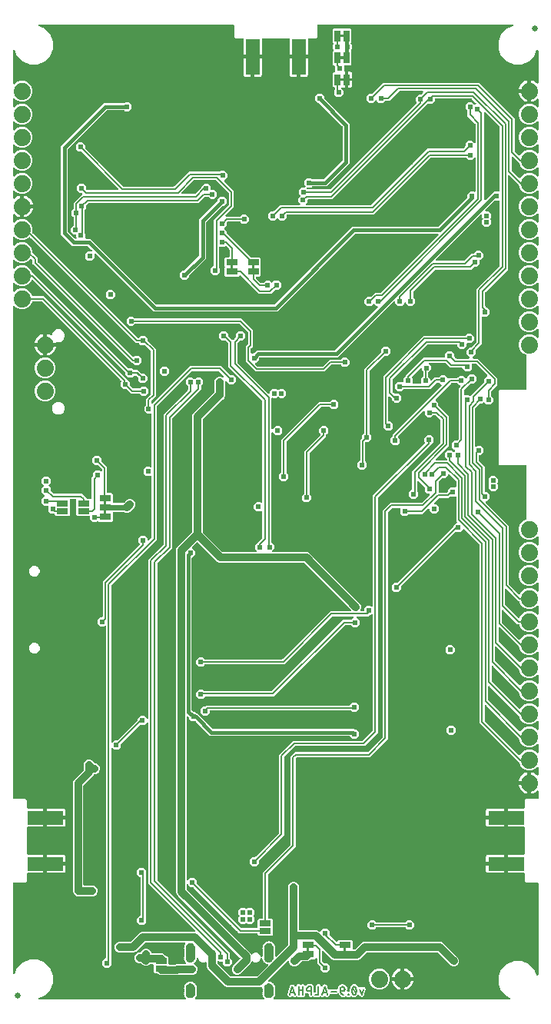
<source format=gbr>
G04 EAGLE Gerber RS-274X export*
G75*
%MOMM*%
%FSLAX34Y34*%
%LPD*%
%INBottom Copper*%
%IPPOS*%
%AMOC8*
5,1,8,0,0,1.08239X$1,22.5*%
G01*
%ADD10C,0.152400*%
%ADD11C,0.660000*%
%ADD12R,1.270000X0.660400*%
%ADD13R,1.270000X0.635000*%
%ADD14C,1.879600*%
%ADD15R,0.660400X1.270000*%
%ADD16C,0.635000*%
%ADD17R,1.500000X4.000000*%
%ADD18R,4.000000X1.500000*%
%ADD19C,0.609600*%
%ADD20C,0.203200*%
%ADD21C,0.609600*%
%ADD22C,0.812800*%
%ADD23C,0.406400*%

G36*
X271362Y81543D02*
X271362Y81543D01*
X271420Y81541D01*
X271502Y81563D01*
X271586Y81575D01*
X271639Y81598D01*
X271695Y81613D01*
X271768Y81656D01*
X271845Y81691D01*
X271890Y81729D01*
X271940Y81758D01*
X271998Y81820D01*
X272062Y81874D01*
X272094Y81923D01*
X272134Y81966D01*
X272173Y82041D01*
X272220Y82111D01*
X272237Y82167D01*
X272264Y82219D01*
X272275Y82287D01*
X272305Y82382D01*
X272308Y82482D01*
X272319Y82550D01*
X272319Y90618D01*
X273491Y91790D01*
X276860Y91790D01*
X276918Y91798D01*
X276976Y91796D01*
X277058Y91818D01*
X277142Y91830D01*
X277195Y91853D01*
X277251Y91868D01*
X277324Y91911D01*
X277401Y91946D01*
X277446Y91984D01*
X277496Y92013D01*
X277554Y92075D01*
X277618Y92129D01*
X277650Y92178D01*
X277690Y92221D01*
X277729Y92296D01*
X277776Y92366D01*
X277793Y92422D01*
X277820Y92474D01*
X277831Y92542D01*
X277861Y92637D01*
X277864Y92737D01*
X277875Y92805D01*
X277875Y142727D01*
X308155Y173007D01*
X308207Y173076D01*
X308267Y173140D01*
X308293Y173190D01*
X308326Y173234D01*
X308357Y173316D01*
X308397Y173394D01*
X308405Y173441D01*
X308427Y173500D01*
X308439Y173647D01*
X308452Y173725D01*
X308452Y270495D01*
X313414Y275457D01*
X393145Y275457D01*
X393232Y275469D01*
X393319Y275472D01*
X393372Y275489D01*
X393427Y275496D01*
X393506Y275532D01*
X393590Y275559D01*
X393629Y275587D01*
X393686Y275613D01*
X393799Y275709D01*
X393863Y275754D01*
X409658Y291549D01*
X409710Y291619D01*
X409770Y291683D01*
X409796Y291732D01*
X409829Y291776D01*
X409860Y291858D01*
X409900Y291936D01*
X409908Y291983D01*
X409930Y292042D01*
X409942Y292189D01*
X409955Y292267D01*
X409955Y541543D01*
X418260Y549847D01*
X452764Y549847D01*
X452851Y549859D01*
X452938Y549862D01*
X452991Y549879D01*
X453046Y549887D01*
X453126Y549923D01*
X453209Y549950D01*
X453248Y549978D01*
X453305Y550003D01*
X453418Y550099D01*
X453482Y550145D01*
X461496Y558159D01*
X461514Y558182D01*
X461536Y558201D01*
X461599Y558295D01*
X461667Y558386D01*
X461678Y558413D01*
X461694Y558438D01*
X461728Y558546D01*
X461768Y558651D01*
X461771Y558681D01*
X461780Y558709D01*
X461782Y558822D01*
X461792Y558935D01*
X461786Y558963D01*
X461787Y558993D01*
X461758Y559102D01*
X461736Y559213D01*
X461722Y559240D01*
X461715Y559268D01*
X461657Y559365D01*
X461605Y559466D01*
X461585Y559487D01*
X461570Y559512D01*
X461487Y559590D01*
X461409Y559672D01*
X461384Y559687D01*
X461362Y559707D01*
X461262Y559758D01*
X461164Y559816D01*
X461135Y559823D01*
X461109Y559836D01*
X461032Y559849D01*
X460888Y559886D01*
X460826Y559884D01*
X460778Y559892D01*
X459344Y559892D01*
X456387Y562849D01*
X456387Y566350D01*
X456374Y566436D01*
X456372Y566524D01*
X456355Y566576D01*
X456347Y566631D01*
X456311Y566711D01*
X456284Y566794D01*
X456256Y566833D01*
X456231Y566891D01*
X456135Y567004D01*
X456089Y567068D01*
X449663Y573494D01*
X449639Y573512D01*
X449620Y573534D01*
X449526Y573597D01*
X449436Y573665D01*
X449408Y573675D01*
X449384Y573692D01*
X449276Y573726D01*
X449170Y573766D01*
X449141Y573769D01*
X449113Y573777D01*
X448999Y573780D01*
X448887Y573790D01*
X448858Y573784D01*
X448829Y573785D01*
X448719Y573756D01*
X448608Y573734D01*
X448582Y573720D01*
X448554Y573713D01*
X448456Y573655D01*
X448356Y573603D01*
X448334Y573583D01*
X448309Y573568D01*
X448232Y573485D01*
X448150Y573407D01*
X448135Y573382D01*
X448115Y573360D01*
X448063Y573259D01*
X448006Y573162D01*
X447999Y573133D01*
X447985Y573107D01*
X447972Y573030D01*
X447936Y572886D01*
X447938Y572824D01*
X447930Y572776D01*
X447930Y562931D01*
X447942Y562844D01*
X447945Y562757D01*
X447962Y562704D01*
X447970Y562649D01*
X448005Y562569D01*
X448032Y562486D01*
X448060Y562447D01*
X448086Y562390D01*
X448182Y562277D01*
X448227Y562213D01*
X448914Y561526D01*
X448914Y557344D01*
X445956Y554386D01*
X441774Y554386D01*
X438816Y557344D01*
X438816Y561526D01*
X442043Y564753D01*
X442095Y564823D01*
X442155Y564887D01*
X442181Y564936D01*
X442214Y564980D01*
X442245Y565062D01*
X442285Y565140D01*
X442293Y565187D01*
X442315Y565246D01*
X442327Y565393D01*
X442340Y565471D01*
X442340Y585037D01*
X473507Y616203D01*
X473559Y616273D01*
X473619Y616337D01*
X473645Y616387D01*
X473678Y616431D01*
X473709Y616512D01*
X473749Y616590D01*
X473757Y616638D01*
X473779Y616696D01*
X473789Y616817D01*
X473790Y616821D01*
X473791Y616837D01*
X473791Y616844D01*
X473804Y616921D01*
X473804Y640693D01*
X473792Y640779D01*
X473789Y640867D01*
X473772Y640920D01*
X473764Y640974D01*
X473729Y641054D01*
X473702Y641137D01*
X473674Y641177D01*
X473648Y641234D01*
X473552Y641347D01*
X473507Y641411D01*
X468722Y646195D01*
X468652Y646248D01*
X468589Y646308D01*
X468539Y646333D01*
X468495Y646366D01*
X468413Y646397D01*
X468335Y646437D01*
X468288Y646445D01*
X468229Y646468D01*
X468082Y646480D01*
X468004Y646493D01*
X466093Y646493D01*
X466007Y646481D01*
X465919Y646478D01*
X465867Y646461D01*
X465812Y646453D01*
X465732Y646417D01*
X465649Y646390D01*
X465609Y646362D01*
X465552Y646337D01*
X465439Y646241D01*
X465375Y646195D01*
X463419Y644239D01*
X459236Y644239D01*
X456279Y647196D01*
X456279Y649900D01*
X456275Y649929D01*
X456277Y649959D01*
X456255Y650070D01*
X456239Y650182D01*
X456227Y650209D01*
X456221Y650237D01*
X456169Y650338D01*
X456123Y650441D01*
X456104Y650464D01*
X456090Y650490D01*
X456012Y650572D01*
X455939Y650658D01*
X455915Y650675D01*
X455894Y650696D01*
X455797Y650753D01*
X455702Y650816D01*
X455674Y650825D01*
X455649Y650840D01*
X455540Y650867D01*
X455431Y650902D01*
X455402Y650902D01*
X455374Y650910D01*
X455261Y650906D01*
X455147Y650909D01*
X455119Y650902D01*
X455089Y650901D01*
X454982Y650866D01*
X454872Y650837D01*
X454847Y650822D01*
X454819Y650813D01*
X454755Y650768D01*
X454628Y650692D01*
X454585Y650646D01*
X454546Y650618D01*
X427269Y623342D01*
X427234Y623295D01*
X427192Y623255D01*
X427149Y623182D01*
X427098Y623114D01*
X427077Y623060D01*
X427048Y623009D01*
X427027Y622928D01*
X426997Y622849D01*
X426992Y622790D01*
X426978Y622734D01*
X426980Y622650D01*
X426973Y622566D01*
X426985Y622508D01*
X426987Y622450D01*
X427013Y622369D01*
X427029Y622287D01*
X427056Y622235D01*
X427074Y622179D01*
X427114Y622123D01*
X427160Y622034D01*
X427229Y621962D01*
X427269Y621906D01*
X428594Y620581D01*
X428594Y616399D01*
X425636Y613441D01*
X421454Y613441D01*
X418496Y616399D01*
X418496Y620581D01*
X420453Y622538D01*
X420505Y622608D01*
X420565Y622672D01*
X420591Y622721D01*
X420624Y622765D01*
X420655Y622847D01*
X420695Y622925D01*
X420703Y622972D01*
X420725Y623031D01*
X420737Y623178D01*
X420750Y623256D01*
X420750Y624728D01*
X422685Y626662D01*
X474431Y678408D01*
X474466Y678455D01*
X474508Y678495D01*
X474551Y678568D01*
X474602Y678635D01*
X474623Y678690D01*
X474652Y678741D01*
X474673Y678822D01*
X474703Y678901D01*
X474708Y678959D01*
X474722Y679016D01*
X474720Y679100D01*
X474727Y679184D01*
X474715Y679242D01*
X474713Y679300D01*
X474687Y679380D01*
X474671Y679463D01*
X474644Y679515D01*
X474626Y679571D01*
X474586Y679627D01*
X474540Y679715D01*
X474471Y679788D01*
X474431Y679844D01*
X472202Y682073D01*
X472132Y682125D01*
X472068Y682185D01*
X472019Y682211D01*
X471975Y682244D01*
X471893Y682275D01*
X471815Y682315D01*
X471768Y682323D01*
X471709Y682345D01*
X471562Y682357D01*
X471484Y682370D01*
X469573Y682370D01*
X469487Y682358D01*
X469399Y682355D01*
X469346Y682338D01*
X469292Y682330D01*
X469212Y682295D01*
X469129Y682268D01*
X469089Y682240D01*
X469032Y682214D01*
X468919Y682118D01*
X468855Y682073D01*
X462168Y675385D01*
X433391Y675385D01*
X433304Y675373D01*
X433217Y675370D01*
X433164Y675353D01*
X433109Y675345D01*
X433029Y675310D01*
X432946Y675283D01*
X432907Y675255D01*
X432850Y675229D01*
X432737Y675133D01*
X432673Y675088D01*
X430716Y673131D01*
X426534Y673131D01*
X423576Y676089D01*
X423576Y680271D01*
X426534Y683229D01*
X430716Y683229D01*
X431051Y682894D01*
X431074Y682877D01*
X431093Y682854D01*
X431187Y682792D01*
X431278Y682723D01*
X431305Y682713D01*
X431330Y682697D01*
X431438Y682663D01*
X431543Y682622D01*
X431573Y682620D01*
X431601Y682611D01*
X431714Y682608D01*
X431827Y682599D01*
X431855Y682604D01*
X431885Y682604D01*
X431994Y682632D01*
X432106Y682655D01*
X432132Y682668D01*
X432160Y682675D01*
X432257Y682733D01*
X432358Y682786D01*
X432379Y682806D01*
X432404Y682821D01*
X432482Y682903D01*
X432564Y682981D01*
X432579Y683007D01*
X432599Y683028D01*
X432650Y683129D01*
X432708Y683227D01*
X432715Y683255D01*
X432728Y683281D01*
X432741Y683359D01*
X432778Y683502D01*
X432776Y683565D01*
X432784Y683612D01*
X432784Y686939D01*
X434740Y688895D01*
X434793Y688965D01*
X434853Y689029D01*
X434878Y689078D01*
X434911Y689123D01*
X434942Y689204D01*
X434982Y689282D01*
X434990Y689330D01*
X435013Y689388D01*
X435025Y689536D01*
X435038Y689613D01*
X435038Y690133D01*
X454552Y709647D01*
X477898Y709647D01*
X477956Y709655D01*
X478014Y709653D01*
X478096Y709675D01*
X478179Y709687D01*
X478233Y709710D01*
X478289Y709725D01*
X478362Y709768D01*
X478439Y709803D01*
X478483Y709841D01*
X478534Y709870D01*
X478591Y709932D01*
X478656Y709986D01*
X478688Y710035D01*
X478728Y710078D01*
X478767Y710153D01*
X478813Y710223D01*
X478831Y710279D01*
X478858Y710331D01*
X478869Y710399D01*
X478899Y710494D01*
X478902Y710594D01*
X478913Y710662D01*
X478913Y713834D01*
X481871Y716792D01*
X486053Y716792D01*
X489011Y713834D01*
X489011Y710905D01*
X489023Y710819D01*
X489026Y710731D01*
X489043Y710678D01*
X489050Y710624D01*
X489086Y710544D01*
X489113Y710461D01*
X489141Y710421D01*
X489167Y710364D01*
X489263Y710251D01*
X489308Y710187D01*
X490537Y708958D01*
X490607Y708906D01*
X490671Y708846D01*
X490720Y708820D01*
X490764Y708787D01*
X490846Y708756D01*
X490924Y708716D01*
X490971Y708708D01*
X491030Y708686D01*
X491178Y708674D01*
X491255Y708661D01*
X504758Y708661D01*
X504787Y708665D01*
X504817Y708662D01*
X504928Y708685D01*
X505040Y708701D01*
X505066Y708713D01*
X505095Y708718D01*
X505196Y708770D01*
X505299Y708817D01*
X505322Y708836D01*
X505348Y708849D01*
X505430Y708927D01*
X505516Y709000D01*
X505532Y709025D01*
X505554Y709045D01*
X505611Y709143D01*
X505674Y709237D01*
X505683Y709265D01*
X505697Y709290D01*
X505725Y709400D01*
X505760Y709508D01*
X505760Y709538D01*
X505768Y709566D01*
X505764Y709679D01*
X505767Y709792D01*
X505759Y709821D01*
X505758Y709850D01*
X505724Y709958D01*
X505695Y710067D01*
X505680Y710093D01*
X505671Y710121D01*
X505625Y710184D01*
X505550Y710312D01*
X505504Y710355D01*
X505476Y710394D01*
X502316Y713554D01*
X502316Y717736D01*
X505274Y720694D01*
X506771Y720694D01*
X506857Y720706D01*
X506945Y720709D01*
X506998Y720726D01*
X507052Y720734D01*
X507132Y720769D01*
X507215Y720796D01*
X507255Y720824D01*
X507312Y720850D01*
X507425Y720946D01*
X507489Y720991D01*
X513066Y726568D01*
X513118Y726638D01*
X513178Y726702D01*
X513204Y726751D01*
X513237Y726795D01*
X513268Y726877D01*
X513308Y726955D01*
X513316Y727003D01*
X513338Y727061D01*
X513350Y727209D01*
X513363Y727286D01*
X513363Y785286D01*
X538563Y810485D01*
X538615Y810555D01*
X538675Y810619D01*
X538701Y810668D01*
X538734Y810712D01*
X538765Y810794D01*
X538805Y810872D01*
X538813Y810920D01*
X538835Y810978D01*
X538847Y811126D01*
X538860Y811203D01*
X538860Y881694D01*
X538856Y881724D01*
X538859Y881753D01*
X538836Y881864D01*
X538820Y881976D01*
X538808Y882003D01*
X538803Y882032D01*
X538750Y882132D01*
X538704Y882235D01*
X538685Y882258D01*
X538671Y882284D01*
X538593Y882366D01*
X538521Y882452D01*
X538496Y882469D01*
X538475Y882490D01*
X538378Y882547D01*
X538284Y882610D01*
X538256Y882619D01*
X538230Y882634D01*
X538121Y882661D01*
X538013Y882696D01*
X537983Y882696D01*
X537955Y882704D01*
X537842Y882700D01*
X537729Y882703D01*
X537700Y882695D01*
X537670Y882694D01*
X537630Y882681D01*
X533371Y882681D01*
X533284Y882669D01*
X533197Y882666D01*
X533144Y882649D01*
X533089Y882641D01*
X533010Y882606D01*
X532926Y882579D01*
X532887Y882551D01*
X532830Y882525D01*
X532717Y882429D01*
X532653Y882384D01*
X523191Y872922D01*
X523173Y872898D01*
X523151Y872879D01*
X523088Y872785D01*
X523020Y872695D01*
X523010Y872667D01*
X522993Y872643D01*
X522959Y872535D01*
X522919Y872429D01*
X522916Y872400D01*
X522908Y872372D01*
X522905Y872258D01*
X522895Y872146D01*
X522901Y872117D01*
X522900Y872088D01*
X522929Y871978D01*
X522951Y871867D01*
X522965Y871841D01*
X522972Y871813D01*
X523030Y871715D01*
X523082Y871615D01*
X523102Y871593D01*
X523117Y871568D01*
X523200Y871491D01*
X523278Y871409D01*
X523303Y871394D01*
X523325Y871374D01*
X523426Y871322D01*
X523523Y871265D01*
X523552Y871258D01*
X523578Y871244D01*
X523655Y871231D01*
X523799Y871195D01*
X523861Y871197D01*
X523909Y871189D01*
X526601Y871189D01*
X529559Y868231D01*
X529559Y864049D01*
X528875Y863365D01*
X528868Y863356D01*
X528867Y863355D01*
X528866Y863352D01*
X528840Y863319D01*
X528798Y863278D01*
X528755Y863205D01*
X528704Y863138D01*
X528684Y863084D01*
X528654Y863033D01*
X528633Y862951D01*
X528603Y862873D01*
X528598Y862814D01*
X528584Y862758D01*
X528587Y862673D01*
X528580Y862589D01*
X528591Y862532D01*
X528593Y862473D01*
X528619Y862393D01*
X528636Y862310D01*
X528663Y862259D01*
X528681Y862203D01*
X528721Y862147D01*
X528767Y862058D01*
X528835Y861986D01*
X528875Y861930D01*
X529559Y861246D01*
X529559Y857064D01*
X526601Y854106D01*
X522419Y854106D01*
X519461Y857064D01*
X519461Y861246D01*
X520145Y861930D01*
X520180Y861976D01*
X520222Y862017D01*
X520265Y862089D01*
X520316Y862157D01*
X520336Y862211D01*
X520366Y862262D01*
X520387Y862343D01*
X520417Y862422D01*
X520422Y862481D01*
X520436Y862537D01*
X520433Y862622D01*
X520440Y862706D01*
X520429Y862763D01*
X520427Y862822D01*
X520401Y862902D01*
X520384Y862984D01*
X520357Y863036D01*
X520339Y863092D01*
X520299Y863148D01*
X520253Y863237D01*
X520199Y863295D01*
X520186Y863315D01*
X520168Y863332D01*
X520145Y863365D01*
X519461Y864049D01*
X519461Y866741D01*
X519457Y866770D01*
X519460Y866799D01*
X519454Y866828D01*
X519455Y866857D01*
X519433Y866938D01*
X519421Y867023D01*
X519409Y867049D01*
X519404Y867078D01*
X519390Y867105D01*
X519383Y867132D01*
X519341Y867203D01*
X519305Y867282D01*
X519286Y867304D01*
X519273Y867330D01*
X519252Y867353D01*
X519238Y867376D01*
X519178Y867432D01*
X519122Y867499D01*
X519097Y867515D01*
X519077Y867537D01*
X519050Y867552D01*
X519030Y867571D01*
X518959Y867607D01*
X518885Y867657D01*
X518857Y867665D01*
X518832Y867680D01*
X518801Y867688D01*
X518777Y867700D01*
X518713Y867711D01*
X518614Y867742D01*
X518584Y867743D01*
X518556Y867750D01*
X518491Y867748D01*
X518446Y867756D01*
X518445Y867756D01*
X518391Y867748D01*
X518330Y867750D01*
X518301Y867742D01*
X518272Y867741D01*
X518217Y867723D01*
X518164Y867716D01*
X518113Y867693D01*
X518055Y867678D01*
X518029Y867663D01*
X518001Y867654D01*
X517961Y867625D01*
X517905Y867600D01*
X517861Y867563D01*
X517810Y867533D01*
X517767Y867487D01*
X517728Y867459D01*
X468232Y817963D01*
X468214Y817939D01*
X468192Y817920D01*
X468129Y817826D01*
X468061Y817736D01*
X468051Y817708D01*
X468034Y817684D01*
X468000Y817576D01*
X467960Y817470D01*
X467957Y817441D01*
X467949Y817413D01*
X467946Y817299D01*
X467936Y817187D01*
X467942Y817158D01*
X467941Y817129D01*
X467970Y817019D01*
X467992Y816908D01*
X468006Y816882D01*
X468013Y816854D01*
X468071Y816756D01*
X468123Y816656D01*
X468143Y816634D01*
X468158Y816609D01*
X468241Y816532D01*
X468319Y816450D01*
X468344Y816435D01*
X468366Y816415D01*
X468467Y816363D01*
X468564Y816306D01*
X468593Y816299D01*
X468619Y816285D01*
X468696Y816272D01*
X468840Y816236D01*
X468902Y816238D01*
X468950Y816230D01*
X498802Y816230D01*
X498888Y816242D01*
X498976Y816245D01*
X499029Y816262D01*
X499083Y816270D01*
X499163Y816305D01*
X499246Y816332D01*
X499286Y816360D01*
X499343Y816386D01*
X499456Y816482D01*
X499520Y816527D01*
X507477Y824485D01*
X510219Y824485D01*
X510306Y824497D01*
X510393Y824500D01*
X510446Y824517D01*
X510501Y824525D01*
X510581Y824560D01*
X510664Y824587D01*
X510703Y824615D01*
X510760Y824641D01*
X510873Y824737D01*
X510937Y824782D01*
X513529Y827374D01*
X517711Y827374D01*
X520669Y824416D01*
X520669Y820234D01*
X517711Y817276D01*
X517239Y817276D01*
X517181Y817268D01*
X517123Y817270D01*
X517041Y817248D01*
X516957Y817236D01*
X516904Y817213D01*
X516848Y817198D01*
X516775Y817155D01*
X516698Y817120D01*
X516653Y817082D01*
X516603Y817053D01*
X516545Y816991D01*
X516481Y816937D01*
X516449Y816888D01*
X516409Y816845D01*
X516370Y816770D01*
X516323Y816700D01*
X516306Y816644D01*
X516279Y816592D01*
X516268Y816524D01*
X516238Y816429D01*
X516235Y816329D01*
X516224Y816261D01*
X516224Y813249D01*
X513266Y810291D01*
X511134Y810291D01*
X511048Y810279D01*
X510960Y810276D01*
X510907Y810259D01*
X510853Y810251D01*
X510773Y810216D01*
X510690Y810189D01*
X510650Y810161D01*
X510593Y810135D01*
X510480Y810039D01*
X510416Y809994D01*
X507253Y806830D01*
X468303Y806830D01*
X468217Y806818D01*
X468129Y806815D01*
X468076Y806798D01*
X468022Y806790D01*
X467942Y806755D01*
X467859Y806728D01*
X467819Y806700D01*
X467762Y806674D01*
X467649Y806578D01*
X467585Y806533D01*
X443782Y782730D01*
X443730Y782660D01*
X443670Y782596D01*
X443644Y782547D01*
X443611Y782503D01*
X443580Y782421D01*
X443540Y782343D01*
X443532Y782295D01*
X443510Y782237D01*
X443498Y782089D01*
X443485Y782012D01*
X443485Y776926D01*
X443497Y776839D01*
X443500Y776752D01*
X443517Y776699D01*
X443525Y776644D01*
X443560Y776564D01*
X443587Y776481D01*
X443615Y776442D01*
X443641Y776385D01*
X443737Y776272D01*
X443782Y776208D01*
X445739Y774251D01*
X445739Y770069D01*
X442781Y767111D01*
X438599Y767111D01*
X435407Y770303D01*
X435383Y770321D01*
X435364Y770343D01*
X435270Y770406D01*
X435180Y770474D01*
X435152Y770484D01*
X435128Y770501D01*
X435020Y770535D01*
X434914Y770575D01*
X434885Y770578D01*
X434857Y770587D01*
X434743Y770589D01*
X434631Y770599D01*
X434602Y770593D01*
X434573Y770594D01*
X434463Y770565D01*
X434352Y770543D01*
X434326Y770529D01*
X434298Y770522D01*
X434200Y770464D01*
X434100Y770412D01*
X434078Y770392D01*
X434053Y770377D01*
X433976Y770294D01*
X433894Y770216D01*
X433879Y770191D01*
X433859Y770169D01*
X433807Y770069D01*
X433750Y769971D01*
X433743Y769942D01*
X433729Y769916D01*
X433716Y769839D01*
X433680Y769695D01*
X433682Y769633D01*
X433674Y769585D01*
X433674Y769434D01*
X430716Y766476D01*
X426534Y766476D01*
X423576Y769434D01*
X423576Y770856D01*
X423572Y770885D01*
X423575Y770914D01*
X423552Y771025D01*
X423536Y771138D01*
X423524Y771164D01*
X423519Y771193D01*
X423467Y771294D01*
X423420Y771397D01*
X423401Y771419D01*
X423388Y771445D01*
X423310Y771528D01*
X423237Y771614D01*
X423212Y771630D01*
X423192Y771652D01*
X423094Y771709D01*
X423000Y771772D01*
X422972Y771780D01*
X422947Y771795D01*
X422837Y771823D01*
X422729Y771857D01*
X422699Y771858D01*
X422671Y771865D01*
X422558Y771862D01*
X422445Y771865D01*
X422416Y771857D01*
X422387Y771856D01*
X422279Y771821D01*
X422170Y771793D01*
X422144Y771778D01*
X422116Y771769D01*
X422053Y771723D01*
X421925Y771648D01*
X421882Y771602D01*
X421843Y771574D01*
X360353Y710084D01*
X274606Y710084D01*
X274519Y710072D01*
X274432Y710069D01*
X274379Y710052D01*
X274325Y710044D01*
X274245Y710009D01*
X274162Y709982D01*
X274122Y709954D01*
X274065Y709928D01*
X273952Y709832D01*
X273888Y709787D01*
X273508Y709407D01*
X273456Y709337D01*
X273396Y709273D01*
X273371Y709224D01*
X273337Y709180D01*
X273306Y709098D01*
X273266Y709020D01*
X273258Y708973D01*
X273236Y708914D01*
X273224Y708766D01*
X273211Y708689D01*
X273211Y707359D01*
X270253Y704401D01*
X270125Y704401D01*
X270096Y704397D01*
X270067Y704400D01*
X269955Y704377D01*
X269843Y704361D01*
X269817Y704349D01*
X269788Y704344D01*
X269687Y704291D01*
X269584Y704245D01*
X269562Y704226D01*
X269535Y704213D01*
X269453Y704135D01*
X269367Y704062D01*
X269351Y704037D01*
X269329Y704017D01*
X269272Y703919D01*
X269209Y703825D01*
X269200Y703797D01*
X269186Y703772D01*
X269158Y703662D01*
X269124Y703554D01*
X269123Y703524D01*
X269116Y703496D01*
X269119Y703383D01*
X269116Y703270D01*
X269124Y703241D01*
X269125Y703212D01*
X269159Y703104D01*
X269188Y702995D01*
X269203Y702969D01*
X269212Y702941D01*
X269258Y702878D01*
X269333Y702750D01*
X269379Y702707D01*
X269407Y702668D01*
X271850Y700225D01*
X271920Y700173D01*
X271984Y700113D01*
X272033Y700087D01*
X272077Y700054D01*
X272159Y700023D01*
X272237Y699983D01*
X272284Y699975D01*
X272343Y699953D01*
X272491Y699941D01*
X272568Y699928D01*
X343130Y699928D01*
X343216Y699940D01*
X343304Y699943D01*
X343357Y699960D01*
X343411Y699968D01*
X343491Y700003D01*
X343574Y700030D01*
X343614Y700058D01*
X343671Y700084D01*
X343784Y700180D01*
X343848Y700225D01*
X351267Y707645D01*
X363534Y707645D01*
X363621Y707657D01*
X363708Y707660D01*
X363761Y707677D01*
X363816Y707685D01*
X363896Y707720D01*
X363979Y707747D01*
X364018Y707775D01*
X364075Y707801D01*
X364188Y707897D01*
X364252Y707942D01*
X366209Y709899D01*
X370391Y709899D01*
X373349Y706941D01*
X373349Y702759D01*
X370391Y699801D01*
X366209Y699801D01*
X364252Y701758D01*
X364182Y701810D01*
X364118Y701870D01*
X364069Y701896D01*
X364025Y701929D01*
X363943Y701960D01*
X363865Y702000D01*
X363818Y702008D01*
X363759Y702030D01*
X363612Y702042D01*
X363534Y702055D01*
X354003Y702055D01*
X353917Y702043D01*
X353829Y702040D01*
X353776Y702023D01*
X353722Y702015D01*
X353642Y701980D01*
X353559Y701953D01*
X353519Y701925D01*
X353462Y701899D01*
X353349Y701803D01*
X353285Y701758D01*
X345866Y694338D01*
X269832Y694338D01*
X258920Y705250D01*
X258920Y721978D01*
X261068Y724125D01*
X261120Y724195D01*
X261180Y724259D01*
X261206Y724308D01*
X261239Y724352D01*
X261270Y724434D01*
X261310Y724512D01*
X261318Y724560D01*
X261340Y724618D01*
X261352Y724766D01*
X261365Y724843D01*
X261365Y737562D01*
X261353Y737648D01*
X261350Y737736D01*
X261333Y737789D01*
X261325Y737843D01*
X261290Y737923D01*
X261263Y738006D01*
X261235Y738046D01*
X261209Y738103D01*
X261113Y738216D01*
X261068Y738280D01*
X252505Y746843D01*
X252435Y746895D01*
X252371Y746955D01*
X252322Y746981D01*
X252278Y747014D01*
X252196Y747045D01*
X252118Y747085D01*
X252070Y747093D01*
X252012Y747115D01*
X251864Y747127D01*
X251787Y747140D01*
X137481Y747140D01*
X137394Y747128D01*
X137307Y747125D01*
X137254Y747108D01*
X137199Y747100D01*
X137119Y747065D01*
X137036Y747038D01*
X136997Y747010D01*
X136940Y746984D01*
X136827Y746888D01*
X136763Y746843D01*
X134806Y744886D01*
X130624Y744886D01*
X127666Y747844D01*
X127666Y752026D01*
X130624Y754984D01*
X134806Y754984D01*
X136763Y753027D01*
X136833Y752975D01*
X136897Y752915D01*
X136946Y752889D01*
X136990Y752856D01*
X137072Y752825D01*
X137150Y752785D01*
X137197Y752777D01*
X137256Y752755D01*
X137403Y752743D01*
X137481Y752730D01*
X254523Y752730D01*
X266955Y740298D01*
X266955Y722107D01*
X264807Y719960D01*
X264755Y719890D01*
X264695Y719826D01*
X264670Y719777D01*
X264636Y719733D01*
X264605Y719651D01*
X264565Y719573D01*
X264557Y719525D01*
X264535Y719467D01*
X264523Y719319D01*
X264510Y719242D01*
X264510Y715389D01*
X264514Y715360D01*
X264512Y715330D01*
X264534Y715219D01*
X264550Y715107D01*
X264562Y715080D01*
X264567Y715052D01*
X264620Y714951D01*
X264666Y714848D01*
X264685Y714825D01*
X264698Y714799D01*
X264777Y714717D01*
X264850Y714631D01*
X264874Y714615D01*
X264894Y714593D01*
X264992Y714536D01*
X265086Y714473D01*
X265114Y714464D01*
X265140Y714450D01*
X265249Y714422D01*
X265357Y714387D01*
X265387Y714387D01*
X265415Y714379D01*
X265528Y714383D01*
X265641Y714380D01*
X265670Y714388D01*
X265699Y714389D01*
X265807Y714423D01*
X265917Y714452D01*
X265942Y714467D01*
X265970Y714476D01*
X266002Y714499D01*
X267401Y714499D01*
X267488Y714511D01*
X267575Y714514D01*
X267628Y714531D01*
X267683Y714539D01*
X267762Y714574D01*
X267846Y714601D01*
X267885Y714629D01*
X267942Y714655D01*
X268055Y714751D01*
X268119Y714796D01*
X271029Y717706D01*
X356776Y717706D01*
X356863Y717718D01*
X356950Y717721D01*
X357003Y717738D01*
X357058Y717746D01*
X357137Y717781D01*
X357221Y717808D01*
X357260Y717836D01*
X357317Y717862D01*
X357430Y717958D01*
X357494Y718003D01*
X404234Y764743D01*
X404252Y764767D01*
X404274Y764786D01*
X404337Y764880D01*
X404405Y764970D01*
X404415Y764998D01*
X404432Y765022D01*
X404466Y765130D01*
X404506Y765236D01*
X404509Y765265D01*
X404517Y765293D01*
X404520Y765407D01*
X404530Y765519D01*
X404524Y765548D01*
X404525Y765577D01*
X404496Y765687D01*
X404474Y765798D01*
X404460Y765824D01*
X404453Y765852D01*
X404395Y765950D01*
X404343Y766050D01*
X404323Y766072D01*
X404308Y766097D01*
X404225Y766174D01*
X404147Y766256D01*
X404122Y766271D01*
X404100Y766291D01*
X403999Y766343D01*
X403902Y766400D01*
X403873Y766407D01*
X403847Y766421D01*
X403770Y766434D01*
X403626Y766470D01*
X403564Y766468D01*
X403516Y766476D01*
X403039Y766476D01*
X400768Y768747D01*
X400721Y768782D01*
X400681Y768825D01*
X400608Y768867D01*
X400541Y768918D01*
X400486Y768939D01*
X400436Y768968D01*
X400354Y768989D01*
X400275Y769019D01*
X400217Y769024D01*
X400160Y769038D01*
X400076Y769036D01*
X399992Y769043D01*
X399934Y769031D01*
X399876Y769029D01*
X399796Y769004D01*
X399713Y768987D01*
X399661Y768960D01*
X399605Y768942D01*
X399549Y768902D01*
X399461Y768856D01*
X399388Y768787D01*
X399332Y768747D01*
X397061Y766476D01*
X392879Y766476D01*
X389921Y769434D01*
X389921Y773616D01*
X392879Y776574D01*
X396281Y776574D01*
X396367Y776586D01*
X396455Y776589D01*
X396508Y776606D01*
X396562Y776614D01*
X396642Y776649D01*
X396725Y776676D01*
X396765Y776704D01*
X396822Y776730D01*
X396935Y776826D01*
X396999Y776871D01*
X401432Y781305D01*
X407362Y781305D01*
X407448Y781317D01*
X407536Y781320D01*
X407589Y781337D01*
X407643Y781345D01*
X407723Y781380D01*
X407806Y781407D01*
X407846Y781435D01*
X407903Y781461D01*
X408016Y781557D01*
X408080Y781602D01*
X471070Y844592D01*
X471087Y844616D01*
X471110Y844635D01*
X471173Y844729D01*
X471241Y844819D01*
X471251Y844847D01*
X471267Y844871D01*
X471302Y844979D01*
X471342Y845085D01*
X471344Y845114D01*
X471353Y845142D01*
X471356Y845256D01*
X471365Y845368D01*
X471360Y845397D01*
X471360Y845426D01*
X471332Y845536D01*
X471310Y845647D01*
X471296Y845673D01*
X471289Y845701D01*
X471231Y845799D01*
X471179Y845899D01*
X471158Y845921D01*
X471143Y845946D01*
X471061Y846023D01*
X470983Y846105D01*
X470957Y846120D01*
X470936Y846140D01*
X470835Y846192D01*
X470738Y846249D01*
X470709Y846256D01*
X470683Y846270D01*
X470606Y846283D01*
X470462Y846319D01*
X470400Y846317D01*
X470352Y846325D01*
X379866Y846325D01*
X379779Y846313D01*
X379692Y846310D01*
X379639Y846293D01*
X379584Y846285D01*
X379505Y846250D01*
X379421Y846223D01*
X379382Y846195D01*
X379325Y846169D01*
X379212Y846073D01*
X379148Y846028D01*
X293595Y760475D01*
X157426Y760475D01*
X93777Y824124D01*
X93753Y824142D01*
X93734Y824164D01*
X93640Y824227D01*
X93550Y824295D01*
X93522Y824305D01*
X93498Y824322D01*
X93390Y824356D01*
X93284Y824396D01*
X93255Y824399D01*
X93227Y824407D01*
X93113Y824410D01*
X93001Y824420D01*
X92972Y824414D01*
X92943Y824415D01*
X92833Y824386D01*
X92722Y824364D01*
X92696Y824350D01*
X92668Y824343D01*
X92570Y824285D01*
X92470Y824233D01*
X92448Y824213D01*
X92423Y824198D01*
X92346Y824115D01*
X92264Y824037D01*
X92249Y824012D01*
X92229Y823990D01*
X92177Y823889D01*
X92120Y823792D01*
X92113Y823763D01*
X92099Y823737D01*
X92086Y823660D01*
X92050Y823516D01*
X92052Y823454D01*
X92044Y823406D01*
X92044Y819599D01*
X89086Y816641D01*
X84904Y816641D01*
X81946Y819599D01*
X81946Y823781D01*
X84904Y826739D01*
X88711Y826739D01*
X88740Y826743D01*
X88769Y826740D01*
X88880Y826763D01*
X88993Y826779D01*
X89019Y826791D01*
X89048Y826796D01*
X89149Y826848D01*
X89252Y826895D01*
X89274Y826914D01*
X89300Y826927D01*
X89382Y827005D01*
X89469Y827078D01*
X89485Y827103D01*
X89507Y827123D01*
X89564Y827221D01*
X89627Y827315D01*
X89635Y827343D01*
X89650Y827368D01*
X89678Y827478D01*
X89712Y827586D01*
X89713Y827616D01*
X89720Y827644D01*
X89717Y827757D01*
X89720Y827870D01*
X89712Y827899D01*
X89711Y827928D01*
X89676Y828036D01*
X89648Y828145D01*
X89633Y828171D01*
X89624Y828199D01*
X89578Y828262D01*
X89503Y828390D01*
X89457Y828433D01*
X89429Y828472D01*
X85079Y832822D01*
X85009Y832874D01*
X84945Y832934D01*
X84896Y832960D01*
X84852Y832993D01*
X84770Y833024D01*
X84692Y833064D01*
X84645Y833072D01*
X84586Y833094D01*
X84438Y833106D01*
X84361Y833119D01*
X67637Y833119D01*
X55244Y845512D01*
X55244Y942648D01*
X102562Y989966D01*
X124520Y989966D01*
X124607Y989978D01*
X124694Y989981D01*
X124747Y989998D01*
X124802Y990006D01*
X124881Y990041D01*
X124965Y990068D01*
X125004Y990096D01*
X125061Y990122D01*
X125174Y990218D01*
X125238Y990263D01*
X126179Y991204D01*
X130361Y991204D01*
X133319Y988246D01*
X133319Y984064D01*
X130361Y981106D01*
X126179Y981106D01*
X125238Y982047D01*
X125168Y982099D01*
X125104Y982159D01*
X125055Y982185D01*
X125011Y982218D01*
X124929Y982249D01*
X124851Y982289D01*
X124804Y982297D01*
X124745Y982319D01*
X124598Y982331D01*
X124520Y982344D01*
X106139Y982344D01*
X106052Y982332D01*
X105965Y982329D01*
X105912Y982312D01*
X105857Y982304D01*
X105778Y982269D01*
X105694Y982242D01*
X105655Y982214D01*
X105598Y982188D01*
X105485Y982092D01*
X105421Y982047D01*
X63163Y939789D01*
X63111Y939719D01*
X63051Y939655D01*
X63025Y939606D01*
X62992Y939562D01*
X62961Y939480D01*
X62921Y939402D01*
X62913Y939355D01*
X62891Y939296D01*
X62879Y939148D01*
X62866Y939071D01*
X62866Y849089D01*
X62878Y849002D01*
X62881Y848915D01*
X62898Y848862D01*
X62906Y848807D01*
X62941Y848728D01*
X62968Y848644D01*
X62996Y848605D01*
X63022Y848548D01*
X63118Y848435D01*
X63163Y848371D01*
X70496Y841038D01*
X70566Y840986D01*
X70630Y840926D01*
X70679Y840900D01*
X70723Y840867D01*
X70805Y840836D01*
X70883Y840796D01*
X70930Y840788D01*
X70989Y840766D01*
X71137Y840754D01*
X71214Y840741D01*
X71688Y840741D01*
X71717Y840745D01*
X71747Y840742D01*
X71858Y840765D01*
X71970Y840781D01*
X71997Y840793D01*
X72025Y840798D01*
X72126Y840850D01*
X72229Y840897D01*
X72252Y840916D01*
X72278Y840929D01*
X72360Y841007D01*
X72446Y841080D01*
X72462Y841105D01*
X72484Y841125D01*
X72541Y841223D01*
X72604Y841317D01*
X72613Y841345D01*
X72627Y841370D01*
X72655Y841480D01*
X72690Y841588D01*
X72690Y841617D01*
X72698Y841646D01*
X72694Y841759D01*
X72697Y841872D01*
X72689Y841901D01*
X72688Y841930D01*
X72654Y842038D01*
X72625Y842147D01*
X72610Y842173D01*
X72601Y842201D01*
X72555Y842264D01*
X72480Y842392D01*
X72434Y842435D01*
X72421Y842453D01*
X72421Y844088D01*
X72413Y844146D01*
X72415Y844205D01*
X72393Y844286D01*
X72381Y844370D01*
X72358Y844423D01*
X72343Y844480D01*
X72300Y844552D01*
X72265Y844629D01*
X72227Y844674D01*
X72198Y844724D01*
X72136Y844782D01*
X72082Y844846D01*
X72033Y844879D01*
X71990Y844919D01*
X71915Y844957D01*
X71845Y845004D01*
X71789Y845022D01*
X71737Y845048D01*
X71669Y845060D01*
X71574Y845090D01*
X71474Y845092D01*
X71406Y845104D01*
X69410Y845104D01*
X66452Y848061D01*
X66452Y852244D01*
X68980Y854772D01*
X69033Y854842D01*
X69093Y854905D01*
X69118Y854955D01*
X69151Y854999D01*
X69182Y855081D01*
X69222Y855159D01*
X69230Y855206D01*
X69253Y855265D01*
X69265Y855412D01*
X69278Y855490D01*
X69278Y864232D01*
X69266Y864318D01*
X69263Y864406D01*
X69246Y864458D01*
X69238Y864513D01*
X69202Y864593D01*
X69175Y864676D01*
X69147Y864716D01*
X69122Y864773D01*
X69026Y864886D01*
X68980Y864950D01*
X67024Y866906D01*
X67024Y871089D01*
X68980Y873045D01*
X69033Y873115D01*
X69093Y873179D01*
X69118Y873228D01*
X69151Y873273D01*
X69182Y873354D01*
X69222Y873432D01*
X69230Y873480D01*
X69253Y873538D01*
X69265Y873686D01*
X69278Y873763D01*
X69278Y880315D01*
X71212Y882250D01*
X76918Y887955D01*
X78801Y889838D01*
X78818Y889862D01*
X78841Y889881D01*
X78904Y889975D01*
X78972Y890065D01*
X78982Y890093D01*
X78998Y890117D01*
X79033Y890225D01*
X79073Y890331D01*
X79075Y890360D01*
X79084Y890388D01*
X79087Y890502D01*
X79096Y890614D01*
X79091Y890643D01*
X79091Y890672D01*
X79063Y890782D01*
X79041Y890893D01*
X79027Y890919D01*
X79020Y890947D01*
X78962Y891045D01*
X78910Y891145D01*
X78889Y891167D01*
X78874Y891192D01*
X78792Y891269D01*
X78714Y891351D01*
X78688Y891366D01*
X78667Y891386D01*
X78566Y891438D01*
X78469Y891495D01*
X78440Y891502D01*
X78414Y891516D01*
X78337Y891529D01*
X78193Y891565D01*
X78131Y891563D01*
X78083Y891571D01*
X76014Y891571D01*
X73056Y894529D01*
X73056Y898711D01*
X76014Y901669D01*
X80196Y901669D01*
X83154Y898711D01*
X83154Y895944D01*
X83166Y895858D01*
X83169Y895770D01*
X83186Y895717D01*
X83194Y895663D01*
X83229Y895583D01*
X83256Y895500D01*
X83284Y895460D01*
X83310Y895403D01*
X83406Y895290D01*
X83451Y895226D01*
X84045Y894632D01*
X84115Y894580D01*
X84179Y894520D01*
X84228Y894494D01*
X84272Y894461D01*
X84354Y894430D01*
X84432Y894390D01*
X84480Y894382D01*
X84538Y894360D01*
X84686Y894348D01*
X84763Y894335D01*
X117802Y894335D01*
X117831Y894339D01*
X117860Y894336D01*
X117971Y894359D01*
X118083Y894375D01*
X118110Y894387D01*
X118139Y894392D01*
X118239Y894444D01*
X118343Y894491D01*
X118365Y894510D01*
X118391Y894523D01*
X118473Y894601D01*
X118560Y894674D01*
X118576Y894699D01*
X118597Y894719D01*
X118655Y894817D01*
X118717Y894911D01*
X118726Y894939D01*
X118741Y894964D01*
X118769Y895074D01*
X118803Y895182D01*
X118804Y895212D01*
X118811Y895240D01*
X118808Y895353D01*
X118810Y895466D01*
X118803Y895495D01*
X118802Y895524D01*
X118767Y895632D01*
X118739Y895741D01*
X118724Y895767D01*
X118715Y895795D01*
X118669Y895858D01*
X118593Y895986D01*
X118548Y896029D01*
X118520Y896068D01*
X78229Y936359D01*
X78159Y936411D01*
X78095Y936471D01*
X78046Y936497D01*
X78002Y936530D01*
X77920Y936561D01*
X77842Y936601D01*
X77794Y936609D01*
X77736Y936631D01*
X77588Y936643D01*
X77511Y936656D01*
X74744Y936656D01*
X71786Y939614D01*
X71786Y943796D01*
X74744Y946754D01*
X78926Y946754D01*
X81884Y943796D01*
X81884Y941029D01*
X81896Y940943D01*
X81899Y940855D01*
X81916Y940802D01*
X81924Y940748D01*
X81959Y940668D01*
X81986Y940585D01*
X82014Y940545D01*
X82040Y940488D01*
X82136Y940375D01*
X82181Y940311D01*
X124050Y898442D01*
X124120Y898390D01*
X124184Y898330D01*
X124233Y898304D01*
X124277Y898271D01*
X124359Y898240D01*
X124437Y898200D01*
X124485Y898192D01*
X124543Y898170D01*
X124691Y898158D01*
X124768Y898145D01*
X179397Y898145D01*
X179483Y898157D01*
X179571Y898160D01*
X179624Y898177D01*
X179678Y898185D01*
X179758Y898220D01*
X179841Y898247D01*
X179881Y898275D01*
X179938Y898301D01*
X180051Y898397D01*
X180115Y898442D01*
X196327Y914655D01*
X230184Y914655D01*
X230271Y914667D01*
X230358Y914670D01*
X230411Y914687D01*
X230466Y914695D01*
X230546Y914730D01*
X230629Y914757D01*
X230668Y914785D01*
X230725Y914811D01*
X230838Y914907D01*
X230902Y914952D01*
X231589Y915639D01*
X235771Y915639D01*
X238729Y912681D01*
X238729Y908499D01*
X235548Y905318D01*
X235512Y905271D01*
X235470Y905231D01*
X235427Y905158D01*
X235377Y905090D01*
X235356Y905036D01*
X235326Y904985D01*
X235306Y904904D01*
X235275Y904825D01*
X235271Y904766D01*
X235256Y904710D01*
X235259Y904625D01*
X235252Y904541D01*
X235263Y904484D01*
X235265Y904426D01*
X235291Y904345D01*
X235308Y904263D01*
X235335Y904211D01*
X235353Y904155D01*
X235393Y904099D01*
X235439Y904010D01*
X235507Y903938D01*
X235548Y903882D01*
X246097Y893333D01*
X246097Y875910D01*
X237045Y866858D01*
X237027Y866834D01*
X237005Y866815D01*
X236942Y866721D01*
X236874Y866631D01*
X236863Y866603D01*
X236847Y866579D01*
X236813Y866471D01*
X236773Y866365D01*
X236770Y866336D01*
X236761Y866308D01*
X236758Y866194D01*
X236749Y866082D01*
X236755Y866053D01*
X236754Y866024D01*
X236783Y865914D01*
X236805Y865803D01*
X236818Y865777D01*
X236826Y865749D01*
X236884Y865651D01*
X236936Y865551D01*
X236956Y865529D01*
X236971Y865504D01*
X237054Y865427D01*
X237132Y865345D01*
X237157Y865330D01*
X237178Y865310D01*
X237279Y865258D01*
X237377Y865201D01*
X237405Y865194D01*
X237431Y865180D01*
X237509Y865167D01*
X237652Y865131D01*
X237715Y865133D01*
X237763Y865125D01*
X252409Y865125D01*
X252496Y865137D01*
X252583Y865140D01*
X252636Y865157D01*
X252691Y865165D01*
X252771Y865200D01*
X252854Y865227D01*
X252893Y865255D01*
X252950Y865281D01*
X253063Y865377D01*
X253127Y865422D01*
X255084Y867379D01*
X259266Y867379D01*
X262224Y864421D01*
X262224Y860239D01*
X259266Y857281D01*
X255084Y857281D01*
X253127Y859238D01*
X253057Y859290D01*
X252993Y859350D01*
X252944Y859376D01*
X252900Y859409D01*
X252818Y859440D01*
X252740Y859480D01*
X252693Y859488D01*
X252634Y859510D01*
X252487Y859522D01*
X252409Y859535D01*
X239703Y859535D01*
X239617Y859523D01*
X239529Y859520D01*
X239476Y859503D01*
X239422Y859495D01*
X239342Y859460D01*
X239259Y859433D01*
X239219Y859405D01*
X239162Y859379D01*
X239049Y859283D01*
X238985Y859238D01*
X238645Y858897D01*
X238592Y858828D01*
X238532Y858764D01*
X238507Y858714D01*
X238474Y858670D01*
X238443Y858589D01*
X238403Y858511D01*
X238395Y858463D01*
X238373Y858405D01*
X238360Y858257D01*
X238347Y858180D01*
X238347Y855540D01*
X235759Y852952D01*
X235724Y852905D01*
X235681Y852865D01*
X235639Y852792D01*
X235588Y852725D01*
X235567Y852670D01*
X235538Y852619D01*
X235517Y852538D01*
X235487Y852459D01*
X235482Y852401D01*
X235468Y852344D01*
X235470Y852260D01*
X235463Y852176D01*
X235475Y852118D01*
X235477Y852060D01*
X235503Y851980D01*
X235519Y851897D01*
X235546Y851845D01*
X235564Y851789D01*
X235604Y851733D01*
X235650Y851645D01*
X235719Y851572D01*
X235759Y851516D01*
X238411Y848864D01*
X238411Y846732D01*
X238423Y846645D01*
X238426Y846558D01*
X238443Y846505D01*
X238451Y846450D01*
X238487Y846370D01*
X238514Y846287D01*
X238542Y846248D01*
X238567Y846191D01*
X238663Y846077D01*
X238709Y846014D01*
X264290Y820432D01*
X264360Y820380D01*
X264424Y820320D01*
X264473Y820294D01*
X264517Y820261D01*
X264599Y820230D01*
X264677Y820190D01*
X264725Y820182D01*
X264783Y820160D01*
X264931Y820148D01*
X265008Y820135D01*
X274514Y820135D01*
X275686Y818963D01*
X275686Y810701D01*
X275327Y810343D01*
X275292Y810296D01*
X275250Y810256D01*
X275207Y810183D01*
X275156Y810116D01*
X275136Y810061D01*
X275106Y810011D01*
X275085Y809929D01*
X275055Y809850D01*
X275050Y809792D01*
X275036Y809735D01*
X275039Y809651D01*
X275032Y809567D01*
X275043Y809509D01*
X275045Y809451D01*
X275071Y809371D01*
X275088Y809288D01*
X275114Y809236D01*
X275132Y809180D01*
X275173Y809124D01*
X275219Y809036D01*
X275287Y808963D01*
X275327Y808907D01*
X275686Y808549D01*
X275686Y800287D01*
X274514Y799115D01*
X271145Y799115D01*
X271087Y799107D01*
X271029Y799109D01*
X270947Y799087D01*
X270863Y799075D01*
X270810Y799052D01*
X270754Y799037D01*
X270681Y798994D01*
X270604Y798959D01*
X270559Y798921D01*
X270509Y798892D01*
X270451Y798830D01*
X270387Y798776D01*
X270355Y798727D01*
X270315Y798684D01*
X270276Y798609D01*
X270229Y798539D01*
X270212Y798483D01*
X270185Y798431D01*
X270174Y798363D01*
X270144Y798268D01*
X270141Y798168D01*
X270130Y798100D01*
X270130Y797868D01*
X270142Y797782D01*
X270145Y797694D01*
X270162Y797641D01*
X270170Y797587D01*
X270205Y797507D01*
X270232Y797424D01*
X270260Y797384D01*
X270286Y797327D01*
X270382Y797214D01*
X270427Y797150D01*
X275180Y792397D01*
X275250Y792345D01*
X275314Y792285D01*
X275363Y792259D01*
X275407Y792226D01*
X275489Y792195D01*
X275567Y792155D01*
X275615Y792147D01*
X275673Y792125D01*
X275821Y792113D01*
X275898Y792100D01*
X278444Y792100D01*
X278531Y792112D01*
X278618Y792115D01*
X278671Y792132D01*
X278726Y792140D01*
X278806Y792175D01*
X278889Y792202D01*
X278928Y792230D01*
X278985Y792256D01*
X279098Y792352D01*
X279162Y792397D01*
X281119Y794354D01*
X285301Y794354D01*
X286937Y792718D01*
X286984Y792683D01*
X287024Y792640D01*
X287097Y792598D01*
X287164Y792547D01*
X287219Y792526D01*
X287269Y792497D01*
X287351Y792476D01*
X287430Y792446D01*
X287488Y792441D01*
X287545Y792427D01*
X287629Y792429D01*
X287713Y792422D01*
X287771Y792434D01*
X287829Y792436D01*
X287909Y792461D01*
X287992Y792478D01*
X288044Y792505D01*
X288100Y792523D01*
X288156Y792563D01*
X288244Y792609D01*
X288317Y792678D01*
X288373Y792718D01*
X290644Y794989D01*
X294826Y794989D01*
X297784Y792031D01*
X297784Y787849D01*
X294826Y784891D01*
X292059Y784891D01*
X291973Y784879D01*
X291885Y784876D01*
X291832Y784859D01*
X291778Y784851D01*
X291698Y784816D01*
X291615Y784789D01*
X291575Y784761D01*
X291518Y784735D01*
X291405Y784639D01*
X291341Y784594D01*
X286908Y780160D01*
X273198Y780160D01*
X253349Y800009D01*
X253302Y800045D01*
X253262Y800087D01*
X253189Y800130D01*
X253122Y800180D01*
X253067Y800201D01*
X253016Y800231D01*
X252935Y800252D01*
X252856Y800282D01*
X252798Y800286D01*
X252741Y800301D01*
X252657Y800298D01*
X252573Y800305D01*
X252515Y800294D01*
X252457Y800292D01*
X252376Y800266D01*
X252294Y800249D01*
X252242Y800222D01*
X252186Y800204D01*
X252130Y800164D01*
X252042Y800118D01*
X251969Y800050D01*
X251913Y800009D01*
X251019Y799115D01*
X236661Y799115D01*
X235489Y800287D01*
X235489Y808549D01*
X235848Y808907D01*
X235883Y808954D01*
X235925Y808994D01*
X235968Y809067D01*
X236019Y809134D01*
X236039Y809189D01*
X236069Y809239D01*
X236090Y809321D01*
X236120Y809400D01*
X236125Y809458D01*
X236139Y809515D01*
X236136Y809599D01*
X236143Y809683D01*
X236132Y809741D01*
X236130Y809799D01*
X236104Y809879D01*
X236087Y809962D01*
X236061Y810014D01*
X236043Y810070D01*
X236002Y810126D01*
X235956Y810214D01*
X235888Y810287D01*
X235848Y810343D01*
X235489Y810701D01*
X235489Y818963D01*
X236661Y820135D01*
X240030Y820135D01*
X240088Y820143D01*
X240146Y820141D01*
X240228Y820163D01*
X240312Y820175D01*
X240365Y820198D01*
X240421Y820213D01*
X240494Y820256D01*
X240571Y820291D01*
X240616Y820329D01*
X240666Y820358D01*
X240724Y820420D01*
X240788Y820474D01*
X240820Y820523D01*
X240860Y820566D01*
X240899Y820641D01*
X240946Y820711D01*
X240963Y820767D01*
X240990Y820819D01*
X241001Y820887D01*
X241031Y820982D01*
X241034Y821082D01*
X241045Y821150D01*
X241045Y828494D01*
X241033Y828580D01*
X241030Y828668D01*
X241013Y828721D01*
X241005Y828775D01*
X240970Y828855D01*
X240943Y828938D01*
X240915Y828978D01*
X240889Y829035D01*
X240793Y829148D01*
X240748Y829212D01*
X237643Y832317D01*
X237596Y832352D01*
X237556Y832394D01*
X237483Y832437D01*
X237415Y832488D01*
X237361Y832509D01*
X237310Y832538D01*
X237229Y832559D01*
X237150Y832589D01*
X237092Y832594D01*
X237035Y832608D01*
X236951Y832606D01*
X236867Y832613D01*
X236809Y832601D01*
X236751Y832599D01*
X236670Y832573D01*
X236588Y832557D01*
X236536Y832530D01*
X236480Y832512D01*
X236424Y832472D01*
X236335Y832426D01*
X236263Y832357D01*
X236207Y832317D01*
X235454Y831564D01*
X231271Y831564D01*
X231223Y831612D01*
X231199Y831630D01*
X231180Y831652D01*
X231086Y831715D01*
X230996Y831783D01*
X230968Y831793D01*
X230944Y831810D01*
X230836Y831844D01*
X230730Y831884D01*
X230701Y831887D01*
X230673Y831896D01*
X230560Y831898D01*
X230447Y831908D01*
X230418Y831902D01*
X230389Y831903D01*
X230279Y831874D01*
X230168Y831852D01*
X230142Y831838D01*
X230114Y831831D01*
X230016Y831773D01*
X229916Y831721D01*
X229894Y831701D01*
X229869Y831686D01*
X229792Y831603D01*
X229710Y831525D01*
X229695Y831500D01*
X229675Y831478D01*
X229623Y831378D01*
X229566Y831280D01*
X229559Y831251D01*
X229545Y831225D01*
X229532Y831148D01*
X229496Y831004D01*
X229498Y830942D01*
X229490Y830894D01*
X229490Y809311D01*
X229502Y809224D01*
X229505Y809137D01*
X229522Y809084D01*
X229530Y809029D01*
X229565Y808949D01*
X229592Y808866D01*
X229620Y808827D01*
X229646Y808770D01*
X229742Y808657D01*
X229787Y808593D01*
X230474Y807906D01*
X230474Y803724D01*
X227516Y800766D01*
X223334Y800766D01*
X220376Y803724D01*
X220376Y807906D01*
X223603Y811133D01*
X223655Y811203D01*
X223715Y811267D01*
X223741Y811316D01*
X223774Y811360D01*
X223805Y811442D01*
X223845Y811520D01*
X223853Y811567D01*
X223875Y811626D01*
X223885Y811745D01*
X223886Y811749D01*
X223887Y811767D01*
X223887Y811773D01*
X223900Y811851D01*
X223900Y861618D01*
X240210Y877928D01*
X240262Y877998D01*
X240322Y878062D01*
X240348Y878111D01*
X240381Y878155D01*
X240412Y878237D01*
X240452Y878315D01*
X240460Y878362D01*
X240482Y878421D01*
X240494Y878568D01*
X240507Y878646D01*
X240507Y890597D01*
X240495Y890683D01*
X240492Y890771D01*
X240475Y890824D01*
X240467Y890878D01*
X240432Y890958D01*
X240405Y891041D01*
X240377Y891081D01*
X240351Y891138D01*
X240255Y891251D01*
X240210Y891315D01*
X226567Y904958D01*
X226497Y905010D01*
X226433Y905070D01*
X226384Y905096D01*
X226340Y905129D01*
X226258Y905160D01*
X226180Y905200D01*
X226132Y905208D01*
X226074Y905230D01*
X225926Y905242D01*
X225849Y905255D01*
X202463Y905255D01*
X202376Y905243D01*
X202289Y905240D01*
X202236Y905223D01*
X202181Y905215D01*
X202102Y905180D01*
X202018Y905153D01*
X201979Y905125D01*
X201922Y905099D01*
X201809Y905003D01*
X201745Y904958D01*
X188410Y891623D01*
X188392Y891599D01*
X188370Y891580D01*
X188307Y891486D01*
X188239Y891396D01*
X188229Y891368D01*
X188212Y891344D01*
X188178Y891236D01*
X188138Y891130D01*
X188135Y891101D01*
X188127Y891073D01*
X188124Y890959D01*
X188114Y890847D01*
X188120Y890818D01*
X188119Y890789D01*
X188148Y890679D01*
X188170Y890568D01*
X188184Y890542D01*
X188191Y890514D01*
X188249Y890416D01*
X188301Y890316D01*
X188321Y890294D01*
X188336Y890269D01*
X188419Y890192D01*
X188497Y890110D01*
X188522Y890095D01*
X188544Y890075D01*
X188645Y890023D01*
X188742Y889966D01*
X188771Y889959D01*
X188797Y889945D01*
X188874Y889932D01*
X189018Y889896D01*
X189080Y889898D01*
X189128Y889890D01*
X202354Y889890D01*
X202440Y889902D01*
X202528Y889905D01*
X202581Y889922D01*
X202635Y889930D01*
X202715Y889965D01*
X202798Y889992D01*
X202838Y890020D01*
X202895Y890046D01*
X203008Y890142D01*
X203072Y890187D01*
X209919Y897034D01*
X209971Y897104D01*
X210031Y897168D01*
X210057Y897217D01*
X210090Y897261D01*
X210121Y897343D01*
X210161Y897421D01*
X210169Y897469D01*
X210191Y897527D01*
X210203Y897675D01*
X210216Y897752D01*
X210216Y897979D01*
X213174Y900937D01*
X217356Y900937D01*
X220314Y897979D01*
X220314Y895699D01*
X220322Y895641D01*
X220320Y895583D01*
X220342Y895501D01*
X220354Y895417D01*
X220377Y895364D01*
X220392Y895308D01*
X220435Y895235D01*
X220470Y895158D01*
X220508Y895113D01*
X220537Y895063D01*
X220599Y895005D01*
X220653Y894941D01*
X220702Y894909D01*
X220745Y894869D01*
X220820Y894830D01*
X220890Y894783D01*
X220946Y894766D01*
X220998Y894739D01*
X221066Y894728D01*
X221161Y894698D01*
X221261Y894695D01*
X221329Y894684D01*
X224341Y894684D01*
X227299Y891726D01*
X227299Y887544D01*
X224341Y884586D01*
X220159Y884586D01*
X218202Y886543D01*
X218132Y886595D01*
X218068Y886655D01*
X218019Y886681D01*
X217975Y886714D01*
X217893Y886745D01*
X217815Y886785D01*
X217768Y886793D01*
X217709Y886815D01*
X217562Y886827D01*
X217484Y886840D01*
X214303Y886840D01*
X214217Y886828D01*
X214129Y886825D01*
X214076Y886808D01*
X214022Y886800D01*
X213942Y886765D01*
X213859Y886738D01*
X213819Y886710D01*
X213762Y886684D01*
X213649Y886588D01*
X213585Y886543D01*
X207215Y880173D01*
X86351Y880173D01*
X86264Y880161D01*
X86177Y880158D01*
X86124Y880141D01*
X86069Y880133D01*
X85989Y880097D01*
X85906Y880070D01*
X85867Y880042D01*
X85810Y880017D01*
X85696Y879921D01*
X85633Y879875D01*
X83769Y878011D01*
X83716Y877941D01*
X83656Y877878D01*
X83631Y877828D01*
X83598Y877784D01*
X83567Y877702D01*
X83527Y877624D01*
X83519Y877577D01*
X83496Y877518D01*
X83484Y877371D01*
X83471Y877293D01*
X83471Y874526D01*
X81832Y872887D01*
X81780Y872817D01*
X81720Y872753D01*
X81694Y872704D01*
X81661Y872660D01*
X81630Y872578D01*
X81590Y872500D01*
X81582Y872453D01*
X81560Y872394D01*
X81548Y872247D01*
X81535Y872169D01*
X81535Y848046D01*
X81547Y847959D01*
X81550Y847872D01*
X81567Y847819D01*
X81575Y847764D01*
X81610Y847684D01*
X81637Y847601D01*
X81665Y847562D01*
X81691Y847505D01*
X81787Y847392D01*
X81832Y847328D01*
X82519Y846641D01*
X82519Y842454D01*
X82516Y842450D01*
X82494Y842431D01*
X82431Y842337D01*
X82363Y842247D01*
X82353Y842219D01*
X82336Y842195D01*
X82302Y842087D01*
X82262Y841981D01*
X82259Y841952D01*
X82250Y841924D01*
X82248Y841811D01*
X82238Y841698D01*
X82244Y841669D01*
X82243Y841640D01*
X82272Y841530D01*
X82294Y841419D01*
X82308Y841393D01*
X82315Y841365D01*
X82373Y841267D01*
X82425Y841167D01*
X82445Y841145D01*
X82460Y841120D01*
X82543Y841043D01*
X82621Y840961D01*
X82646Y840946D01*
X82668Y840926D01*
X82768Y840874D01*
X82866Y840817D01*
X82895Y840810D01*
X82921Y840796D01*
X82998Y840783D01*
X83142Y840747D01*
X83204Y840749D01*
X83252Y840741D01*
X87938Y840741D01*
X160285Y768394D01*
X160355Y768342D01*
X160419Y768282D01*
X160468Y768256D01*
X160512Y768223D01*
X160594Y768192D01*
X160672Y768152D01*
X160719Y768144D01*
X160778Y768122D01*
X160926Y768110D01*
X161003Y768097D01*
X290018Y768097D01*
X290105Y768109D01*
X290192Y768112D01*
X290245Y768129D01*
X290299Y768137D01*
X290379Y768172D01*
X290462Y768199D01*
X290502Y768227D01*
X290559Y768253D01*
X290672Y768349D01*
X290736Y768394D01*
X376288Y853947D01*
X470312Y853947D01*
X470399Y853959D01*
X470486Y853962D01*
X470539Y853979D01*
X470594Y853987D01*
X470673Y854022D01*
X470757Y854049D01*
X470796Y854077D01*
X470853Y854103D01*
X470966Y854199D01*
X471030Y854244D01*
X502971Y886186D01*
X503024Y886255D01*
X503084Y886319D01*
X503109Y886369D01*
X503142Y886413D01*
X503173Y886494D01*
X503213Y886572D01*
X503221Y886620D01*
X503244Y886678D01*
X503256Y886826D01*
X503269Y886903D01*
X503269Y889504D01*
X506226Y892461D01*
X510409Y892461D01*
X510457Y892413D01*
X510481Y892395D01*
X510500Y892373D01*
X510550Y892339D01*
X510585Y892307D01*
X510627Y892285D01*
X510684Y892242D01*
X510712Y892232D01*
X510736Y892215D01*
X510808Y892193D01*
X510838Y892177D01*
X510867Y892172D01*
X510950Y892141D01*
X510979Y892138D01*
X511007Y892129D01*
X511120Y892127D01*
X511160Y892123D01*
X511169Y892122D01*
X511175Y892122D01*
X511176Y892122D01*
X511233Y892117D01*
X511262Y892123D01*
X511291Y892122D01*
X511401Y892151D01*
X511450Y892161D01*
X511457Y892162D01*
X511458Y892162D01*
X511512Y892173D01*
X511538Y892187D01*
X511566Y892194D01*
X511664Y892252D01*
X511701Y892271D01*
X511716Y892278D01*
X511719Y892281D01*
X511764Y892304D01*
X511786Y892324D01*
X511811Y892339D01*
X511888Y892422D01*
X511907Y892439D01*
X511933Y892461D01*
X511938Y892469D01*
X511970Y892500D01*
X511985Y892525D01*
X512005Y892547D01*
X512057Y892647D01*
X512058Y892650D01*
X512091Y892698D01*
X512095Y892712D01*
X512114Y892745D01*
X512121Y892774D01*
X512135Y892800D01*
X512148Y892877D01*
X512150Y892887D01*
X512176Y892969D01*
X512177Y892992D01*
X512184Y893021D01*
X512182Y893083D01*
X512190Y893131D01*
X512190Y929319D01*
X512186Y929348D01*
X512189Y929378D01*
X512166Y929489D01*
X512150Y929601D01*
X512138Y929627D01*
X512133Y929656D01*
X512080Y929757D01*
X512034Y929860D01*
X512015Y929883D01*
X512002Y929909D01*
X511924Y929991D01*
X511851Y930077D01*
X511826Y930093D01*
X511806Y930115D01*
X511708Y930172D01*
X511614Y930235D01*
X511586Y930244D01*
X511561Y930258D01*
X511451Y930286D01*
X511343Y930321D01*
X511313Y930321D01*
X511285Y930329D01*
X511172Y930325D01*
X511059Y930328D01*
X511030Y930320D01*
X511001Y930319D01*
X510893Y930285D01*
X510784Y930256D01*
X510758Y930241D01*
X510730Y930232D01*
X510667Y930186D01*
X510539Y930111D01*
X510496Y930065D01*
X510457Y930037D01*
X508186Y927766D01*
X504004Y927766D01*
X502047Y929723D01*
X501977Y929775D01*
X501913Y929835D01*
X501864Y929861D01*
X501820Y929894D01*
X501738Y929925D01*
X501660Y929965D01*
X501613Y929973D01*
X501554Y929995D01*
X501407Y930007D01*
X501329Y930020D01*
X463085Y930020D01*
X462998Y930008D01*
X462911Y930005D01*
X462858Y929988D01*
X462803Y929980D01*
X462723Y929945D01*
X462640Y929918D01*
X462601Y929890D01*
X462544Y929864D01*
X462431Y929768D01*
X462367Y929723D01*
X400180Y867536D01*
X304854Y867536D01*
X304768Y867524D01*
X304680Y867521D01*
X304627Y867504D01*
X304573Y867496D01*
X304493Y867461D01*
X304410Y867434D01*
X304370Y867406D01*
X304313Y867380D01*
X304232Y867311D01*
X304196Y867290D01*
X304171Y867264D01*
X304136Y867239D01*
X304114Y867216D01*
X304103Y867202D01*
X304096Y867197D01*
X304077Y867167D01*
X304061Y867146D01*
X304001Y867083D01*
X303976Y867033D01*
X303943Y866989D01*
X303912Y866907D01*
X303872Y866829D01*
X303864Y866782D01*
X303841Y866723D01*
X303829Y866576D01*
X303816Y866498D01*
X303816Y863731D01*
X300859Y860774D01*
X296676Y860774D01*
X294405Y863045D01*
X294359Y863080D01*
X294318Y863122D01*
X294246Y863165D01*
X294178Y863216D01*
X294124Y863236D01*
X294073Y863266D01*
X293991Y863287D01*
X293913Y863317D01*
X293854Y863322D01*
X293798Y863336D01*
X293713Y863333D01*
X293629Y863340D01*
X293572Y863329D01*
X293513Y863327D01*
X293433Y863301D01*
X293351Y863284D01*
X293299Y863257D01*
X293243Y863239D01*
X293187Y863199D01*
X293098Y863153D01*
X293026Y863085D01*
X292970Y863045D01*
X291016Y861091D01*
X286834Y861091D01*
X283876Y864049D01*
X283876Y868231D01*
X286834Y871189D01*
X289601Y871189D01*
X289687Y871201D01*
X289775Y871204D01*
X289828Y871221D01*
X289882Y871229D01*
X289962Y871264D01*
X290045Y871291D01*
X290085Y871319D01*
X290142Y871345D01*
X290255Y871441D01*
X290319Y871486D01*
X296657Y877825D01*
X318229Y877825D01*
X318258Y877829D01*
X318287Y877826D01*
X318398Y877849D01*
X318510Y877865D01*
X318537Y877877D01*
X318566Y877882D01*
X318666Y877935D01*
X318770Y877981D01*
X318792Y878000D01*
X318818Y878013D01*
X318900Y878091D01*
X318987Y878164D01*
X319003Y878189D01*
X319024Y878209D01*
X319081Y878307D01*
X319144Y878401D01*
X319153Y878429D01*
X319168Y878454D01*
X319196Y878564D01*
X319230Y878672D01*
X319231Y878702D01*
X319238Y878730D01*
X319234Y878843D01*
X319237Y878956D01*
X319230Y878985D01*
X319229Y879014D01*
X319194Y879122D01*
X319166Y879231D01*
X319151Y879257D01*
X319142Y879285D01*
X319096Y879348D01*
X319020Y879476D01*
X318975Y879519D01*
X318947Y879558D01*
X317214Y881291D01*
X317214Y885473D01*
X318960Y887219D01*
X318995Y887266D01*
X319037Y887306D01*
X319080Y887379D01*
X319131Y887447D01*
X319152Y887501D01*
X319181Y887552D01*
X319202Y887633D01*
X319232Y887712D01*
X319237Y887771D01*
X319251Y887827D01*
X319249Y887911D01*
X319256Y887996D01*
X319244Y888053D01*
X319242Y888111D01*
X319216Y888192D01*
X319200Y888274D01*
X319173Y888326D01*
X319155Y888382D01*
X319115Y888438D01*
X319069Y888527D01*
X319000Y888599D01*
X318960Y888655D01*
X317311Y890304D01*
X317311Y894486D01*
X320269Y897444D01*
X324230Y897444D01*
X324260Y897448D01*
X324289Y897445D01*
X324400Y897468D01*
X324512Y897483D01*
X324539Y897495D01*
X324567Y897501D01*
X324668Y897553D01*
X324771Y897600D01*
X324794Y897619D01*
X324820Y897632D01*
X324902Y897710D01*
X324988Y897783D01*
X325005Y897808D01*
X325026Y897828D01*
X325083Y897925D01*
X325146Y898020D01*
X325155Y898048D01*
X325170Y898073D01*
X325197Y898183D01*
X325232Y898291D01*
X325232Y898320D01*
X325240Y898349D01*
X325236Y898462D01*
X325239Y898575D01*
X325232Y898604D01*
X325231Y898633D01*
X325196Y898741D01*
X325167Y898850D01*
X325152Y898875D01*
X325143Y898903D01*
X325098Y898967D01*
X325022Y899095D01*
X324976Y899137D01*
X324948Y899177D01*
X323881Y900244D01*
X323881Y904426D01*
X326839Y907384D01*
X331021Y907384D01*
X331962Y906443D01*
X332032Y906391D01*
X332096Y906331D01*
X332145Y906305D01*
X332189Y906272D01*
X332271Y906241D01*
X332349Y906201D01*
X332396Y906193D01*
X332455Y906171D01*
X332602Y906159D01*
X332680Y906146D01*
X344711Y906146D01*
X344798Y906158D01*
X344885Y906161D01*
X344938Y906178D01*
X344993Y906186D01*
X345072Y906221D01*
X345156Y906248D01*
X345195Y906276D01*
X345252Y906302D01*
X345365Y906398D01*
X345429Y906443D01*
X365462Y926476D01*
X365514Y926546D01*
X365574Y926610D01*
X365600Y926659D01*
X365633Y926703D01*
X365664Y926785D01*
X365704Y926863D01*
X365712Y926910D01*
X365734Y926969D01*
X365746Y927117D01*
X365759Y927194D01*
X365759Y963836D01*
X365747Y963923D01*
X365744Y964010D01*
X365727Y964063D01*
X365719Y964118D01*
X365684Y964197D01*
X365657Y964281D01*
X365629Y964320D01*
X365603Y964377D01*
X365507Y964490D01*
X365462Y964554D01*
X339682Y990334D01*
X339612Y990386D01*
X339548Y990446D01*
X339499Y990472D01*
X339455Y990505D01*
X339373Y990536D01*
X339295Y990576D01*
X339248Y990584D01*
X339189Y990606D01*
X339041Y990618D01*
X338964Y990631D01*
X338269Y990631D01*
X335311Y993589D01*
X335311Y997771D01*
X338269Y1000729D01*
X342451Y1000729D01*
X345409Y997771D01*
X345409Y995806D01*
X345421Y995719D01*
X345424Y995632D01*
X345441Y995579D01*
X345449Y995524D01*
X345484Y995445D01*
X345511Y995361D01*
X345539Y995322D01*
X345565Y995265D01*
X345661Y995152D01*
X345706Y995088D01*
X373381Y967413D01*
X373381Y923617D01*
X348288Y898524D01*
X332680Y898524D01*
X332593Y898512D01*
X332506Y898509D01*
X332453Y898492D01*
X332398Y898484D01*
X332318Y898449D01*
X332235Y898422D01*
X332196Y898394D01*
X332139Y898368D01*
X332026Y898272D01*
X331962Y898227D01*
X331021Y897286D01*
X327060Y897286D01*
X327031Y897282D01*
X327001Y897285D01*
X326890Y897262D01*
X326778Y897246D01*
X326751Y897234D01*
X326722Y897229D01*
X326622Y897176D01*
X326519Y897130D01*
X326496Y897111D01*
X326470Y897098D01*
X326388Y897019D01*
X326302Y896947D01*
X326286Y896922D01*
X326264Y896902D01*
X326207Y896804D01*
X326144Y896710D01*
X326135Y896682D01*
X326120Y896656D01*
X326093Y896547D01*
X326058Y896439D01*
X326058Y896409D01*
X326050Y896381D01*
X326054Y896268D01*
X326051Y896155D01*
X326059Y896126D01*
X326060Y896097D01*
X326094Y895989D01*
X326123Y895880D01*
X326138Y895854D01*
X326147Y895826D01*
X326193Y895762D01*
X326268Y895635D01*
X326314Y895592D01*
X326342Y895553D01*
X326408Y895487D01*
X326478Y895434D01*
X326542Y895374D01*
X326591Y895349D01*
X326635Y895316D01*
X326717Y895285D01*
X326795Y895245D01*
X326842Y895237D01*
X326901Y895215D01*
X327049Y895203D01*
X327126Y895190D01*
X351702Y895190D01*
X351788Y895202D01*
X351876Y895205D01*
X351928Y895222D01*
X351983Y895229D01*
X352063Y895265D01*
X352146Y895292D01*
X352185Y895320D01*
X352243Y895346D01*
X352356Y895442D01*
X352420Y895487D01*
X447126Y990193D01*
X447161Y990240D01*
X447203Y990280D01*
X447246Y990353D01*
X447297Y990420D01*
X447318Y990475D01*
X447347Y990526D01*
X447368Y990607D01*
X447398Y990686D01*
X447403Y990744D01*
X447417Y990801D01*
X447415Y990885D01*
X447422Y990969D01*
X447410Y991027D01*
X447408Y991085D01*
X447382Y991165D01*
X447366Y991248D01*
X447339Y991300D01*
X447321Y991356D01*
X447281Y991412D01*
X447235Y991500D01*
X447166Y991573D01*
X447126Y991629D01*
X446436Y992319D01*
X446436Y996501D01*
X449394Y999459D01*
X451757Y999459D01*
X451844Y999471D01*
X451931Y999474D01*
X451984Y999491D01*
X452039Y999499D01*
X452119Y999534D01*
X452202Y999561D01*
X452241Y999589D01*
X452298Y999615D01*
X452411Y999711D01*
X452475Y999756D01*
X454349Y1001630D01*
X454366Y1001653D01*
X454389Y1001672D01*
X454451Y1001766D01*
X454520Y1001857D01*
X454530Y1001884D01*
X454546Y1001909D01*
X454580Y1002017D01*
X454621Y1002122D01*
X454623Y1002152D01*
X454632Y1002180D01*
X454635Y1002293D01*
X454644Y1002406D01*
X454639Y1002434D01*
X454639Y1002464D01*
X454611Y1002573D01*
X454588Y1002685D01*
X454575Y1002711D01*
X454568Y1002739D01*
X454510Y1002836D01*
X454457Y1002937D01*
X454437Y1002958D01*
X454422Y1002983D01*
X454340Y1003061D01*
X454262Y1003143D01*
X454236Y1003158D01*
X454215Y1003178D01*
X454114Y1003229D01*
X454016Y1003287D01*
X453988Y1003294D01*
X453962Y1003307D01*
X453884Y1003320D01*
X453741Y1003357D01*
X453678Y1003355D01*
X453631Y1003363D01*
X428616Y1003363D01*
X428529Y1003351D01*
X428442Y1003348D01*
X428389Y1003331D01*
X428334Y1003323D01*
X428254Y1003287D01*
X428171Y1003260D01*
X428132Y1003232D01*
X428075Y1003207D01*
X427962Y1003111D01*
X427898Y1003065D01*
X417400Y992568D01*
X412753Y992568D01*
X412667Y992556D01*
X412579Y992553D01*
X412527Y992536D01*
X412472Y992528D01*
X412392Y992492D01*
X412309Y992465D01*
X412269Y992437D01*
X412212Y992412D01*
X412099Y992316D01*
X412035Y992270D01*
X410079Y990314D01*
X405896Y990314D01*
X403308Y992902D01*
X403261Y992937D01*
X403221Y992980D01*
X403148Y993022D01*
X403081Y993073D01*
X403026Y993094D01*
X402976Y993123D01*
X402894Y993144D01*
X402815Y993174D01*
X402757Y993179D01*
X402700Y993193D01*
X402616Y993191D01*
X402532Y993198D01*
X402474Y993186D01*
X402416Y993184D01*
X402336Y993159D01*
X402253Y993142D01*
X402201Y993115D01*
X402145Y993097D01*
X402089Y993057D01*
X402001Y993011D01*
X401928Y992942D01*
X401872Y992902D01*
X399284Y990314D01*
X395101Y990314D01*
X392144Y993271D01*
X392144Y997454D01*
X395101Y1000411D01*
X397868Y1000411D01*
X397955Y1000423D01*
X398042Y1000426D01*
X398095Y1000443D01*
X398150Y1000451D01*
X398230Y1000487D01*
X398313Y1000514D01*
X398352Y1000542D01*
X398409Y1000567D01*
X398523Y1000663D01*
X398586Y1000709D01*
X410322Y1012445D01*
X516143Y1012445D01*
X555245Y973343D01*
X555245Y937568D01*
X555257Y937482D01*
X555260Y937394D01*
X555277Y937341D01*
X555285Y937287D01*
X555320Y937207D01*
X555347Y937124D01*
X555375Y937084D01*
X555401Y937027D01*
X555497Y936914D01*
X555542Y936850D01*
X559883Y932509D01*
X559975Y932440D01*
X560063Y932366D01*
X560088Y932355D01*
X560110Y932338D01*
X560218Y932297D01*
X560323Y932251D01*
X560350Y932247D01*
X560376Y932237D01*
X560490Y932228D01*
X560604Y932212D01*
X560632Y932216D01*
X560659Y932213D01*
X560772Y932236D01*
X560886Y932252D01*
X560911Y932264D01*
X560938Y932269D01*
X561040Y932322D01*
X561145Y932370D01*
X561166Y932388D01*
X561190Y932400D01*
X561274Y932479D01*
X561361Y932554D01*
X561374Y932575D01*
X561397Y932596D01*
X561531Y932826D01*
X561539Y932839D01*
X561837Y933557D01*
X565043Y936763D01*
X569233Y938499D01*
X573767Y938499D01*
X577957Y936763D01*
X579704Y935016D01*
X579728Y934998D01*
X579747Y934976D01*
X579841Y934913D01*
X579931Y934845D01*
X579959Y934835D01*
X579983Y934818D01*
X580091Y934784D01*
X580197Y934744D01*
X580226Y934742D01*
X580254Y934733D01*
X580368Y934730D01*
X580480Y934720D01*
X580509Y934726D01*
X580538Y934725D01*
X580648Y934754D01*
X580759Y934776D01*
X580785Y934790D01*
X580813Y934797D01*
X580911Y934855D01*
X581011Y934907D01*
X581033Y934927D01*
X581058Y934942D01*
X581135Y935025D01*
X581217Y935103D01*
X581232Y935128D01*
X581252Y935150D01*
X581304Y935251D01*
X581361Y935348D01*
X581368Y935377D01*
X581382Y935403D01*
X581395Y935480D01*
X581431Y935624D01*
X581429Y935686D01*
X581437Y935734D01*
X581437Y943866D01*
X581433Y943895D01*
X581436Y943924D01*
X581413Y944035D01*
X581397Y944148D01*
X581385Y944174D01*
X581380Y944203D01*
X581327Y944304D01*
X581281Y944407D01*
X581262Y944429D01*
X581249Y944455D01*
X581171Y944538D01*
X581098Y944624D01*
X581073Y944640D01*
X581053Y944661D01*
X580955Y944719D01*
X580861Y944782D01*
X580833Y944790D01*
X580808Y944805D01*
X580698Y944833D01*
X580590Y944867D01*
X580560Y944868D01*
X580532Y944875D01*
X580419Y944872D01*
X580306Y944875D01*
X580277Y944867D01*
X580248Y944866D01*
X580140Y944831D01*
X580031Y944803D01*
X580005Y944788D01*
X579977Y944779D01*
X579914Y944733D01*
X579786Y944658D01*
X579743Y944612D01*
X579704Y944584D01*
X577957Y942837D01*
X573767Y941101D01*
X569233Y941101D01*
X565043Y942837D01*
X561837Y946043D01*
X560101Y950233D01*
X560101Y954767D01*
X561837Y958957D01*
X565043Y962163D01*
X569233Y963899D01*
X573767Y963899D01*
X577957Y962163D01*
X579704Y960416D01*
X579728Y960398D01*
X579747Y960376D01*
X579801Y960340D01*
X579813Y960328D01*
X579835Y960317D01*
X579841Y960313D01*
X579931Y960245D01*
X579959Y960235D01*
X579983Y960218D01*
X580091Y960184D01*
X580197Y960144D01*
X580226Y960142D01*
X580254Y960133D01*
X580368Y960130D01*
X580480Y960120D01*
X580509Y960126D01*
X580538Y960125D01*
X580648Y960154D01*
X580759Y960176D01*
X580785Y960190D01*
X580813Y960197D01*
X580911Y960255D01*
X581011Y960307D01*
X581033Y960327D01*
X581058Y960342D01*
X581135Y960425D01*
X581217Y960503D01*
X581232Y960528D01*
X581252Y960550D01*
X581304Y960651D01*
X581361Y960748D01*
X581368Y960777D01*
X581382Y960803D01*
X581395Y960880D01*
X581421Y960984D01*
X581423Y960991D01*
X581423Y960993D01*
X581431Y961024D01*
X581429Y961086D01*
X581437Y961134D01*
X581437Y969266D01*
X581433Y969295D01*
X581436Y969324D01*
X581413Y969435D01*
X581397Y969548D01*
X581385Y969574D01*
X581380Y969603D01*
X581327Y969704D01*
X581281Y969807D01*
X581262Y969829D01*
X581249Y969855D01*
X581171Y969938D01*
X581098Y970024D01*
X581073Y970040D01*
X581053Y970061D01*
X580955Y970119D01*
X580861Y970182D01*
X580833Y970190D01*
X580808Y970205D01*
X580698Y970233D01*
X580590Y970267D01*
X580560Y970268D01*
X580532Y970275D01*
X580419Y970272D01*
X580306Y970275D01*
X580277Y970267D01*
X580248Y970266D01*
X580140Y970231D01*
X580031Y970203D01*
X580005Y970188D01*
X579977Y970179D01*
X579914Y970133D01*
X579786Y970058D01*
X579743Y970012D01*
X579704Y969984D01*
X577957Y968237D01*
X573767Y966501D01*
X569233Y966501D01*
X565043Y968237D01*
X561837Y971443D01*
X560101Y975633D01*
X560101Y980167D01*
X561837Y984357D01*
X565043Y987563D01*
X569233Y989299D01*
X573767Y989299D01*
X577957Y987563D01*
X579704Y985816D01*
X579728Y985798D01*
X579747Y985776D01*
X579797Y985743D01*
X579832Y985710D01*
X579875Y985688D01*
X579931Y985645D01*
X579959Y985635D01*
X579983Y985618D01*
X580054Y985596D01*
X580085Y985580D01*
X580115Y985575D01*
X580197Y985544D01*
X580226Y985542D01*
X580254Y985533D01*
X580368Y985530D01*
X580404Y985527D01*
X580416Y985525D01*
X580422Y985525D01*
X580424Y985525D01*
X580480Y985520D01*
X580509Y985526D01*
X580538Y985525D01*
X580648Y985554D01*
X580693Y985563D01*
X580704Y985565D01*
X580706Y985566D01*
X580759Y985576D01*
X580785Y985590D01*
X580813Y985597D01*
X580911Y985655D01*
X580944Y985672D01*
X580963Y985681D01*
X580967Y985684D01*
X581011Y985707D01*
X581033Y985727D01*
X581058Y985742D01*
X581135Y985825D01*
X581151Y985840D01*
X581180Y985864D01*
X581185Y985873D01*
X581217Y985903D01*
X581232Y985928D01*
X581252Y985950D01*
X581304Y986051D01*
X581338Y986101D01*
X581342Y986116D01*
X581361Y986148D01*
X581368Y986177D01*
X581382Y986203D01*
X581395Y986280D01*
X581397Y986289D01*
X581423Y986372D01*
X581424Y986395D01*
X581431Y986424D01*
X581429Y986486D01*
X581437Y986534D01*
X581437Y993902D01*
X581433Y993931D01*
X581436Y993961D01*
X581413Y994072D01*
X581397Y994184D01*
X581385Y994211D01*
X581380Y994239D01*
X581327Y994340D01*
X581281Y994443D01*
X581262Y994466D01*
X581249Y994492D01*
X581171Y994574D01*
X581098Y994660D01*
X581073Y994677D01*
X581053Y994698D01*
X580955Y994755D01*
X580861Y994818D01*
X580833Y994827D01*
X580808Y994842D01*
X580698Y994869D01*
X580590Y994904D01*
X580560Y994904D01*
X580532Y994912D01*
X580419Y994908D01*
X580306Y994911D01*
X580277Y994904D01*
X580248Y994903D01*
X580140Y994868D01*
X580031Y994839D01*
X580005Y994824D01*
X579977Y994815D01*
X579913Y994769D01*
X579786Y994694D01*
X579743Y994648D01*
X579704Y994620D01*
X579278Y994194D01*
X577757Y993089D01*
X576083Y992236D01*
X574296Y991655D01*
X573531Y991534D01*
X573531Y1002284D01*
X573523Y1002342D01*
X573525Y1002400D01*
X573503Y1002482D01*
X573491Y1002565D01*
X573467Y1002619D01*
X573453Y1002675D01*
X573410Y1002748D01*
X573375Y1002825D01*
X573337Y1002869D01*
X573307Y1002920D01*
X573246Y1002977D01*
X573191Y1003042D01*
X573143Y1003074D01*
X573100Y1003114D01*
X573025Y1003153D01*
X572955Y1003199D01*
X572899Y1003217D01*
X572847Y1003244D01*
X572779Y1003255D01*
X572684Y1003285D01*
X572584Y1003288D01*
X572516Y1003299D01*
X571499Y1003299D01*
X571499Y1003301D01*
X572516Y1003301D01*
X572574Y1003309D01*
X572632Y1003308D01*
X572714Y1003329D01*
X572797Y1003341D01*
X572851Y1003365D01*
X572907Y1003379D01*
X572980Y1003422D01*
X573057Y1003457D01*
X573102Y1003495D01*
X573152Y1003525D01*
X573210Y1003586D01*
X573274Y1003641D01*
X573306Y1003689D01*
X573346Y1003732D01*
X573385Y1003807D01*
X573431Y1003877D01*
X573449Y1003933D01*
X573476Y1003985D01*
X573487Y1004053D01*
X573517Y1004148D01*
X573520Y1004248D01*
X573531Y1004316D01*
X573531Y1015066D01*
X574296Y1014945D01*
X576083Y1014364D01*
X577757Y1013511D01*
X579278Y1012406D01*
X579704Y1011980D01*
X579728Y1011962D01*
X579747Y1011940D01*
X579841Y1011877D01*
X579931Y1011809D01*
X579959Y1011798D01*
X579983Y1011782D01*
X580091Y1011748D01*
X580197Y1011708D01*
X580226Y1011705D01*
X580254Y1011696D01*
X580367Y1011693D01*
X580480Y1011684D01*
X580509Y1011690D01*
X580538Y1011689D01*
X580648Y1011718D01*
X580759Y1011740D01*
X580785Y1011753D01*
X580813Y1011761D01*
X580911Y1011819D01*
X581011Y1011871D01*
X581033Y1011891D01*
X581058Y1011906D01*
X581135Y1011989D01*
X581217Y1012067D01*
X581232Y1012092D01*
X581252Y1012113D01*
X581304Y1012214D01*
X581361Y1012312D01*
X581368Y1012340D01*
X581382Y1012367D01*
X581395Y1012444D01*
X581431Y1012588D01*
X581429Y1012650D01*
X581437Y1012698D01*
X581437Y1047892D01*
X581425Y1047977D01*
X581423Y1048063D01*
X581405Y1048117D01*
X581397Y1048173D01*
X581362Y1048252D01*
X581336Y1048333D01*
X581304Y1048381D01*
X581281Y1048433D01*
X581226Y1048498D01*
X581178Y1048570D01*
X581134Y1048606D01*
X581098Y1048650D01*
X581026Y1048697D01*
X580960Y1048753D01*
X580908Y1048776D01*
X580861Y1048807D01*
X580779Y1048833D01*
X580700Y1048868D01*
X580644Y1048876D01*
X580590Y1048893D01*
X580504Y1048895D01*
X580419Y1048907D01*
X580363Y1048899D01*
X580306Y1048900D01*
X580223Y1048879D01*
X580138Y1048866D01*
X580086Y1048843D01*
X580031Y1048828D01*
X579957Y1048785D01*
X579878Y1048749D01*
X579835Y1048712D01*
X579786Y1048683D01*
X579727Y1048621D01*
X579662Y1048565D01*
X579636Y1048523D01*
X579592Y1048476D01*
X579526Y1048347D01*
X579484Y1048280D01*
X576888Y1042014D01*
X570886Y1036012D01*
X563044Y1032763D01*
X554556Y1032763D01*
X546714Y1036012D01*
X540712Y1042014D01*
X537463Y1049856D01*
X537463Y1058344D01*
X540712Y1066186D01*
X546714Y1072188D01*
X552980Y1074784D01*
X553054Y1074828D01*
X553133Y1074863D01*
X553176Y1074900D01*
X553225Y1074929D01*
X553284Y1074991D01*
X553350Y1075047D01*
X553381Y1075094D01*
X553420Y1075135D01*
X553460Y1075212D01*
X553507Y1075283D01*
X553524Y1075337D01*
X553550Y1075388D01*
X553567Y1075472D01*
X553593Y1075554D01*
X553594Y1075611D01*
X553605Y1075667D01*
X553598Y1075752D01*
X553600Y1075838D01*
X553586Y1075893D01*
X553581Y1075950D01*
X553550Y1076030D01*
X553528Y1076113D01*
X553499Y1076162D01*
X553479Y1076215D01*
X553427Y1076284D01*
X553383Y1076358D01*
X553342Y1076397D01*
X553307Y1076442D01*
X553239Y1076494D01*
X553176Y1076552D01*
X553125Y1076578D01*
X553080Y1076612D01*
X552999Y1076643D01*
X552923Y1076682D01*
X552874Y1076690D01*
X552814Y1076713D01*
X552669Y1076724D01*
X552592Y1076737D01*
X339058Y1076737D01*
X339000Y1076729D01*
X338942Y1076731D01*
X338860Y1076709D01*
X338776Y1076697D01*
X338723Y1076674D01*
X338667Y1076659D01*
X338594Y1076616D01*
X338517Y1076581D01*
X338472Y1076543D01*
X338422Y1076514D01*
X338364Y1076452D01*
X338300Y1076398D01*
X338268Y1076349D01*
X338228Y1076306D01*
X338189Y1076231D01*
X338142Y1076161D01*
X338125Y1076105D01*
X338098Y1076053D01*
X338087Y1075985D01*
X338057Y1075890D01*
X338054Y1075790D01*
X338043Y1075722D01*
X338043Y1063116D01*
X336424Y1061497D01*
X328556Y1061497D01*
X328498Y1061489D01*
X328440Y1061491D01*
X328358Y1061469D01*
X328274Y1061457D01*
X328221Y1061434D01*
X328165Y1061419D01*
X328092Y1061376D01*
X328015Y1061341D01*
X327970Y1061303D01*
X327920Y1061274D01*
X327862Y1061212D01*
X327798Y1061158D01*
X327766Y1061109D01*
X327726Y1061066D01*
X327687Y1060991D01*
X327640Y1060921D01*
X327623Y1060865D01*
X327596Y1060813D01*
X327585Y1060745D01*
X327555Y1060650D01*
X327552Y1060550D01*
X327541Y1060482D01*
X327541Y1043431D01*
X318516Y1043431D01*
X318458Y1043423D01*
X318400Y1043424D01*
X318318Y1043403D01*
X318235Y1043391D01*
X318181Y1043367D01*
X318125Y1043353D01*
X318052Y1043310D01*
X317975Y1043275D01*
X317931Y1043237D01*
X317880Y1043207D01*
X317823Y1043146D01*
X317758Y1043091D01*
X317726Y1043043D01*
X317686Y1043000D01*
X317647Y1042925D01*
X317601Y1042855D01*
X317583Y1042799D01*
X317556Y1042747D01*
X317545Y1042679D01*
X317515Y1042584D01*
X317512Y1042484D01*
X317501Y1042416D01*
X317501Y1041399D01*
X317499Y1041399D01*
X317499Y1042416D01*
X317492Y1042468D01*
X317492Y1042495D01*
X317492Y1042498D01*
X317492Y1042532D01*
X317471Y1042614D01*
X317459Y1042697D01*
X317435Y1042751D01*
X317421Y1042807D01*
X317378Y1042880D01*
X317343Y1042957D01*
X317305Y1043001D01*
X317275Y1043052D01*
X317214Y1043109D01*
X317159Y1043174D01*
X317111Y1043206D01*
X317068Y1043246D01*
X316993Y1043285D01*
X316923Y1043331D01*
X316867Y1043349D01*
X316815Y1043376D01*
X316747Y1043387D01*
X316652Y1043417D01*
X316552Y1043420D01*
X316484Y1043431D01*
X307459Y1043431D01*
X307459Y1060482D01*
X307451Y1060540D01*
X307453Y1060598D01*
X307431Y1060680D01*
X307419Y1060764D01*
X307396Y1060817D01*
X307381Y1060873D01*
X307338Y1060946D01*
X307303Y1061023D01*
X307265Y1061068D01*
X307236Y1061118D01*
X307174Y1061176D01*
X307120Y1061240D01*
X307071Y1061272D01*
X307028Y1061312D01*
X306953Y1061351D01*
X306883Y1061398D01*
X306827Y1061415D01*
X306775Y1061442D01*
X306707Y1061453D01*
X306612Y1061483D01*
X306512Y1061486D01*
X306444Y1061497D01*
X277756Y1061497D01*
X277698Y1061489D01*
X277640Y1061491D01*
X277558Y1061469D01*
X277474Y1061457D01*
X277421Y1061434D01*
X277365Y1061419D01*
X277292Y1061376D01*
X277215Y1061341D01*
X277170Y1061303D01*
X277120Y1061274D01*
X277062Y1061212D01*
X276998Y1061158D01*
X276966Y1061109D01*
X276926Y1061066D01*
X276887Y1060991D01*
X276840Y1060921D01*
X276823Y1060865D01*
X276796Y1060813D01*
X276785Y1060745D01*
X276755Y1060650D01*
X276752Y1060550D01*
X276741Y1060482D01*
X276741Y1043431D01*
X267716Y1043431D01*
X267658Y1043423D01*
X267600Y1043424D01*
X267518Y1043403D01*
X267435Y1043391D01*
X267381Y1043367D01*
X267325Y1043353D01*
X267252Y1043310D01*
X267175Y1043275D01*
X267131Y1043237D01*
X267080Y1043207D01*
X267023Y1043146D01*
X266958Y1043091D01*
X266926Y1043043D01*
X266886Y1043000D01*
X266847Y1042925D01*
X266801Y1042855D01*
X266783Y1042799D01*
X266756Y1042747D01*
X266745Y1042679D01*
X266715Y1042584D01*
X266712Y1042484D01*
X266701Y1042416D01*
X266701Y1041399D01*
X266699Y1041399D01*
X266699Y1042416D01*
X266692Y1042468D01*
X266692Y1042495D01*
X266692Y1042498D01*
X266692Y1042532D01*
X266671Y1042614D01*
X266659Y1042697D01*
X266635Y1042751D01*
X266621Y1042807D01*
X266578Y1042880D01*
X266543Y1042957D01*
X266505Y1043001D01*
X266475Y1043052D01*
X266414Y1043109D01*
X266359Y1043174D01*
X266311Y1043206D01*
X266268Y1043246D01*
X266193Y1043285D01*
X266123Y1043331D01*
X266067Y1043349D01*
X266015Y1043376D01*
X265947Y1043387D01*
X265852Y1043417D01*
X265752Y1043420D01*
X265684Y1043431D01*
X256659Y1043431D01*
X256659Y1060482D01*
X256651Y1060540D01*
X256653Y1060598D01*
X256631Y1060680D01*
X256619Y1060764D01*
X256596Y1060817D01*
X256581Y1060873D01*
X256538Y1060946D01*
X256503Y1061023D01*
X256465Y1061068D01*
X256436Y1061118D01*
X256374Y1061176D01*
X256320Y1061240D01*
X256271Y1061272D01*
X256228Y1061312D01*
X256153Y1061351D01*
X256083Y1061398D01*
X256027Y1061415D01*
X255975Y1061442D01*
X255907Y1061453D01*
X255812Y1061483D01*
X255712Y1061486D01*
X255644Y1061497D01*
X247776Y1061497D01*
X246157Y1063116D01*
X246157Y1075722D01*
X246149Y1075780D01*
X246151Y1075838D01*
X246129Y1075920D01*
X246117Y1076004D01*
X246094Y1076057D01*
X246079Y1076113D01*
X246036Y1076186D01*
X246001Y1076263D01*
X245963Y1076308D01*
X245934Y1076358D01*
X245872Y1076416D01*
X245818Y1076480D01*
X245769Y1076512D01*
X245726Y1076552D01*
X245651Y1076591D01*
X245581Y1076638D01*
X245525Y1076655D01*
X245473Y1076682D01*
X245405Y1076693D01*
X245310Y1076723D01*
X245210Y1076726D01*
X245142Y1076737D01*
X31608Y1076737D01*
X31523Y1076725D01*
X31437Y1076723D01*
X31383Y1076705D01*
X31327Y1076697D01*
X31248Y1076662D01*
X31167Y1076636D01*
X31119Y1076604D01*
X31067Y1076581D01*
X31002Y1076526D01*
X30930Y1076478D01*
X30894Y1076434D01*
X30850Y1076398D01*
X30803Y1076326D01*
X30747Y1076260D01*
X30724Y1076208D01*
X30693Y1076161D01*
X30667Y1076079D01*
X30632Y1076000D01*
X30624Y1075944D01*
X30607Y1075890D01*
X30605Y1075804D01*
X30593Y1075719D01*
X30601Y1075663D01*
X30600Y1075606D01*
X30621Y1075523D01*
X30634Y1075438D01*
X30657Y1075386D01*
X30672Y1075331D01*
X30715Y1075257D01*
X30751Y1075178D01*
X30788Y1075135D01*
X30817Y1075086D01*
X30879Y1075027D01*
X30935Y1074962D01*
X30977Y1074936D01*
X31024Y1074892D01*
X31153Y1074826D01*
X31220Y1074784D01*
X37486Y1072188D01*
X43488Y1066186D01*
X46737Y1058344D01*
X46737Y1049856D01*
X43488Y1042014D01*
X37486Y1036012D01*
X29644Y1032763D01*
X21156Y1032763D01*
X13314Y1036012D01*
X7312Y1042014D01*
X4716Y1048280D01*
X4672Y1048354D01*
X4637Y1048433D01*
X4600Y1048476D01*
X4571Y1048525D01*
X4509Y1048584D01*
X4453Y1048650D01*
X4406Y1048681D01*
X4365Y1048720D01*
X4288Y1048760D01*
X4217Y1048807D01*
X4163Y1048824D01*
X4112Y1048850D01*
X4028Y1048867D01*
X3946Y1048893D01*
X3889Y1048894D01*
X3833Y1048905D01*
X3748Y1048898D01*
X3662Y1048900D01*
X3607Y1048886D01*
X3550Y1048881D01*
X3470Y1048850D01*
X3387Y1048828D01*
X3338Y1048799D01*
X3285Y1048779D01*
X3216Y1048727D01*
X3142Y1048683D01*
X3103Y1048642D01*
X3058Y1048607D01*
X3006Y1048539D01*
X2948Y1048476D01*
X2922Y1048425D01*
X2888Y1048380D01*
X2857Y1048299D01*
X2818Y1048223D01*
X2810Y1048174D01*
X2787Y1048114D01*
X2776Y1047969D01*
X2763Y1047892D01*
X2763Y1011934D01*
X2767Y1011905D01*
X2764Y1011876D01*
X2787Y1011765D01*
X2803Y1011652D01*
X2815Y1011626D01*
X2820Y1011597D01*
X2873Y1011496D01*
X2919Y1011393D01*
X2938Y1011371D01*
X2951Y1011345D01*
X3029Y1011262D01*
X3102Y1011176D01*
X3127Y1011160D01*
X3147Y1011139D01*
X3245Y1011081D01*
X3339Y1011018D01*
X3367Y1011010D01*
X3392Y1010995D01*
X3502Y1010967D01*
X3610Y1010933D01*
X3640Y1010932D01*
X3668Y1010925D01*
X3781Y1010928D01*
X3894Y1010925D01*
X3923Y1010933D01*
X3952Y1010934D01*
X4060Y1010969D01*
X4169Y1010997D01*
X4195Y1011012D01*
X4223Y1011021D01*
X4286Y1011067D01*
X4414Y1011142D01*
X4457Y1011188D01*
X4496Y1011216D01*
X6243Y1012963D01*
X10433Y1014699D01*
X14967Y1014699D01*
X19157Y1012963D01*
X22363Y1009757D01*
X24099Y1005567D01*
X24099Y1001033D01*
X22363Y996843D01*
X19157Y993637D01*
X14967Y991901D01*
X10433Y991901D01*
X6243Y993637D01*
X4496Y995384D01*
X4472Y995402D01*
X4453Y995424D01*
X4404Y995457D01*
X4366Y995492D01*
X4321Y995515D01*
X4269Y995555D01*
X4241Y995565D01*
X4217Y995582D01*
X4151Y995602D01*
X4113Y995622D01*
X4077Y995628D01*
X4003Y995656D01*
X3974Y995658D01*
X3946Y995667D01*
X3832Y995670D01*
X3816Y995672D01*
X3782Y995677D01*
X3778Y995677D01*
X3767Y995676D01*
X3720Y995680D01*
X3691Y995674D01*
X3662Y995675D01*
X3552Y995646D01*
X3540Y995644D01*
X3496Y995637D01*
X3486Y995633D01*
X3441Y995624D01*
X3415Y995610D01*
X3387Y995603D01*
X3289Y995545D01*
X3284Y995542D01*
X3237Y995521D01*
X3227Y995513D01*
X3189Y995493D01*
X3167Y995473D01*
X3142Y995458D01*
X3066Y995376D01*
X3020Y995337D01*
X3011Y995324D01*
X2983Y995297D01*
X2968Y995272D01*
X2948Y995250D01*
X2900Y995158D01*
X2862Y995101D01*
X2856Y995082D01*
X2839Y995052D01*
X2832Y995023D01*
X2818Y994997D01*
X2805Y994920D01*
X2777Y994830D01*
X2776Y994805D01*
X2769Y994776D01*
X2771Y994714D01*
X2763Y994666D01*
X2763Y986534D01*
X2767Y986505D01*
X2764Y986476D01*
X2770Y986448D01*
X2769Y986424D01*
X2789Y986349D01*
X2803Y986252D01*
X2815Y986226D01*
X2820Y986197D01*
X2837Y986165D01*
X2841Y986149D01*
X2873Y986095D01*
X2919Y985993D01*
X2938Y985971D01*
X2951Y985945D01*
X2981Y985913D01*
X2986Y985904D01*
X3017Y985876D01*
X3029Y985862D01*
X3102Y985776D01*
X3127Y985760D01*
X3147Y985739D01*
X3189Y985714D01*
X3194Y985710D01*
X3215Y985699D01*
X3245Y985681D01*
X3339Y985618D01*
X3367Y985610D01*
X3392Y985595D01*
X3444Y985582D01*
X3447Y985580D01*
X3455Y985579D01*
X3502Y985567D01*
X3610Y985533D01*
X3640Y985532D01*
X3668Y985525D01*
X3760Y985528D01*
X3778Y985525D01*
X3784Y985525D01*
X3805Y985528D01*
X3894Y985525D01*
X3923Y985533D01*
X3952Y985534D01*
X4033Y985560D01*
X4065Y985565D01*
X4095Y985578D01*
X4169Y985597D01*
X4195Y985612D01*
X4223Y985621D01*
X4274Y985658D01*
X4325Y985681D01*
X4360Y985710D01*
X4414Y985742D01*
X4457Y985788D01*
X4496Y985816D01*
X6243Y987563D01*
X10433Y989299D01*
X14967Y989299D01*
X19157Y987563D01*
X22363Y984357D01*
X24099Y980167D01*
X24099Y975633D01*
X22363Y971443D01*
X19157Y968237D01*
X14967Y966501D01*
X10433Y966501D01*
X6243Y968237D01*
X4496Y969984D01*
X4472Y970002D01*
X4453Y970024D01*
X4359Y970087D01*
X4269Y970155D01*
X4241Y970165D01*
X4217Y970182D01*
X4109Y970216D01*
X4003Y970256D01*
X3974Y970258D01*
X3946Y970267D01*
X3832Y970270D01*
X3720Y970280D01*
X3691Y970274D01*
X3662Y970275D01*
X3552Y970246D01*
X3441Y970224D01*
X3415Y970210D01*
X3387Y970203D01*
X3289Y970145D01*
X3189Y970093D01*
X3167Y970073D01*
X3142Y970058D01*
X3065Y969975D01*
X2983Y969897D01*
X2968Y969872D01*
X2948Y969850D01*
X2896Y969749D01*
X2839Y969652D01*
X2832Y969623D01*
X2818Y969597D01*
X2805Y969520D01*
X2769Y969376D01*
X2771Y969314D01*
X2763Y969266D01*
X2763Y961134D01*
X2767Y961105D01*
X2764Y961076D01*
X2770Y961050D01*
X2769Y961042D01*
X2777Y961015D01*
X2787Y960965D01*
X2803Y960852D01*
X2815Y960826D01*
X2820Y960797D01*
X2873Y960696D01*
X2919Y960593D01*
X2938Y960571D01*
X2951Y960545D01*
X3029Y960462D01*
X3102Y960376D01*
X3127Y960360D01*
X3147Y960339D01*
X3245Y960281D01*
X3339Y960218D01*
X3367Y960210D01*
X3392Y960195D01*
X3502Y960167D01*
X3610Y960133D01*
X3640Y960132D01*
X3668Y960125D01*
X3781Y960128D01*
X3894Y960125D01*
X3923Y960133D01*
X3952Y960134D01*
X4060Y960169D01*
X4169Y960197D01*
X4195Y960212D01*
X4223Y960221D01*
X4286Y960267D01*
X4335Y960296D01*
X4344Y960300D01*
X4348Y960304D01*
X4414Y960342D01*
X4457Y960388D01*
X4496Y960416D01*
X6243Y962163D01*
X10433Y963899D01*
X14967Y963899D01*
X19157Y962163D01*
X22363Y958957D01*
X24099Y954767D01*
X24099Y950233D01*
X22363Y946043D01*
X19157Y942837D01*
X14967Y941101D01*
X10433Y941101D01*
X6243Y942837D01*
X4496Y944584D01*
X4472Y944602D01*
X4453Y944624D01*
X4359Y944687D01*
X4269Y944755D01*
X4241Y944765D01*
X4217Y944782D01*
X4109Y944816D01*
X4003Y944856D01*
X3974Y944858D01*
X3946Y944867D01*
X3832Y944870D01*
X3720Y944880D01*
X3691Y944874D01*
X3662Y944875D01*
X3552Y944846D01*
X3441Y944824D01*
X3415Y944810D01*
X3387Y944803D01*
X3289Y944745D01*
X3189Y944693D01*
X3167Y944673D01*
X3142Y944658D01*
X3065Y944575D01*
X2983Y944497D01*
X2968Y944472D01*
X2948Y944450D01*
X2896Y944349D01*
X2839Y944252D01*
X2832Y944223D01*
X2818Y944197D01*
X2805Y944120D01*
X2769Y943976D01*
X2771Y943914D01*
X2763Y943866D01*
X2763Y935734D01*
X2767Y935705D01*
X2764Y935676D01*
X2787Y935565D01*
X2803Y935452D01*
X2815Y935426D01*
X2820Y935397D01*
X2873Y935296D01*
X2919Y935193D01*
X2938Y935171D01*
X2951Y935145D01*
X3029Y935062D01*
X3102Y934976D01*
X3127Y934960D01*
X3147Y934939D01*
X3245Y934881D01*
X3339Y934818D01*
X3367Y934810D01*
X3392Y934795D01*
X3502Y934767D01*
X3610Y934733D01*
X3640Y934732D01*
X3668Y934725D01*
X3781Y934728D01*
X3894Y934725D01*
X3923Y934733D01*
X3952Y934734D01*
X4060Y934769D01*
X4169Y934797D01*
X4195Y934812D01*
X4223Y934821D01*
X4286Y934867D01*
X4414Y934942D01*
X4457Y934988D01*
X4496Y935016D01*
X6243Y936763D01*
X10433Y938499D01*
X14967Y938499D01*
X19157Y936763D01*
X22363Y933557D01*
X24099Y929367D01*
X24099Y924833D01*
X22363Y920643D01*
X19157Y917437D01*
X14967Y915701D01*
X10433Y915701D01*
X6243Y917437D01*
X4496Y919184D01*
X4472Y919202D01*
X4453Y919224D01*
X4359Y919287D01*
X4269Y919355D01*
X4241Y919365D01*
X4217Y919382D01*
X4109Y919416D01*
X4003Y919456D01*
X3974Y919458D01*
X3946Y919467D01*
X3832Y919470D01*
X3720Y919480D01*
X3691Y919474D01*
X3662Y919475D01*
X3552Y919446D01*
X3441Y919424D01*
X3415Y919410D01*
X3387Y919403D01*
X3289Y919345D01*
X3189Y919293D01*
X3167Y919273D01*
X3142Y919258D01*
X3065Y919175D01*
X2983Y919097D01*
X2968Y919072D01*
X2948Y919050D01*
X2896Y918949D01*
X2839Y918852D01*
X2832Y918823D01*
X2818Y918797D01*
X2805Y918720D01*
X2769Y918576D01*
X2771Y918514D01*
X2763Y918466D01*
X2763Y910334D01*
X2767Y910305D01*
X2764Y910276D01*
X2787Y910165D01*
X2803Y910052D01*
X2815Y910026D01*
X2820Y909997D01*
X2873Y909896D01*
X2919Y909793D01*
X2938Y909771D01*
X2951Y909745D01*
X3029Y909662D01*
X3102Y909576D01*
X3127Y909560D01*
X3147Y909539D01*
X3245Y909481D01*
X3339Y909418D01*
X3367Y909410D01*
X3392Y909395D01*
X3502Y909367D01*
X3610Y909333D01*
X3640Y909332D01*
X3668Y909325D01*
X3781Y909328D01*
X3894Y909325D01*
X3923Y909333D01*
X3952Y909334D01*
X4060Y909369D01*
X4169Y909397D01*
X4195Y909412D01*
X4223Y909421D01*
X4286Y909467D01*
X4414Y909542D01*
X4457Y909588D01*
X4496Y909616D01*
X6243Y911363D01*
X10433Y913099D01*
X14967Y913099D01*
X19157Y911363D01*
X22363Y908157D01*
X24099Y903967D01*
X24099Y899433D01*
X22363Y895243D01*
X19157Y892037D01*
X14967Y890301D01*
X10433Y890301D01*
X6243Y892037D01*
X4496Y893784D01*
X4472Y893802D01*
X4453Y893824D01*
X4359Y893887D01*
X4269Y893955D01*
X4241Y893965D01*
X4217Y893982D01*
X4109Y894016D01*
X4003Y894056D01*
X3974Y894058D01*
X3946Y894067D01*
X3832Y894070D01*
X3720Y894080D01*
X3691Y894074D01*
X3662Y894075D01*
X3552Y894046D01*
X3441Y894024D01*
X3415Y894010D01*
X3387Y894003D01*
X3289Y893945D01*
X3189Y893893D01*
X3167Y893873D01*
X3142Y893858D01*
X3065Y893775D01*
X2983Y893697D01*
X2968Y893672D01*
X2948Y893650D01*
X2896Y893549D01*
X2839Y893452D01*
X2832Y893423D01*
X2818Y893397D01*
X2805Y893320D01*
X2769Y893176D01*
X2771Y893114D01*
X2763Y893066D01*
X2763Y885698D01*
X2767Y885669D01*
X2764Y885639D01*
X2787Y885528D01*
X2803Y885416D01*
X2815Y885389D01*
X2820Y885361D01*
X2873Y885260D01*
X2919Y885157D01*
X2938Y885134D01*
X2951Y885108D01*
X3029Y885026D01*
X3102Y884940D01*
X3127Y884923D01*
X3147Y884902D01*
X3245Y884845D01*
X3339Y884782D01*
X3367Y884773D01*
X3392Y884758D01*
X3502Y884731D01*
X3610Y884696D01*
X3640Y884696D01*
X3668Y884688D01*
X3781Y884692D01*
X3894Y884689D01*
X3923Y884696D01*
X3952Y884697D01*
X4060Y884732D01*
X4169Y884761D01*
X4195Y884776D01*
X4223Y884785D01*
X4287Y884831D01*
X4414Y884906D01*
X4457Y884952D01*
X4496Y884980D01*
X4922Y885406D01*
X6443Y886511D01*
X8117Y887364D01*
X9904Y887945D01*
X10669Y888066D01*
X10669Y877316D01*
X10677Y877258D01*
X10675Y877200D01*
X10697Y877118D01*
X10709Y877035D01*
X10733Y876981D01*
X10747Y876925D01*
X10790Y876852D01*
X10825Y876775D01*
X10863Y876731D01*
X10893Y876680D01*
X10954Y876623D01*
X11009Y876558D01*
X11057Y876526D01*
X11100Y876486D01*
X11175Y876447D01*
X11245Y876401D01*
X11301Y876383D01*
X11353Y876356D01*
X11421Y876345D01*
X11516Y876315D01*
X11616Y876312D01*
X11684Y876301D01*
X12701Y876301D01*
X12701Y876299D01*
X11684Y876299D01*
X11626Y876291D01*
X11568Y876292D01*
X11486Y876271D01*
X11403Y876259D01*
X11349Y876235D01*
X11293Y876221D01*
X11220Y876178D01*
X11143Y876143D01*
X11098Y876105D01*
X11048Y876075D01*
X10990Y876014D01*
X10926Y875959D01*
X10894Y875911D01*
X10854Y875868D01*
X10815Y875793D01*
X10769Y875723D01*
X10751Y875667D01*
X10724Y875615D01*
X10713Y875547D01*
X10683Y875452D01*
X10680Y875352D01*
X10669Y875284D01*
X10669Y864534D01*
X9904Y864655D01*
X8117Y865236D01*
X6443Y866089D01*
X4922Y867194D01*
X4496Y867620D01*
X4472Y867638D01*
X4453Y867660D01*
X4359Y867723D01*
X4269Y867791D01*
X4241Y867802D01*
X4217Y867818D01*
X4109Y867852D01*
X4003Y867892D01*
X3974Y867895D01*
X3946Y867904D01*
X3833Y867907D01*
X3720Y867916D01*
X3691Y867910D01*
X3662Y867911D01*
X3552Y867882D01*
X3441Y867860D01*
X3415Y867847D01*
X3387Y867839D01*
X3289Y867781D01*
X3189Y867729D01*
X3167Y867709D01*
X3142Y867694D01*
X3065Y867611D01*
X2983Y867533D01*
X2968Y867508D01*
X2948Y867487D01*
X2896Y867386D01*
X2839Y867288D01*
X2832Y867260D01*
X2818Y867233D01*
X2805Y867156D01*
X2769Y867012D01*
X2771Y866950D01*
X2763Y866902D01*
X2763Y859534D01*
X2767Y859505D01*
X2764Y859476D01*
X2787Y859365D01*
X2803Y859252D01*
X2815Y859226D01*
X2820Y859197D01*
X2873Y859096D01*
X2919Y858993D01*
X2938Y858971D01*
X2951Y858945D01*
X3029Y858862D01*
X3102Y858776D01*
X3127Y858760D01*
X3147Y858739D01*
X3245Y858681D01*
X3339Y858618D01*
X3367Y858610D01*
X3392Y858595D01*
X3502Y858567D01*
X3610Y858533D01*
X3640Y858532D01*
X3668Y858525D01*
X3781Y858528D01*
X3894Y858525D01*
X3923Y858533D01*
X3952Y858534D01*
X4060Y858569D01*
X4169Y858597D01*
X4195Y858612D01*
X4223Y858621D01*
X4286Y858667D01*
X4414Y858742D01*
X4457Y858788D01*
X4496Y858816D01*
X6243Y860563D01*
X10433Y862299D01*
X14967Y862299D01*
X19157Y860563D01*
X22363Y857357D01*
X24099Y853167D01*
X24099Y848633D01*
X24049Y848514D01*
X24049Y848512D01*
X24048Y848511D01*
X24013Y848371D01*
X23978Y848238D01*
X23978Y848237D01*
X23978Y848235D01*
X23982Y848099D01*
X23987Y847954D01*
X23987Y847953D01*
X23987Y847951D01*
X24030Y847820D01*
X24073Y847683D01*
X24074Y847682D01*
X24075Y847680D01*
X24083Y847668D01*
X24231Y847447D01*
X24255Y847427D01*
X24269Y847407D01*
X139922Y731755D01*
X139992Y731702D01*
X140056Y731642D01*
X140105Y731617D01*
X140149Y731584D01*
X140231Y731553D01*
X140309Y731513D01*
X140356Y731505D01*
X140415Y731482D01*
X140563Y731470D01*
X140640Y731457D01*
X140967Y731457D01*
X141053Y731469D01*
X141141Y731472D01*
X141193Y731489D01*
X141248Y731497D01*
X141328Y731533D01*
X141411Y731560D01*
X141451Y731588D01*
X141508Y731613D01*
X141621Y731709D01*
X141685Y731755D01*
X143641Y733711D01*
X147824Y733711D01*
X150781Y730754D01*
X150781Y729257D01*
X150793Y729170D01*
X150796Y729083D01*
X150813Y729030D01*
X150821Y728975D01*
X150857Y728895D01*
X150884Y728812D01*
X150912Y728773D01*
X150937Y728716D01*
X151033Y728602D01*
X151079Y728539D01*
X160241Y719377D01*
X160241Y667526D01*
X155207Y662491D01*
X155154Y662422D01*
X155094Y662358D01*
X155069Y662308D01*
X155036Y662264D01*
X155005Y662183D01*
X154965Y662105D01*
X154957Y662057D01*
X154934Y661999D01*
X154922Y661851D01*
X154909Y661774D01*
X154909Y660423D01*
X154913Y660394D01*
X154911Y660364D01*
X154933Y660253D01*
X154949Y660141D01*
X154961Y660114D01*
X154967Y660086D01*
X155019Y659985D01*
X155065Y659882D01*
X155084Y659859D01*
X155098Y659833D01*
X155176Y659751D01*
X155249Y659665D01*
X155273Y659648D01*
X155294Y659627D01*
X155391Y659570D01*
X155486Y659507D01*
X155514Y659498D01*
X155539Y659483D01*
X155649Y659456D01*
X155757Y659421D01*
X155786Y659421D01*
X155814Y659413D01*
X155927Y659417D01*
X156041Y659414D01*
X156069Y659421D01*
X156099Y659422D01*
X156207Y659457D01*
X156316Y659486D01*
X156341Y659501D01*
X156369Y659510D01*
X156433Y659555D01*
X156560Y659631D01*
X156603Y659677D01*
X156642Y659705D01*
X157318Y660381D01*
X197597Y700660D01*
X231825Y700660D01*
X241656Y690829D01*
X241726Y690776D01*
X241790Y690716D01*
X241839Y690691D01*
X241883Y690658D01*
X241965Y690627D01*
X242043Y690587D01*
X242091Y690579D01*
X242149Y690556D01*
X242297Y690544D01*
X242374Y690531D01*
X245141Y690531D01*
X248099Y687574D01*
X248099Y683391D01*
X245141Y680434D01*
X240959Y680434D01*
X238081Y683312D01*
X238057Y683329D01*
X238038Y683352D01*
X237944Y683414D01*
X237854Y683483D01*
X237826Y683493D01*
X237802Y683509D01*
X237694Y683543D01*
X237588Y683584D01*
X237559Y683586D01*
X237531Y683595D01*
X237417Y683598D01*
X237305Y683607D01*
X237276Y683602D01*
X237247Y683602D01*
X237137Y683574D01*
X237026Y683551D01*
X237000Y683538D01*
X236972Y683531D01*
X236874Y683473D01*
X236774Y683420D01*
X236752Y683400D01*
X236727Y683385D01*
X236650Y683303D01*
X236568Y683225D01*
X236553Y683199D01*
X236533Y683178D01*
X236481Y683077D01*
X236424Y682979D01*
X236417Y682951D01*
X236403Y682925D01*
X236390Y682847D01*
X236354Y682704D01*
X236356Y682641D01*
X236348Y682594D01*
X236348Y667493D01*
X235458Y665345D01*
X233815Y663702D01*
X232917Y663330D01*
X232891Y663314D01*
X232861Y663305D01*
X232797Y663259D01*
X232672Y663186D01*
X232628Y663139D01*
X232588Y663110D01*
X211880Y642402D01*
X211828Y642332D01*
X211768Y642269D01*
X211742Y642219D01*
X211709Y642175D01*
X211678Y642093D01*
X211638Y642015D01*
X211630Y641968D01*
X211608Y641909D01*
X211596Y641762D01*
X211583Y641684D01*
X211583Y517826D01*
X211595Y517739D01*
X211598Y517652D01*
X211615Y517599D01*
X211623Y517544D01*
X211658Y517464D01*
X211685Y517381D01*
X211713Y517342D01*
X211739Y517285D01*
X211835Y517171D01*
X211880Y517108D01*
X233263Y495725D01*
X233333Y495673D01*
X233396Y495613D01*
X233446Y495587D01*
X233490Y495554D01*
X233572Y495523D01*
X233650Y495483D01*
X233697Y495475D01*
X233756Y495453D01*
X233903Y495441D01*
X233981Y495428D01*
X270316Y495428D01*
X270345Y495432D01*
X270375Y495429D01*
X270486Y495452D01*
X270598Y495468D01*
X270624Y495480D01*
X270653Y495485D01*
X270754Y495538D01*
X270857Y495584D01*
X270880Y495603D01*
X270906Y495616D01*
X270988Y495694D01*
X271074Y495767D01*
X271090Y495792D01*
X271112Y495812D01*
X271169Y495910D01*
X271232Y496004D01*
X271241Y496032D01*
X271255Y496057D01*
X271283Y496167D01*
X271318Y496275D01*
X271318Y496305D01*
X271326Y496333D01*
X271322Y496446D01*
X271325Y496559D01*
X271317Y496588D01*
X271316Y496617D01*
X271282Y496725D01*
X271253Y496834D01*
X271238Y496860D01*
X271229Y496888D01*
X271183Y496951D01*
X271108Y497079D01*
X271062Y497122D01*
X271034Y497161D01*
X269271Y498924D01*
X269271Y503106D01*
X272495Y506330D01*
X272539Y506361D01*
X276943Y510765D01*
X276995Y510835D01*
X277055Y510899D01*
X277081Y510948D01*
X277114Y510992D01*
X277145Y511074D01*
X277185Y511152D01*
X277193Y511200D01*
X277215Y511258D01*
X277227Y511406D01*
X277240Y511483D01*
X277240Y540064D01*
X277236Y540093D01*
X277239Y540123D01*
X277216Y540234D01*
X277200Y540346D01*
X277188Y540372D01*
X277183Y540401D01*
X277130Y540502D01*
X277084Y540605D01*
X277065Y540628D01*
X277052Y540654D01*
X276974Y540736D01*
X276901Y540822D01*
X276876Y540838D01*
X276856Y540860D01*
X276758Y540917D01*
X276664Y540980D01*
X276636Y540989D01*
X276611Y541003D01*
X276501Y541031D01*
X276393Y541066D01*
X276363Y541066D01*
X276335Y541074D01*
X276222Y541070D01*
X276109Y541073D01*
X276080Y541065D01*
X276051Y541064D01*
X275943Y541030D01*
X275834Y541001D01*
X275808Y540986D01*
X275780Y540977D01*
X275716Y540931D01*
X275589Y540856D01*
X275546Y540810D01*
X275507Y540782D01*
X275000Y540275D01*
X270817Y540275D01*
X267860Y543232D01*
X267860Y547415D01*
X270817Y550372D01*
X275000Y550372D01*
X275507Y549864D01*
X275531Y549847D01*
X275550Y549824D01*
X275644Y549762D01*
X275734Y549694D01*
X275762Y549683D01*
X275786Y549667D01*
X275894Y549633D01*
X276000Y549592D01*
X276029Y549590D01*
X276057Y549581D01*
X276171Y549578D01*
X276283Y549569D01*
X276312Y549574D01*
X276341Y549574D01*
X276451Y549602D01*
X276562Y549625D01*
X276588Y549638D01*
X276616Y549646D01*
X276714Y549703D01*
X276814Y549756D01*
X276836Y549776D01*
X276861Y549791D01*
X276938Y549873D01*
X277020Y549951D01*
X277035Y549977D01*
X277055Y549998D01*
X277107Y550099D01*
X277164Y550197D01*
X277171Y550225D01*
X277185Y550251D01*
X277198Y550329D01*
X277234Y550472D01*
X277232Y550535D01*
X277240Y550582D01*
X277240Y661997D01*
X277228Y662083D01*
X277225Y662171D01*
X277208Y662224D01*
X277200Y662278D01*
X277165Y662358D01*
X277138Y662441D01*
X277110Y662481D01*
X277084Y662538D01*
X276988Y662651D01*
X276943Y662715D01*
X239775Y699882D01*
X239775Y725497D01*
X239763Y725583D01*
X239760Y725671D01*
X239743Y725724D01*
X239735Y725778D01*
X239700Y725858D01*
X239673Y725941D01*
X239645Y725981D01*
X239619Y726038D01*
X239523Y726151D01*
X239478Y726215D01*
X236979Y728714D01*
X236909Y728766D01*
X236845Y728826D01*
X236796Y728852D01*
X236752Y728885D01*
X236670Y728916D01*
X236592Y728956D01*
X236544Y728964D01*
X236486Y728986D01*
X236338Y728998D01*
X236261Y729011D01*
X232224Y729011D01*
X229266Y731969D01*
X229266Y736151D01*
X232224Y739109D01*
X236406Y739109D01*
X239364Y736151D01*
X239364Y734654D01*
X239376Y734568D01*
X239379Y734480D01*
X239396Y734427D01*
X239404Y734373D01*
X239439Y734293D01*
X239466Y734210D01*
X239494Y734170D01*
X239520Y734113D01*
X239616Y734000D01*
X239661Y733936D01*
X243965Y729632D01*
X244012Y729597D01*
X244052Y729555D01*
X244125Y729512D01*
X244192Y729461D01*
X244247Y729441D01*
X244297Y729411D01*
X244379Y729390D01*
X244458Y729360D01*
X244516Y729355D01*
X244573Y729341D01*
X244657Y729344D01*
X244741Y729337D01*
X244798Y729348D01*
X244857Y729350D01*
X244937Y729376D01*
X245020Y729393D01*
X245072Y729419D01*
X245127Y729437D01*
X245184Y729478D01*
X245272Y729524D01*
X245345Y729592D01*
X245401Y729632D01*
X246155Y730386D01*
X248280Y732511D01*
X248332Y732581D01*
X248392Y732645D01*
X248417Y732694D01*
X248451Y732738D01*
X248482Y732820D01*
X248522Y732898D01*
X248530Y732946D01*
X248552Y733004D01*
X248564Y733152D01*
X248577Y733229D01*
X248577Y735996D01*
X251535Y738954D01*
X255717Y738954D01*
X258675Y735996D01*
X258675Y731814D01*
X255717Y728856D01*
X252950Y728856D01*
X252863Y728844D01*
X252776Y728841D01*
X252723Y728824D01*
X252668Y728816D01*
X252589Y728781D01*
X252505Y728754D01*
X252466Y728726D01*
X252409Y728700D01*
X252296Y728604D01*
X252232Y728559D01*
X250107Y726434D01*
X250055Y726364D01*
X249995Y726300D01*
X249969Y726251D01*
X249936Y726207D01*
X249905Y726125D01*
X249865Y726047D01*
X249857Y726000D01*
X249835Y725941D01*
X249823Y725793D01*
X249810Y725716D01*
X249810Y705158D01*
X249822Y705072D01*
X249825Y704984D01*
X249842Y704931D01*
X249850Y704877D01*
X249885Y704797D01*
X249912Y704714D01*
X249940Y704674D01*
X249966Y704617D01*
X250062Y704504D01*
X250107Y704440D01*
X284048Y670499D01*
X284072Y670482D01*
X284091Y670459D01*
X284185Y670396D01*
X284275Y670328D01*
X284303Y670318D01*
X284327Y670302D01*
X284435Y670267D01*
X284541Y670227D01*
X284570Y670225D01*
X284598Y670216D01*
X284712Y670213D01*
X284824Y670204D01*
X284853Y670209D01*
X284882Y670209D01*
X284992Y670237D01*
X285103Y670259D01*
X285129Y670273D01*
X285157Y670280D01*
X285255Y670338D01*
X285355Y670390D01*
X285377Y670411D01*
X285402Y670426D01*
X285479Y670508D01*
X285561Y670586D01*
X285576Y670612D01*
X285596Y670633D01*
X285648Y670734D01*
X285705Y670831D01*
X285712Y670860D01*
X285726Y670886D01*
X285739Y670963D01*
X285775Y671107D01*
X285773Y671169D01*
X285781Y671217D01*
X285781Y672651D01*
X288739Y675609D01*
X292921Y675609D01*
X293922Y674608D01*
X293969Y674573D01*
X294009Y674530D01*
X294082Y674488D01*
X294149Y674437D01*
X294204Y674416D01*
X294254Y674387D01*
X294336Y674366D01*
X294415Y674336D01*
X294473Y674331D01*
X294530Y674317D01*
X294614Y674319D01*
X294698Y674312D01*
X294756Y674324D01*
X294814Y674326D01*
X294894Y674351D01*
X294977Y674368D01*
X295029Y674395D01*
X295085Y674413D01*
X295141Y674453D01*
X295229Y674499D01*
X295302Y674568D01*
X295358Y674608D01*
X296359Y675609D01*
X300541Y675609D01*
X303499Y672651D01*
X303499Y668469D01*
X300541Y665511D01*
X296359Y665511D01*
X295358Y666512D01*
X295311Y666547D01*
X295271Y666590D01*
X295198Y666632D01*
X295131Y666683D01*
X295076Y666704D01*
X295026Y666733D01*
X294944Y666754D01*
X294865Y666784D01*
X294807Y666789D01*
X294750Y666803D01*
X294666Y666801D01*
X294582Y666808D01*
X294524Y666796D01*
X294466Y666794D01*
X294386Y666768D01*
X294303Y666752D01*
X294251Y666725D01*
X294195Y666707D01*
X294139Y666667D01*
X294051Y666621D01*
X293978Y666552D01*
X293922Y666512D01*
X292921Y665511D01*
X288523Y665511D01*
X288516Y665514D01*
X288486Y665517D01*
X288458Y665526D01*
X288345Y665528D01*
X288232Y665538D01*
X288203Y665532D01*
X288174Y665533D01*
X288064Y665504D01*
X287954Y665482D01*
X287927Y665468D01*
X287899Y665461D01*
X287802Y665403D01*
X287701Y665351D01*
X287680Y665331D01*
X287654Y665316D01*
X287577Y665234D01*
X287495Y665156D01*
X287480Y665130D01*
X287460Y665108D01*
X287408Y665008D01*
X287351Y664910D01*
X287344Y664882D01*
X287330Y664855D01*
X287317Y664778D01*
X287281Y664635D01*
X287283Y664572D01*
X287275Y664524D01*
X287275Y632146D01*
X287279Y632117D01*
X287276Y632087D01*
X287299Y631976D01*
X287315Y631864D01*
X287327Y631838D01*
X287332Y631809D01*
X287385Y631708D01*
X287431Y631605D01*
X287450Y631582D01*
X287463Y631556D01*
X287541Y631474D01*
X287614Y631388D01*
X287639Y631372D01*
X287659Y631350D01*
X287757Y631293D01*
X287851Y631230D01*
X287879Y631221D01*
X287904Y631207D01*
X288014Y631179D01*
X288122Y631144D01*
X288152Y631144D01*
X288180Y631136D01*
X288293Y631140D01*
X288406Y631137D01*
X288435Y631145D01*
X288464Y631146D01*
X288572Y631180D01*
X288681Y631209D01*
X288707Y631224D01*
X288735Y631233D01*
X288798Y631279D01*
X288926Y631354D01*
X288969Y631400D01*
X289008Y631428D01*
X291914Y634334D01*
X296096Y634334D01*
X299054Y631376D01*
X299054Y627194D01*
X296096Y624236D01*
X291914Y624236D01*
X289008Y627142D01*
X288984Y627160D01*
X288965Y627182D01*
X288871Y627245D01*
X288781Y627313D01*
X288753Y627323D01*
X288729Y627340D01*
X288621Y627374D01*
X288515Y627414D01*
X288486Y627417D01*
X288458Y627426D01*
X288344Y627428D01*
X288232Y627438D01*
X288203Y627432D01*
X288174Y627433D01*
X288064Y627404D01*
X287953Y627382D01*
X287927Y627368D01*
X287899Y627361D01*
X287801Y627303D01*
X287701Y627251D01*
X287679Y627231D01*
X287654Y627216D01*
X287577Y627133D01*
X287495Y627055D01*
X287480Y627030D01*
X287460Y627008D01*
X287408Y626908D01*
X287351Y626810D01*
X287344Y626781D01*
X287330Y626755D01*
X287317Y626678D01*
X287281Y626534D01*
X287283Y626472D01*
X287275Y626424D01*
X287275Y506416D01*
X287287Y506329D01*
X287290Y506242D01*
X287307Y506189D01*
X287315Y506134D01*
X287350Y506054D01*
X287377Y505971D01*
X287405Y505932D01*
X287431Y505875D01*
X287527Y505762D01*
X287572Y505698D01*
X290164Y503106D01*
X290164Y498924D01*
X288401Y497161D01*
X288383Y497137D01*
X288361Y497118D01*
X288298Y497024D01*
X288230Y496934D01*
X288220Y496906D01*
X288203Y496882D01*
X288169Y496774D01*
X288129Y496668D01*
X288126Y496639D01*
X288117Y496611D01*
X288115Y496497D01*
X288105Y496385D01*
X288111Y496356D01*
X288110Y496327D01*
X288139Y496217D01*
X288161Y496106D01*
X288175Y496080D01*
X288182Y496052D01*
X288240Y495954D01*
X288292Y495854D01*
X288312Y495832D01*
X288327Y495807D01*
X288410Y495730D01*
X288488Y495648D01*
X288513Y495633D01*
X288535Y495613D01*
X288635Y495561D01*
X288733Y495504D01*
X288762Y495497D01*
X288788Y495483D01*
X288865Y495470D01*
X289009Y495434D01*
X289071Y495436D01*
X289119Y495428D01*
X326917Y495428D01*
X329065Y494538D01*
X385318Y438285D01*
X386208Y436137D01*
X386208Y433813D01*
X385403Y431871D01*
X385375Y431760D01*
X385340Y431650D01*
X385339Y431623D01*
X385332Y431596D01*
X385336Y431481D01*
X385333Y431366D01*
X385340Y431339D01*
X385341Y431312D01*
X385376Y431202D01*
X385405Y431091D01*
X385419Y431067D01*
X385427Y431041D01*
X385491Y430945D01*
X385550Y430847D01*
X385570Y430828D01*
X385586Y430805D01*
X385673Y430731D01*
X385757Y430652D01*
X385782Y430639D01*
X385803Y430622D01*
X385908Y430575D01*
X386010Y430523D01*
X386035Y430519D01*
X386063Y430506D01*
X386327Y430470D01*
X386341Y430467D01*
X388589Y430467D01*
X388646Y430475D01*
X388705Y430474D01*
X388786Y430495D01*
X388870Y430507D01*
X388923Y430531D01*
X388980Y430546D01*
X389052Y430589D01*
X389129Y430623D01*
X389174Y430661D01*
X389224Y430691D01*
X389282Y430753D01*
X389346Y430807D01*
X389379Y430856D01*
X389419Y430898D01*
X389457Y430973D01*
X389504Y431044D01*
X389522Y431099D01*
X389548Y431151D01*
X389560Y431219D01*
X389590Y431315D01*
X389592Y431414D01*
X389604Y431482D01*
X389604Y433574D01*
X392561Y436531D01*
X396744Y436531D01*
X397330Y435945D01*
X397354Y435927D01*
X397373Y435905D01*
X397467Y435842D01*
X397557Y435774D01*
X397585Y435764D01*
X397609Y435747D01*
X397717Y435713D01*
X397823Y435673D01*
X397852Y435670D01*
X397880Y435661D01*
X397994Y435659D01*
X398106Y435649D01*
X398135Y435655D01*
X398164Y435654D01*
X398274Y435683D01*
X398385Y435705D01*
X398411Y435719D01*
X398439Y435726D01*
X398537Y435784D01*
X398637Y435836D01*
X398659Y435856D01*
X398684Y435871D01*
X398761Y435954D01*
X398843Y436032D01*
X398858Y436057D01*
X398878Y436079D01*
X398930Y436180D01*
X398987Y436277D01*
X398994Y436306D01*
X399008Y436332D01*
X399021Y436409D01*
X399057Y436553D01*
X399055Y436615D01*
X399063Y436663D01*
X399063Y557920D01*
X400998Y559855D01*
X456351Y615208D01*
X456386Y615255D01*
X456429Y615295D01*
X456472Y615368D01*
X456522Y615435D01*
X456543Y615490D01*
X456572Y615540D01*
X456593Y615622D01*
X456623Y615701D01*
X456628Y615759D01*
X456643Y615816D01*
X456640Y615900D01*
X456647Y615984D01*
X456635Y616041D01*
X456634Y616100D01*
X456608Y616180D01*
X456591Y616263D01*
X456564Y616315D01*
X456546Y616370D01*
X456506Y616427D01*
X456460Y616515D01*
X456391Y616588D01*
X456384Y616598D01*
X456377Y616610D01*
X456373Y616613D01*
X456351Y616644D01*
X455961Y617034D01*
X455961Y621216D01*
X458919Y624174D01*
X463101Y624174D01*
X466059Y621216D01*
X466059Y617034D01*
X463467Y614442D01*
X463415Y614372D01*
X463355Y614308D01*
X463353Y614305D01*
X404950Y555902D01*
X404898Y555832D01*
X404838Y555768D01*
X404812Y555719D01*
X404779Y555675D01*
X404748Y555593D01*
X404708Y555515D01*
X404700Y555468D01*
X404678Y555409D01*
X404666Y555262D01*
X404653Y555184D01*
X404653Y296560D01*
X390316Y282223D01*
X313901Y282223D01*
X313815Y282211D01*
X313727Y282208D01*
X313674Y282191D01*
X313620Y282183D01*
X313540Y282148D01*
X313457Y282121D01*
X313417Y282093D01*
X313360Y282067D01*
X313247Y281971D01*
X313183Y281926D01*
X301542Y270285D01*
X301490Y270215D01*
X301430Y270151D01*
X301404Y270102D01*
X301371Y270058D01*
X301340Y269976D01*
X301300Y269898D01*
X301292Y269850D01*
X301270Y269792D01*
X301258Y269644D01*
X301245Y269567D01*
X301245Y183627D01*
X273951Y156334D01*
X273899Y156264D01*
X273839Y156200D01*
X273813Y156151D01*
X273780Y156107D01*
X273749Y156025D01*
X273709Y155947D01*
X273701Y155899D01*
X273679Y155841D01*
X273667Y155693D01*
X273654Y155616D01*
X273654Y152849D01*
X270696Y149891D01*
X266514Y149891D01*
X263556Y152849D01*
X263556Y157031D01*
X266514Y159989D01*
X269281Y159989D01*
X269367Y160001D01*
X269455Y160004D01*
X269508Y160021D01*
X269562Y160029D01*
X269642Y160064D01*
X269725Y160091D01*
X269765Y160119D01*
X269822Y160145D01*
X269935Y160241D01*
X269999Y160286D01*
X295358Y185645D01*
X295410Y185715D01*
X295470Y185779D01*
X295496Y185828D01*
X295529Y185872D01*
X295560Y185954D01*
X295600Y186032D01*
X295608Y186080D01*
X295630Y186138D01*
X295642Y186286D01*
X295655Y186363D01*
X295655Y272303D01*
X311165Y287813D01*
X387580Y287813D01*
X387666Y287825D01*
X387754Y287828D01*
X387807Y287845D01*
X387861Y287853D01*
X387941Y287888D01*
X388024Y287915D01*
X388064Y287943D01*
X388121Y287969D01*
X388234Y288065D01*
X388298Y288110D01*
X398766Y298578D01*
X398818Y298648D01*
X398878Y298712D01*
X398904Y298761D01*
X398937Y298805D01*
X398968Y298887D01*
X399008Y298965D01*
X399016Y299013D01*
X399038Y299071D01*
X399050Y299219D01*
X399063Y299296D01*
X399063Y426302D01*
X399059Y426331D01*
X399062Y426361D01*
X399039Y426472D01*
X399023Y426584D01*
X399011Y426610D01*
X399006Y426639D01*
X398953Y426740D01*
X398907Y426843D01*
X398888Y426866D01*
X398875Y426892D01*
X398797Y426974D01*
X398724Y427060D01*
X398699Y427076D01*
X398679Y427098D01*
X398581Y427155D01*
X398487Y427218D01*
X398459Y427227D01*
X398434Y427241D01*
X398324Y427269D01*
X398216Y427304D01*
X398186Y427304D01*
X398158Y427312D01*
X398045Y427308D01*
X397932Y427311D01*
X397903Y427303D01*
X397874Y427302D01*
X397766Y427268D01*
X397657Y427239D01*
X397631Y427224D01*
X397603Y427215D01*
X397539Y427169D01*
X397412Y427094D01*
X397369Y427048D01*
X397330Y427020D01*
X396744Y426434D01*
X395882Y426434D01*
X395795Y426422D01*
X395708Y426419D01*
X395655Y426402D01*
X395600Y426394D01*
X395520Y426358D01*
X395437Y426331D01*
X395398Y426303D01*
X395341Y426278D01*
X395227Y426182D01*
X395164Y426136D01*
X393905Y424878D01*
X382273Y424878D01*
X382244Y424874D01*
X382215Y424876D01*
X382104Y424854D01*
X381992Y424838D01*
X381965Y424826D01*
X381936Y424820D01*
X381836Y424768D01*
X381732Y424722D01*
X381710Y424703D01*
X381684Y424689D01*
X381602Y424611D01*
X381515Y424538D01*
X381499Y424514D01*
X381478Y424493D01*
X381421Y424396D01*
X381358Y424301D01*
X381349Y424273D01*
X381334Y424248D01*
X381306Y424139D01*
X381272Y424030D01*
X381271Y424001D01*
X381264Y423973D01*
X381268Y423860D01*
X381265Y423746D01*
X381272Y423718D01*
X381273Y423688D01*
X381308Y423581D01*
X381336Y423471D01*
X381351Y423446D01*
X381360Y423418D01*
X381406Y423354D01*
X381482Y423227D01*
X381527Y423184D01*
X381555Y423145D01*
X384461Y420239D01*
X384461Y416056D01*
X381504Y413099D01*
X377321Y413099D01*
X375365Y415055D01*
X375295Y415108D01*
X375231Y415168D01*
X375182Y415193D01*
X375137Y415226D01*
X375056Y415257D01*
X374978Y415297D01*
X374930Y415305D01*
X374872Y415328D01*
X374724Y415340D01*
X374647Y415353D01*
X368926Y415353D01*
X368839Y415341D01*
X368752Y415338D01*
X368699Y415321D01*
X368644Y415313D01*
X368564Y415277D01*
X368481Y415250D01*
X368442Y415222D01*
X368385Y415197D01*
X368271Y415101D01*
X368208Y415055D01*
X290083Y336930D01*
X214951Y336930D01*
X214864Y336918D01*
X214777Y336915D01*
X214724Y336898D01*
X214669Y336890D01*
X214589Y336855D01*
X214506Y336828D01*
X214467Y336800D01*
X214410Y336774D01*
X214297Y336678D01*
X214233Y336633D01*
X211641Y334041D01*
X207459Y334041D01*
X204501Y336999D01*
X204501Y341181D01*
X207459Y344139D01*
X211641Y344139D01*
X212963Y342817D01*
X213033Y342765D01*
X213097Y342705D01*
X213146Y342679D01*
X213190Y342646D01*
X213272Y342615D01*
X213350Y342575D01*
X213397Y342567D01*
X213456Y342545D01*
X213603Y342533D01*
X213681Y342520D01*
X287347Y342520D01*
X287433Y342532D01*
X287521Y342535D01*
X287574Y342552D01*
X287628Y342560D01*
X287708Y342595D01*
X287791Y342622D01*
X287831Y342650D01*
X287888Y342676D01*
X288001Y342772D01*
X288065Y342817D01*
X366190Y420942D01*
X374647Y420942D01*
X374733Y420954D01*
X374821Y420957D01*
X374873Y420974D01*
X374928Y420982D01*
X375008Y421018D01*
X375091Y421045D01*
X375131Y421073D01*
X375188Y421098D01*
X375301Y421194D01*
X375365Y421240D01*
X377270Y423145D01*
X377287Y423168D01*
X377310Y423187D01*
X377372Y423281D01*
X377441Y423372D01*
X377451Y423399D01*
X377467Y423424D01*
X377501Y423532D01*
X377542Y423637D01*
X377544Y423667D01*
X377553Y423695D01*
X377556Y423808D01*
X377565Y423921D01*
X377560Y423949D01*
X377560Y423979D01*
X377532Y424088D01*
X377509Y424200D01*
X377496Y424226D01*
X377489Y424254D01*
X377431Y424351D01*
X377378Y424452D01*
X377358Y424473D01*
X377343Y424498D01*
X377261Y424576D01*
X377183Y424658D01*
X377157Y424673D01*
X377136Y424693D01*
X377035Y424744D01*
X376937Y424802D01*
X376909Y424809D01*
X376883Y424822D01*
X376805Y424835D01*
X376662Y424872D01*
X376599Y424870D01*
X376552Y424878D01*
X354956Y424878D01*
X354869Y424866D01*
X354782Y424863D01*
X354729Y424846D01*
X354674Y424838D01*
X354594Y424802D01*
X354511Y424775D01*
X354472Y424747D01*
X354415Y424722D01*
X354301Y424626D01*
X354238Y424580D01*
X301513Y371855D01*
X214316Y371855D01*
X214229Y371843D01*
X214142Y371840D01*
X214089Y371823D01*
X214034Y371815D01*
X213954Y371780D01*
X213871Y371753D01*
X213832Y371725D01*
X213775Y371699D01*
X213662Y371603D01*
X213598Y371558D01*
X211641Y369601D01*
X207459Y369601D01*
X204501Y372559D01*
X204501Y376741D01*
X207459Y379699D01*
X211641Y379699D01*
X213598Y377742D01*
X213668Y377690D01*
X213732Y377630D01*
X213781Y377604D01*
X213825Y377571D01*
X213907Y377540D01*
X213985Y377500D01*
X214032Y377492D01*
X214091Y377470D01*
X214238Y377458D01*
X214316Y377445D01*
X298777Y377445D01*
X298863Y377457D01*
X298951Y377460D01*
X299004Y377477D01*
X299058Y377485D01*
X299138Y377520D01*
X299221Y377547D01*
X299261Y377575D01*
X299318Y377601D01*
X299431Y377697D01*
X299495Y377742D01*
X352220Y430467D01*
X374159Y430467D01*
X374188Y430471D01*
X374217Y430469D01*
X374328Y430491D01*
X374440Y430507D01*
X374467Y430519D01*
X374496Y430525D01*
X374596Y430577D01*
X374700Y430623D01*
X374722Y430642D01*
X374748Y430656D01*
X374830Y430734D01*
X374917Y430807D01*
X374933Y430831D01*
X374954Y430852D01*
X375012Y430949D01*
X375074Y431044D01*
X375083Y431072D01*
X375098Y431097D01*
X375126Y431206D01*
X375160Y431315D01*
X375161Y431344D01*
X375168Y431372D01*
X375165Y431485D01*
X375167Y431599D01*
X375160Y431627D01*
X375159Y431657D01*
X375124Y431764D01*
X375096Y431874D01*
X375081Y431899D01*
X375072Y431927D01*
X375026Y431991D01*
X374950Y432118D01*
X374905Y432161D01*
X374877Y432200D01*
X323632Y483445D01*
X323562Y483497D01*
X323499Y483557D01*
X323449Y483583D01*
X323405Y483616D01*
X323323Y483647D01*
X323245Y483687D01*
X323198Y483695D01*
X323139Y483717D01*
X322992Y483729D01*
X322914Y483742D01*
X229978Y483742D01*
X227830Y484632D01*
X226044Y486418D01*
X206365Y506097D01*
X206318Y506133D01*
X206278Y506175D01*
X206205Y506218D01*
X206138Y506268D01*
X206083Y506289D01*
X206032Y506319D01*
X205951Y506339D01*
X205872Y506370D01*
X205814Y506374D01*
X205757Y506389D01*
X205673Y506386D01*
X205589Y506393D01*
X205531Y506382D01*
X205473Y506380D01*
X205393Y506354D01*
X205310Y506337D01*
X205258Y506310D01*
X205202Y506292D01*
X205146Y506252D01*
X205058Y506206D01*
X204985Y506137D01*
X204929Y506097D01*
X200227Y501395D01*
X200192Y501348D01*
X200149Y501308D01*
X200106Y501235D01*
X200056Y501168D01*
X200035Y501113D01*
X200005Y501063D01*
X199985Y500981D01*
X199955Y500902D01*
X199950Y500844D01*
X199935Y500787D01*
X199938Y500703D01*
X199931Y500619D01*
X199942Y500562D01*
X199944Y500503D01*
X199970Y500423D01*
X199987Y500340D01*
X200014Y500288D01*
X200032Y500233D01*
X200072Y500176D01*
X200118Y500088D01*
X200187Y500016D01*
X200227Y499959D01*
X203299Y496887D01*
X203299Y492704D01*
X200334Y489739D01*
X200290Y489740D01*
X200208Y489719D01*
X200124Y489707D01*
X200071Y489683D01*
X200015Y489668D01*
X199942Y489625D01*
X199865Y489591D01*
X199820Y489553D01*
X199770Y489523D01*
X199712Y489462D01*
X199648Y489407D01*
X199616Y489358D01*
X199576Y489316D01*
X199537Y489241D01*
X199490Y489170D01*
X199473Y489115D01*
X199446Y489063D01*
X199435Y488995D01*
X199405Y488899D01*
X199402Y488800D01*
X199391Y488732D01*
X199391Y322039D01*
X199403Y321952D01*
X199406Y321865D01*
X199423Y321812D01*
X199431Y321757D01*
X199466Y321678D01*
X199493Y321594D01*
X199521Y321555D01*
X199547Y321498D01*
X199643Y321385D01*
X199688Y321321D01*
X201338Y319671D01*
X201408Y319619D01*
X201472Y319559D01*
X201521Y319533D01*
X201565Y319500D01*
X201647Y319469D01*
X201725Y319429D01*
X201772Y319421D01*
X201831Y319399D01*
X201979Y319387D01*
X202056Y319374D01*
X203386Y319374D01*
X204327Y318433D01*
X204397Y318381D01*
X204461Y318321D01*
X204510Y318295D01*
X204554Y318262D01*
X204636Y318231D01*
X204714Y318191D01*
X204761Y318183D01*
X204820Y318161D01*
X204967Y318149D01*
X205045Y318136D01*
X205558Y318136D01*
X222406Y301288D01*
X222475Y301236D01*
X222539Y301176D01*
X222589Y301150D01*
X222633Y301117D01*
X222714Y301086D01*
X222792Y301046D01*
X222840Y301038D01*
X222898Y301016D01*
X223046Y301004D01*
X223123Y300991D01*
X378133Y300991D01*
X378503Y300621D01*
X378573Y300569D01*
X378637Y300509D01*
X378686Y300483D01*
X378730Y300450D01*
X378812Y300419D01*
X378890Y300379D01*
X378937Y300371D01*
X378996Y300349D01*
X379144Y300337D01*
X379221Y300324D01*
X380551Y300324D01*
X383509Y297366D01*
X383509Y293184D01*
X380551Y290226D01*
X376369Y290226D01*
X373523Y293072D01*
X373453Y293124D01*
X373389Y293184D01*
X373340Y293210D01*
X373296Y293243D01*
X373214Y293274D01*
X373136Y293314D01*
X373089Y293322D01*
X373030Y293344D01*
X372883Y293356D01*
X372805Y293369D01*
X219546Y293369D01*
X203936Y308979D01*
X203867Y309031D01*
X203803Y309091D01*
X203753Y309117D01*
X203709Y309150D01*
X203628Y309181D01*
X203550Y309221D01*
X203502Y309229D01*
X203444Y309251D01*
X203296Y309263D01*
X203219Y309276D01*
X199204Y309276D01*
X196246Y312234D01*
X196246Y313564D01*
X196234Y313651D01*
X196231Y313738D01*
X196214Y313791D01*
X196206Y313846D01*
X196171Y313925D01*
X196144Y314009D01*
X196116Y314048D01*
X196090Y314105D01*
X195994Y314218D01*
X195949Y314282D01*
X195536Y314695D01*
X195512Y314713D01*
X195493Y314735D01*
X195399Y314798D01*
X195309Y314866D01*
X195281Y314876D01*
X195257Y314893D01*
X195149Y314927D01*
X195043Y314967D01*
X195014Y314970D01*
X194986Y314978D01*
X194873Y314981D01*
X194760Y314991D01*
X194731Y314985D01*
X194702Y314986D01*
X194592Y314957D01*
X194481Y314935D01*
X194455Y314921D01*
X194427Y314914D01*
X194329Y314856D01*
X194229Y314804D01*
X194207Y314784D01*
X194182Y314769D01*
X194105Y314686D01*
X194023Y314608D01*
X194008Y314583D01*
X193988Y314561D01*
X193936Y314460D01*
X193879Y314363D01*
X193872Y314334D01*
X193858Y314308D01*
X193845Y314231D01*
X193809Y314087D01*
X193811Y314025D01*
X193803Y313977D01*
X193803Y135449D01*
X193807Y135420D01*
X193804Y135390D01*
X193827Y135279D01*
X193843Y135167D01*
X193855Y135141D01*
X193860Y135112D01*
X193913Y135011D01*
X193959Y134908D01*
X193978Y134885D01*
X193991Y134859D01*
X194069Y134777D01*
X194142Y134691D01*
X194167Y134675D01*
X194187Y134653D01*
X194285Y134596D01*
X194379Y134533D01*
X194407Y134524D01*
X194432Y134510D01*
X194542Y134482D01*
X194650Y134447D01*
X194680Y134447D01*
X194708Y134439D01*
X194821Y134443D01*
X194934Y134440D01*
X194963Y134448D01*
X194992Y134449D01*
X195100Y134483D01*
X195209Y134512D01*
X195235Y134527D01*
X195263Y134536D01*
X195326Y134582D01*
X195454Y134657D01*
X195497Y134703D01*
X195536Y134731D01*
X197934Y137129D01*
X202116Y137129D01*
X205074Y134171D01*
X205074Y131150D01*
X205086Y131064D01*
X205089Y130976D01*
X205106Y130923D01*
X205114Y130869D01*
X205149Y130789D01*
X205176Y130706D01*
X205204Y130666D01*
X205230Y130609D01*
X205326Y130496D01*
X205371Y130432D01*
X253971Y81832D01*
X254041Y81780D01*
X254105Y81720D01*
X254154Y81694D01*
X254198Y81661D01*
X254280Y81630D01*
X254358Y81590D01*
X254406Y81582D01*
X254464Y81560D01*
X254612Y81548D01*
X254689Y81535D01*
X271304Y81535D01*
X271362Y81543D01*
G37*
G36*
X192315Y2771D02*
X192315Y2771D01*
X192373Y2769D01*
X192455Y2791D01*
X192539Y2803D01*
X192592Y2826D01*
X192648Y2841D01*
X192721Y2884D01*
X192799Y2919D01*
X192843Y2956D01*
X192893Y2986D01*
X192951Y3048D01*
X193016Y3102D01*
X193048Y3151D01*
X193088Y3193D01*
X193126Y3269D01*
X193173Y3339D01*
X193191Y3394D01*
X193217Y3446D01*
X193234Y3529D01*
X193259Y3610D01*
X193261Y3668D01*
X193272Y3725D01*
X193264Y3810D01*
X193266Y3894D01*
X193252Y3950D01*
X193247Y4008D01*
X193220Y4072D01*
X193195Y4169D01*
X193144Y4255D01*
X193117Y4318D01*
X192658Y5049D01*
X192562Y5163D01*
X192516Y5227D01*
X192024Y5720D01*
X191794Y6377D01*
X191725Y6510D01*
X191695Y6582D01*
X191324Y7172D01*
X191246Y7865D01*
X191209Y8009D01*
X191196Y8086D01*
X191021Y8587D01*
X191025Y8613D01*
X191055Y8707D01*
X191058Y8808D01*
X191069Y8877D01*
X191069Y9378D01*
X191060Y9442D01*
X191063Y9491D01*
X190981Y10216D01*
X190992Y10235D01*
X191000Y10264D01*
X191014Y10292D01*
X191027Y10369D01*
X191063Y10510D01*
X191061Y10574D01*
X191069Y10623D01*
X191069Y14477D01*
X191065Y14508D01*
X191067Y14538D01*
X191045Y14648D01*
X191029Y14759D01*
X191017Y14787D01*
X191011Y14817D01*
X190980Y14872D01*
X191063Y15609D01*
X191061Y15673D01*
X191069Y15722D01*
X191069Y16223D01*
X191061Y16282D01*
X191062Y16341D01*
X191043Y16407D01*
X191029Y16505D01*
X191023Y16520D01*
X191196Y17014D01*
X191225Y17160D01*
X191246Y17235D01*
X191324Y17928D01*
X191695Y18518D01*
X191715Y18562D01*
X191719Y18568D01*
X191722Y18578D01*
X191756Y18654D01*
X191794Y18723D01*
X192024Y19380D01*
X192516Y19873D01*
X192606Y19992D01*
X192658Y20051D01*
X193029Y20641D01*
X193619Y21012D01*
X193733Y21108D01*
X193797Y21154D01*
X194290Y21646D01*
X194947Y21876D01*
X195080Y21945D01*
X195152Y21975D01*
X195742Y22346D01*
X196435Y22424D01*
X196579Y22461D01*
X196656Y22474D01*
X197314Y22705D01*
X198006Y22627D01*
X198156Y22631D01*
X198234Y22627D01*
X198926Y22705D01*
X199584Y22474D01*
X199730Y22445D01*
X199805Y22424D01*
X200498Y22346D01*
X201088Y21975D01*
X201224Y21914D01*
X201293Y21876D01*
X201950Y21646D01*
X202443Y21154D01*
X202562Y21064D01*
X202621Y21012D01*
X203211Y20641D01*
X203582Y20051D01*
X203678Y19937D01*
X203724Y19873D01*
X204216Y19380D01*
X204446Y18723D01*
X204498Y18622D01*
X204500Y18615D01*
X204513Y18593D01*
X204515Y18590D01*
X204545Y18518D01*
X204916Y17928D01*
X204994Y17235D01*
X205031Y17091D01*
X205044Y17014D01*
X205219Y16514D01*
X205215Y16487D01*
X205185Y16393D01*
X205182Y16292D01*
X205171Y16223D01*
X205171Y15722D01*
X205180Y15658D01*
X205177Y15609D01*
X205259Y14884D01*
X205248Y14865D01*
X205240Y14836D01*
X205226Y14808D01*
X205213Y14731D01*
X205177Y14590D01*
X205179Y14526D01*
X205171Y14477D01*
X205171Y10623D01*
X205175Y10592D01*
X205173Y10562D01*
X205195Y10452D01*
X205211Y10341D01*
X205223Y10313D01*
X205229Y10283D01*
X205260Y10228D01*
X205177Y9491D01*
X205179Y9427D01*
X205171Y9378D01*
X205171Y8877D01*
X205179Y8818D01*
X205178Y8759D01*
X205197Y8693D01*
X205211Y8595D01*
X205217Y8580D01*
X205044Y8086D01*
X205015Y7940D01*
X204994Y7865D01*
X204916Y7172D01*
X204545Y6582D01*
X204484Y6446D01*
X204446Y6377D01*
X204216Y5720D01*
X203724Y5227D01*
X203634Y5108D01*
X203582Y5049D01*
X203123Y4318D01*
X203099Y4265D01*
X203067Y4217D01*
X203041Y4136D01*
X203006Y4059D01*
X202998Y4001D01*
X202981Y3946D01*
X202979Y3861D01*
X202967Y3777D01*
X202975Y3720D01*
X202974Y3662D01*
X202995Y3580D01*
X203007Y3496D01*
X203031Y3443D01*
X203045Y3387D01*
X203089Y3314D01*
X203123Y3236D01*
X203161Y3192D01*
X203191Y3142D01*
X203252Y3084D01*
X203307Y3019D01*
X203356Y2987D01*
X203398Y2948D01*
X203473Y2909D01*
X203544Y2862D01*
X203599Y2845D01*
X203651Y2818D01*
X203719Y2807D01*
X203815Y2777D01*
X203914Y2774D01*
X203982Y2763D01*
X278618Y2763D01*
X278675Y2771D01*
X278733Y2769D01*
X278815Y2791D01*
X278899Y2803D01*
X278952Y2826D01*
X279008Y2841D01*
X279081Y2884D01*
X279159Y2919D01*
X279203Y2956D01*
X279253Y2986D01*
X279311Y3048D01*
X279376Y3102D01*
X279408Y3151D01*
X279448Y3193D01*
X279486Y3269D01*
X279533Y3339D01*
X279551Y3394D01*
X279577Y3446D01*
X279594Y3529D01*
X279619Y3610D01*
X279621Y3668D01*
X279632Y3725D01*
X279624Y3810D01*
X279626Y3894D01*
X279612Y3950D01*
X279607Y4008D01*
X279580Y4072D01*
X279555Y4169D01*
X279504Y4255D01*
X279477Y4318D01*
X279018Y5049D01*
X278922Y5163D01*
X278876Y5227D01*
X278384Y5720D01*
X278154Y6377D01*
X278085Y6510D01*
X278055Y6582D01*
X277684Y7172D01*
X277606Y7865D01*
X277569Y8009D01*
X277556Y8086D01*
X277381Y8586D01*
X277385Y8613D01*
X277415Y8707D01*
X277418Y8808D01*
X277429Y8877D01*
X277429Y9378D01*
X277420Y9442D01*
X277423Y9491D01*
X277341Y10216D01*
X277352Y10235D01*
X277360Y10264D01*
X277374Y10292D01*
X277387Y10369D01*
X277423Y10510D01*
X277421Y10574D01*
X277429Y10623D01*
X277429Y14477D01*
X277425Y14508D01*
X277427Y14538D01*
X277405Y14648D01*
X277389Y14759D01*
X277377Y14787D01*
X277371Y14817D01*
X277340Y14872D01*
X277423Y15609D01*
X277421Y15673D01*
X277429Y15722D01*
X277429Y15932D01*
X277413Y16046D01*
X277403Y16161D01*
X277393Y16186D01*
X277389Y16214D01*
X277342Y16319D01*
X277301Y16426D01*
X277285Y16448D01*
X277273Y16473D01*
X277199Y16561D01*
X277130Y16653D01*
X277107Y16669D01*
X277090Y16690D01*
X276994Y16754D01*
X276902Y16823D01*
X276876Y16832D01*
X276853Y16848D01*
X276743Y16883D01*
X276636Y16923D01*
X276608Y16925D01*
X276582Y16934D01*
X276467Y16937D01*
X276353Y16946D01*
X276328Y16940D01*
X276298Y16941D01*
X276041Y16874D01*
X276025Y16870D01*
X274847Y16382D01*
X238868Y16382D01*
X236720Y17272D01*
X234934Y19058D01*
X218547Y35445D01*
X216761Y37231D01*
X215871Y39379D01*
X215871Y43285D01*
X215855Y43399D01*
X215845Y43513D01*
X215835Y43539D01*
X215831Y43567D01*
X215784Y43671D01*
X215743Y43779D01*
X215727Y43801D01*
X215715Y43826D01*
X215641Y43914D01*
X215572Y44005D01*
X215549Y44022D01*
X215532Y44043D01*
X215436Y44107D01*
X215344Y44175D01*
X215318Y44185D01*
X215295Y44201D01*
X215185Y44235D01*
X215078Y44276D01*
X215050Y44278D01*
X215024Y44286D01*
X214909Y44289D01*
X214795Y44298D01*
X214770Y44293D01*
X214740Y44294D01*
X214483Y44227D01*
X214467Y44223D01*
X213444Y43799D01*
X211356Y43799D01*
X209426Y44599D01*
X207949Y46076D01*
X207144Y48019D01*
X207114Y48069D01*
X207093Y48123D01*
X207042Y48191D01*
X206999Y48264D01*
X206957Y48304D01*
X206922Y48350D01*
X206854Y48401D01*
X206792Y48459D01*
X206741Y48486D01*
X206695Y48521D01*
X206615Y48551D01*
X206540Y48590D01*
X206483Y48601D01*
X206429Y48621D01*
X206344Y48628D01*
X206261Y48645D01*
X206203Y48640D01*
X206146Y48644D01*
X206062Y48627D01*
X205977Y48620D01*
X205924Y48599D01*
X205867Y48588D01*
X205791Y48549D01*
X205712Y48518D01*
X205666Y48483D01*
X205615Y48457D01*
X205553Y48398D01*
X205485Y48347D01*
X205451Y48300D01*
X205409Y48260D01*
X205376Y48200D01*
X205315Y48119D01*
X205280Y48026D01*
X205247Y47966D01*
X205044Y47386D01*
X205015Y47240D01*
X204994Y47165D01*
X204916Y46472D01*
X204545Y45882D01*
X204484Y45746D01*
X204446Y45677D01*
X204216Y45020D01*
X203724Y44527D01*
X203634Y44407D01*
X203582Y44349D01*
X203211Y43759D01*
X202621Y43388D01*
X202507Y43292D01*
X202443Y43246D01*
X202295Y43098D01*
X202226Y43007D01*
X202152Y42919D01*
X202141Y42893D01*
X202124Y42871D01*
X202083Y42764D01*
X202037Y42659D01*
X202033Y42631D01*
X202023Y42605D01*
X202013Y42491D01*
X201998Y42377D01*
X202002Y42350D01*
X201999Y42322D01*
X202022Y42210D01*
X202038Y42096D01*
X202050Y42071D01*
X202055Y42043D01*
X202108Y41941D01*
X202155Y41837D01*
X202173Y41816D01*
X202186Y41791D01*
X202265Y41708D01*
X202340Y41620D01*
X202361Y41607D01*
X202382Y41585D01*
X202611Y41451D01*
X202624Y41442D01*
X203335Y41148D01*
X204978Y39505D01*
X205868Y37357D01*
X205868Y35033D01*
X204978Y32885D01*
X203335Y31242D01*
X201187Y30352D01*
X185777Y30352D01*
X185747Y30348D01*
X185716Y30350D01*
X185639Y30333D01*
X185496Y30312D01*
X185437Y30286D01*
X185389Y30275D01*
X184042Y29717D01*
X164573Y29717D01*
X162425Y30607D01*
X161294Y31738D01*
X161224Y31790D01*
X161161Y31850D01*
X161111Y31876D01*
X161067Y31909D01*
X160985Y31940D01*
X160907Y31980D01*
X160860Y31988D01*
X160801Y32010D01*
X160654Y32022D01*
X160576Y32035D01*
X158556Y32035D01*
X157384Y33207D01*
X157384Y40862D01*
X157376Y40920D01*
X157378Y40978D01*
X157356Y41060D01*
X157344Y41144D01*
X157321Y41197D01*
X157306Y41253D01*
X157263Y41326D01*
X157228Y41403D01*
X157190Y41448D01*
X157161Y41498D01*
X157099Y41556D01*
X157045Y41620D01*
X156996Y41652D01*
X156953Y41692D01*
X156878Y41731D01*
X156808Y41778D01*
X156752Y41795D01*
X156700Y41822D01*
X156632Y41833D01*
X156537Y41863D01*
X156437Y41866D01*
X156369Y41877D01*
X154066Y41877D01*
X153979Y41865D01*
X153892Y41862D01*
X153839Y41845D01*
X153784Y41837D01*
X153704Y41802D01*
X153621Y41775D01*
X153582Y41747D01*
X153525Y41721D01*
X153411Y41625D01*
X153348Y41580D01*
X152535Y40767D01*
X150387Y39877D01*
X148063Y39877D01*
X145915Y40767D01*
X144129Y42553D01*
X143927Y42755D01*
X143857Y42807D01*
X143794Y42867D01*
X143744Y42893D01*
X143700Y42926D01*
X143618Y42957D01*
X143540Y42997D01*
X143493Y43005D01*
X143434Y43027D01*
X143287Y43039D01*
X143209Y43052D01*
X141078Y43052D01*
X138930Y43942D01*
X137287Y45585D01*
X136397Y47733D01*
X136397Y50057D01*
X137287Y52205D01*
X138630Y53548D01*
X138681Y53616D01*
X138740Y53679D01*
X138767Y53729D01*
X138801Y53775D01*
X138831Y53855D01*
X138871Y53932D01*
X138874Y53946D01*
X138924Y53948D01*
X139009Y53941D01*
X139058Y53952D01*
X139122Y53954D01*
X139260Y53999D01*
X139337Y54016D01*
X141078Y54738D01*
X142801Y54738D01*
X142803Y54738D01*
X142805Y54738D01*
X142945Y54758D01*
X143083Y54778D01*
X143084Y54778D01*
X143086Y54778D01*
X143214Y54836D01*
X143342Y54894D01*
X143344Y54895D01*
X143345Y54896D01*
X143451Y54986D01*
X143559Y55077D01*
X143560Y55079D01*
X143561Y55080D01*
X143570Y55093D01*
X143717Y55314D01*
X143726Y55343D01*
X143739Y55364D01*
X144272Y56650D01*
X145915Y58293D01*
X148063Y59183D01*
X150387Y59183D01*
X152535Y58293D01*
X154178Y56650D01*
X155075Y54485D01*
X155074Y54462D01*
X155096Y54380D01*
X155108Y54296D01*
X155131Y54243D01*
X155146Y54187D01*
X155189Y54114D01*
X155224Y54037D01*
X155262Y53992D01*
X155291Y53942D01*
X155353Y53884D01*
X155407Y53820D01*
X155456Y53788D01*
X155499Y53748D01*
X155574Y53709D01*
X155644Y53662D01*
X155700Y53645D01*
X155752Y53618D01*
X155820Y53607D01*
X155915Y53577D01*
X156015Y53574D01*
X156083Y53563D01*
X166897Y53563D01*
X169045Y52673D01*
X170736Y50982D01*
X170786Y50897D01*
X170787Y50896D01*
X170788Y50894D01*
X170892Y50797D01*
X170993Y50702D01*
X170994Y50701D01*
X170996Y50700D01*
X171122Y50635D01*
X171246Y50571D01*
X171247Y50571D01*
X171249Y50570D01*
X171265Y50568D01*
X171524Y50516D01*
X171555Y50519D01*
X171580Y50515D01*
X172914Y50515D01*
X174086Y49343D01*
X174086Y42418D01*
X174094Y42360D01*
X174092Y42302D01*
X174114Y42220D01*
X174126Y42136D01*
X174149Y42083D01*
X174164Y42027D01*
X174207Y41954D01*
X174242Y41877D01*
X174280Y41832D01*
X174309Y41782D01*
X174371Y41724D01*
X174425Y41660D01*
X174474Y41628D01*
X174517Y41588D01*
X174592Y41549D01*
X174662Y41502D01*
X174718Y41485D01*
X174770Y41458D01*
X174838Y41447D01*
X174933Y41417D01*
X175033Y41414D01*
X175101Y41403D01*
X180618Y41403D01*
X180648Y41407D01*
X180679Y41405D01*
X180756Y41422D01*
X180899Y41443D01*
X180958Y41469D01*
X181006Y41480D01*
X182353Y42038D01*
X192274Y42038D01*
X192331Y42046D01*
X192389Y42044D01*
X192471Y42066D01*
X192555Y42078D01*
X192608Y42101D01*
X192664Y42116D01*
X192737Y42159D01*
X192814Y42194D01*
X192859Y42231D01*
X192909Y42261D01*
X192967Y42323D01*
X193031Y42377D01*
X193064Y42426D01*
X193103Y42468D01*
X193142Y42544D01*
X193189Y42614D01*
X193207Y42669D01*
X193233Y42721D01*
X193249Y42804D01*
X193275Y42885D01*
X193276Y42943D01*
X193287Y43000D01*
X193280Y43085D01*
X193282Y43169D01*
X193267Y43225D01*
X193262Y43283D01*
X193236Y43347D01*
X193210Y43444D01*
X193160Y43530D01*
X193133Y43593D01*
X192658Y44349D01*
X192562Y44463D01*
X192516Y44527D01*
X192024Y45020D01*
X191794Y45677D01*
X191734Y45792D01*
X191734Y45795D01*
X191729Y45803D01*
X191725Y45810D01*
X191695Y45882D01*
X191324Y46472D01*
X191246Y47165D01*
X191209Y47309D01*
X191196Y47386D01*
X191021Y47886D01*
X191025Y47913D01*
X191055Y48007D01*
X191058Y48108D01*
X191069Y48177D01*
X191069Y48678D01*
X191060Y48742D01*
X191063Y48791D01*
X190981Y49516D01*
X190992Y49535D01*
X191000Y49564D01*
X191014Y49592D01*
X191027Y49669D01*
X191063Y49810D01*
X191061Y49874D01*
X191069Y49923D01*
X191069Y58777D01*
X191065Y58808D01*
X191067Y58838D01*
X191045Y58948D01*
X191029Y59059D01*
X191017Y59087D01*
X191011Y59117D01*
X190980Y59172D01*
X191063Y59909D01*
X191061Y59973D01*
X191069Y60022D01*
X191069Y60523D01*
X191061Y60582D01*
X191062Y60641D01*
X191043Y60707D01*
X191029Y60805D01*
X191023Y60820D01*
X191196Y61314D01*
X191213Y61399D01*
X191238Y61479D01*
X191239Y61509D01*
X191246Y61535D01*
X191324Y62228D01*
X191695Y62818D01*
X191756Y62954D01*
X191794Y63023D01*
X192024Y63680D01*
X192516Y64173D01*
X192540Y64204D01*
X192560Y64222D01*
X192611Y64299D01*
X192659Y64351D01*
X192662Y64357D01*
X192673Y64381D01*
X192687Y64400D01*
X192698Y64429D01*
X192718Y64458D01*
X192743Y64539D01*
X192778Y64617D01*
X192783Y64651D01*
X192789Y64666D01*
X192790Y64688D01*
X192804Y64729D01*
X192806Y64814D01*
X192818Y64898D01*
X192811Y64941D01*
X192812Y64949D01*
X192810Y64962D01*
X192811Y65013D01*
X192789Y65096D01*
X192777Y65180D01*
X192757Y65225D01*
X192756Y65228D01*
X192753Y65234D01*
X192739Y65288D01*
X192696Y65361D01*
X192661Y65439D01*
X192623Y65483D01*
X192594Y65533D01*
X192532Y65591D01*
X192477Y65656D01*
X192429Y65688D01*
X192386Y65727D01*
X192311Y65766D01*
X192240Y65813D01*
X192185Y65830D01*
X192133Y65857D01*
X192065Y65868D01*
X191969Y65899D01*
X191911Y65900D01*
X191909Y65900D01*
X191901Y65900D01*
X191870Y65901D01*
X191802Y65912D01*
X148891Y65912D01*
X148804Y65900D01*
X148717Y65897D01*
X148664Y65880D01*
X148609Y65872D01*
X148529Y65837D01*
X148446Y65810D01*
X148407Y65782D01*
X148350Y65756D01*
X148237Y65660D01*
X148173Y65615D01*
X138230Y55672D01*
X138179Y55604D01*
X138120Y55541D01*
X138093Y55491D01*
X138059Y55445D01*
X138029Y55365D01*
X137989Y55288D01*
X137986Y55274D01*
X137936Y55272D01*
X137851Y55279D01*
X137802Y55268D01*
X137738Y55266D01*
X137600Y55221D01*
X137523Y55204D01*
X135782Y54482D01*
X119488Y54482D01*
X117340Y55372D01*
X115697Y57015D01*
X114807Y59163D01*
X114807Y61487D01*
X115697Y63635D01*
X117340Y65278D01*
X119488Y66168D01*
X131779Y66168D01*
X131866Y66180D01*
X131953Y66183D01*
X132006Y66200D01*
X132061Y66208D01*
X132141Y66243D01*
X132224Y66270D01*
X132263Y66298D01*
X132320Y66324D01*
X132434Y66420D01*
X132497Y66465D01*
X142740Y76708D01*
X144888Y77598D01*
X202384Y77598D01*
X202413Y77602D01*
X202442Y77599D01*
X202553Y77622D01*
X202665Y77638D01*
X202692Y77650D01*
X202721Y77655D01*
X202821Y77707D01*
X202925Y77754D01*
X202947Y77773D01*
X202973Y77786D01*
X203055Y77864D01*
X203142Y77937D01*
X203158Y77962D01*
X203179Y77982D01*
X203237Y78080D01*
X203299Y78174D01*
X203308Y78202D01*
X203323Y78227D01*
X203351Y78337D01*
X203385Y78445D01*
X203386Y78475D01*
X203393Y78503D01*
X203390Y78616D01*
X203392Y78729D01*
X203385Y78758D01*
X203384Y78787D01*
X203349Y78895D01*
X203321Y79004D01*
X203306Y79030D01*
X203297Y79058D01*
X203251Y79121D01*
X203175Y79249D01*
X203130Y79292D01*
X203102Y79331D01*
X153744Y128688D01*
X151810Y130623D01*
X151810Y307141D01*
X151806Y307170D01*
X151808Y307200D01*
X151786Y307311D01*
X151770Y307423D01*
X151758Y307449D01*
X151752Y307478D01*
X151700Y307579D01*
X151654Y307682D01*
X151635Y307705D01*
X151621Y307731D01*
X151543Y307813D01*
X151470Y307899D01*
X151446Y307915D01*
X151426Y307937D01*
X151328Y307994D01*
X151234Y308057D01*
X151206Y308066D01*
X151180Y308080D01*
X151071Y308108D01*
X150963Y308143D01*
X150933Y308143D01*
X150905Y308150D01*
X150792Y308147D01*
X150678Y308150D01*
X150650Y308142D01*
X150621Y308141D01*
X150513Y308107D01*
X150403Y308078D01*
X150378Y308063D01*
X150350Y308054D01*
X150286Y308008D01*
X150159Y307933D01*
X150116Y307887D01*
X150077Y307859D01*
X147405Y305187D01*
X142809Y305187D01*
X142722Y305175D01*
X142635Y305172D01*
X142582Y305155D01*
X142527Y305147D01*
X142447Y305111D01*
X142364Y305084D01*
X142325Y305056D01*
X142268Y305031D01*
X142155Y304935D01*
X142091Y304890D01*
X121551Y284350D01*
X121499Y284280D01*
X121439Y284216D01*
X121413Y284167D01*
X121380Y284123D01*
X121349Y284041D01*
X121309Y283963D01*
X121301Y283915D01*
X121279Y283857D01*
X121267Y283709D01*
X121254Y283632D01*
X121254Y280865D01*
X118296Y277907D01*
X114114Y277907D01*
X112381Y279640D01*
X112357Y279658D01*
X112338Y279680D01*
X112287Y279714D01*
X112259Y279741D01*
X112221Y279760D01*
X112154Y279811D01*
X112126Y279821D01*
X112102Y279838D01*
X112017Y279865D01*
X112006Y279870D01*
X111992Y279873D01*
X111888Y279912D01*
X111859Y279915D01*
X111831Y279924D01*
X111717Y279926D01*
X111605Y279936D01*
X111576Y279930D01*
X111547Y279931D01*
X111437Y279902D01*
X111326Y279880D01*
X111300Y279866D01*
X111272Y279859D01*
X111174Y279801D01*
X111074Y279749D01*
X111052Y279729D01*
X111027Y279714D01*
X110950Y279631D01*
X110868Y279553D01*
X110853Y279528D01*
X110833Y279506D01*
X110781Y279406D01*
X110754Y279359D01*
X110747Y279350D01*
X110747Y279347D01*
X110724Y279308D01*
X110717Y279279D01*
X110703Y279253D01*
X110690Y279176D01*
X110681Y279140D01*
X110662Y279079D01*
X110661Y279062D01*
X110654Y279032D01*
X110656Y278970D01*
X110648Y278922D01*
X110648Y46138D01*
X110660Y46051D01*
X110663Y45964D01*
X110680Y45911D01*
X110688Y45856D01*
X110723Y45776D01*
X110750Y45693D01*
X110778Y45654D01*
X110804Y45597D01*
X110900Y45484D01*
X110945Y45420D01*
X111094Y45271D01*
X111094Y41089D01*
X108136Y38131D01*
X103954Y38131D01*
X100996Y41089D01*
X100996Y45271D01*
X103954Y48229D01*
X104043Y48229D01*
X104101Y48237D01*
X104159Y48235D01*
X104241Y48257D01*
X104325Y48269D01*
X104378Y48292D01*
X104434Y48307D01*
X104507Y48350D01*
X104584Y48385D01*
X104629Y48423D01*
X104679Y48452D01*
X104737Y48514D01*
X104801Y48568D01*
X104833Y48617D01*
X104873Y48660D01*
X104912Y48735D01*
X104959Y48805D01*
X104976Y48861D01*
X105003Y48913D01*
X105014Y48981D01*
X105044Y49076D01*
X105047Y49176D01*
X105058Y49244D01*
X105058Y413602D01*
X105054Y413631D01*
X105057Y413661D01*
X105034Y413772D01*
X105018Y413884D01*
X105006Y413910D01*
X105001Y413939D01*
X104948Y414040D01*
X104902Y414143D01*
X104883Y414166D01*
X104870Y414192D01*
X104792Y414274D01*
X104719Y414360D01*
X104694Y414376D01*
X104674Y414398D01*
X104576Y414455D01*
X104482Y414518D01*
X104454Y414527D01*
X104429Y414541D01*
X104319Y414569D01*
X104211Y414604D01*
X104181Y414604D01*
X104153Y414612D01*
X104040Y414608D01*
X103927Y414611D01*
X103898Y414603D01*
X103869Y414602D01*
X103761Y414568D01*
X103652Y414539D01*
X103626Y414524D01*
X103598Y414515D01*
X103534Y414469D01*
X103407Y414394D01*
X103364Y414348D01*
X103325Y414320D01*
X103056Y414051D01*
X98874Y414051D01*
X95916Y417009D01*
X95916Y421191D01*
X98874Y424149D01*
X100330Y424149D01*
X100388Y424157D01*
X100446Y424155D01*
X100528Y424177D01*
X100612Y424189D01*
X100665Y424212D01*
X100721Y424227D01*
X100794Y424270D01*
X100871Y424305D01*
X100916Y424343D01*
X100966Y424372D01*
X101024Y424434D01*
X101088Y424488D01*
X101120Y424537D01*
X101160Y424580D01*
X101199Y424655D01*
X101246Y424725D01*
X101263Y424781D01*
X101290Y424833D01*
X101301Y424901D01*
X101331Y424996D01*
X101334Y425096D01*
X101345Y425164D01*
X101345Y463117D01*
X141851Y503623D01*
X141886Y503669D01*
X141929Y503710D01*
X141972Y503783D01*
X142022Y503850D01*
X142043Y503905D01*
X142073Y503955D01*
X142093Y504037D01*
X142123Y504116D01*
X142128Y504174D01*
X142143Y504231D01*
X142140Y504315D01*
X142147Y504399D01*
X142136Y504456D01*
X142134Y504515D01*
X142108Y504595D01*
X142091Y504678D01*
X142064Y504730D01*
X142046Y504785D01*
X142006Y504842D01*
X141960Y504930D01*
X141891Y505003D01*
X141851Y505059D01*
X140366Y506544D01*
X140366Y510726D01*
X143324Y513684D01*
X147506Y513684D01*
X150464Y510726D01*
X150464Y509257D01*
X150468Y509227D01*
X150465Y509198D01*
X150488Y509087D01*
X150504Y508975D01*
X150516Y508948D01*
X150521Y508920D01*
X150574Y508819D01*
X150620Y508716D01*
X150639Y508693D01*
X150652Y508667D01*
X150730Y508585D01*
X150803Y508499D01*
X150828Y508482D01*
X150848Y508461D01*
X150946Y508404D01*
X151040Y508341D01*
X151068Y508332D01*
X151093Y508317D01*
X151203Y508290D01*
X151311Y508255D01*
X151341Y508255D01*
X151369Y508247D01*
X151482Y508251D01*
X151595Y508248D01*
X151624Y508255D01*
X151653Y508256D01*
X151761Y508291D01*
X151870Y508320D01*
X151896Y508335D01*
X151924Y508344D01*
X151987Y508389D01*
X152115Y508465D01*
X152158Y508511D01*
X152197Y508539D01*
X155086Y511428D01*
X155139Y511498D01*
X155199Y511562D01*
X155224Y511611D01*
X155257Y511655D01*
X155288Y511737D01*
X155328Y511815D01*
X155336Y511863D01*
X155359Y511921D01*
X155371Y512069D01*
X155384Y512146D01*
X155384Y578863D01*
X155380Y578892D01*
X155382Y578921D01*
X155360Y579032D01*
X155344Y579144D01*
X155332Y579171D01*
X155326Y579200D01*
X155274Y579300D01*
X155228Y579404D01*
X155209Y579426D01*
X155195Y579452D01*
X155117Y579534D01*
X155044Y579621D01*
X155020Y579637D01*
X154999Y579658D01*
X154901Y579716D01*
X154807Y579778D01*
X154779Y579787D01*
X154754Y579802D01*
X154644Y579830D01*
X154536Y579864D01*
X154507Y579865D01*
X154479Y579872D01*
X154365Y579868D01*
X154252Y579871D01*
X154224Y579864D01*
X154194Y579863D01*
X154086Y579828D01*
X153977Y579800D01*
X153952Y579785D01*
X153924Y579776D01*
X153860Y579730D01*
X153733Y579654D01*
X153690Y579609D01*
X153651Y579581D01*
X153539Y579469D01*
X149356Y579469D01*
X146399Y582426D01*
X146399Y586609D01*
X149356Y589566D01*
X153539Y589566D01*
X153651Y589454D01*
X153674Y589437D01*
X153693Y589414D01*
X153787Y589352D01*
X153878Y589283D01*
X153905Y589273D01*
X153930Y589257D01*
X154038Y589223D01*
X154143Y589182D01*
X154173Y589180D01*
X154201Y589171D01*
X154314Y589168D01*
X154427Y589159D01*
X154456Y589164D01*
X154485Y589164D01*
X154594Y589192D01*
X154705Y589215D01*
X154732Y589228D01*
X154760Y589235D01*
X154857Y589293D01*
X154958Y589346D01*
X154979Y589366D01*
X155004Y589381D01*
X155082Y589463D01*
X155164Y589541D01*
X155179Y589567D01*
X155199Y589588D01*
X155250Y589689D01*
X155308Y589787D01*
X155315Y589815D01*
X155328Y589841D01*
X155341Y589918D01*
X155378Y590062D01*
X155376Y590125D01*
X155384Y590172D01*
X155384Y647322D01*
X155376Y647380D01*
X155377Y647439D01*
X155356Y647520D01*
X155344Y647604D01*
X155320Y647657D01*
X155305Y647714D01*
X155262Y647786D01*
X155228Y647863D01*
X155190Y647908D01*
X155160Y647958D01*
X155098Y648016D01*
X155044Y648080D01*
X154995Y648113D01*
X154953Y648153D01*
X154878Y648191D01*
X154807Y648238D01*
X154752Y648255D01*
X154700Y648282D01*
X154632Y648293D01*
X154536Y648324D01*
X154437Y648326D01*
X154369Y648338D01*
X150023Y648338D01*
X147066Y651295D01*
X147066Y655478D01*
X149022Y657434D01*
X149075Y657504D01*
X149135Y657568D01*
X149160Y657617D01*
X149193Y657661D01*
X149224Y657743D01*
X149264Y657821D01*
X149272Y657869D01*
X149295Y657927D01*
X149307Y658075D01*
X149320Y658152D01*
X149320Y664509D01*
X154354Y669543D01*
X154406Y669613D01*
X154466Y669677D01*
X154492Y669727D01*
X154525Y669771D01*
X154556Y669852D01*
X154596Y669930D01*
X154604Y669978D01*
X154626Y670036D01*
X154638Y670184D01*
X154651Y670261D01*
X154651Y716641D01*
X154639Y716727D01*
X154636Y716815D01*
X154619Y716868D01*
X154611Y716922D01*
X154576Y717002D01*
X154549Y717085D01*
X154521Y717125D01*
X154495Y717182D01*
X154399Y717295D01*
X154354Y717359D01*
X148396Y723316D01*
X148326Y723369D01*
X148263Y723429D01*
X148213Y723454D01*
X148169Y723487D01*
X148087Y723518D01*
X148009Y723558D01*
X147962Y723566D01*
X147903Y723589D01*
X147756Y723601D01*
X147678Y723614D01*
X143641Y723614D01*
X141685Y725570D01*
X141615Y725623D01*
X141551Y725683D01*
X141502Y725708D01*
X141457Y725741D01*
X141376Y725772D01*
X141298Y725812D01*
X141250Y725820D01*
X141192Y725843D01*
X141044Y725855D01*
X140967Y725868D01*
X137904Y725868D01*
X21564Y842208D01*
X21517Y842243D01*
X21477Y842285D01*
X21404Y842328D01*
X21337Y842379D01*
X21282Y842400D01*
X21232Y842429D01*
X21150Y842450D01*
X21071Y842480D01*
X21013Y842485D01*
X20956Y842499D01*
X20872Y842497D01*
X20788Y842504D01*
X20730Y842492D01*
X20672Y842490D01*
X20592Y842464D01*
X20509Y842448D01*
X20457Y842421D01*
X20401Y842403D01*
X20345Y842363D01*
X20257Y842317D01*
X20184Y842248D01*
X20128Y842208D01*
X19157Y841237D01*
X14967Y839501D01*
X10433Y839501D01*
X6243Y841237D01*
X4496Y842984D01*
X4472Y843002D01*
X4453Y843024D01*
X4359Y843087D01*
X4269Y843155D01*
X4241Y843165D01*
X4217Y843182D01*
X4109Y843216D01*
X4003Y843256D01*
X3974Y843258D01*
X3946Y843267D01*
X3832Y843270D01*
X3720Y843280D01*
X3691Y843274D01*
X3662Y843275D01*
X3552Y843246D01*
X3441Y843224D01*
X3415Y843210D01*
X3387Y843203D01*
X3289Y843145D01*
X3189Y843093D01*
X3167Y843073D01*
X3142Y843058D01*
X3065Y842975D01*
X2983Y842897D01*
X2968Y842872D01*
X2948Y842850D01*
X2896Y842749D01*
X2839Y842652D01*
X2832Y842623D01*
X2818Y842597D01*
X2805Y842520D01*
X2769Y842376D01*
X2771Y842314D01*
X2763Y842266D01*
X2763Y834134D01*
X2767Y834105D01*
X2764Y834076D01*
X2787Y833965D01*
X2803Y833852D01*
X2815Y833826D01*
X2820Y833797D01*
X2873Y833696D01*
X2919Y833593D01*
X2938Y833571D01*
X2951Y833545D01*
X3029Y833462D01*
X3102Y833376D01*
X3127Y833360D01*
X3147Y833339D01*
X3245Y833281D01*
X3339Y833218D01*
X3367Y833210D01*
X3392Y833195D01*
X3502Y833167D01*
X3610Y833133D01*
X3640Y833132D01*
X3668Y833125D01*
X3781Y833128D01*
X3894Y833125D01*
X3923Y833133D01*
X3952Y833134D01*
X4060Y833169D01*
X4169Y833197D01*
X4195Y833212D01*
X4223Y833221D01*
X4286Y833267D01*
X4414Y833342D01*
X4457Y833388D01*
X4496Y833416D01*
X6243Y835163D01*
X10433Y836899D01*
X14967Y836899D01*
X19157Y835163D01*
X22363Y831957D01*
X24099Y827767D01*
X24099Y825780D01*
X24111Y825693D01*
X24114Y825606D01*
X24131Y825553D01*
X24139Y825498D01*
X24174Y825419D01*
X24201Y825335D01*
X24229Y825296D01*
X24255Y825239D01*
X24351Y825126D01*
X24396Y825062D01*
X29814Y819644D01*
X29814Y816024D01*
X29826Y815937D01*
X29829Y815850D01*
X29846Y815797D01*
X29854Y815742D01*
X29889Y815662D01*
X29916Y815579D01*
X29944Y815540D01*
X29970Y815483D01*
X30066Y815369D01*
X30073Y815359D01*
X30083Y815342D01*
X30089Y815336D01*
X30111Y815306D01*
X134576Y710841D01*
X134622Y710806D01*
X134663Y710764D01*
X134735Y710721D01*
X134803Y710670D01*
X134857Y710650D01*
X134908Y710620D01*
X134989Y710599D01*
X135068Y710569D01*
X135127Y710564D01*
X135183Y710550D01*
X135268Y710553D01*
X135352Y710546D01*
X135409Y710557D01*
X135467Y710559D01*
X135548Y710585D01*
X135630Y710601D01*
X135682Y710628D01*
X135738Y710646D01*
X135794Y710687D01*
X135883Y710732D01*
X135955Y710801D01*
X136011Y710841D01*
X136974Y711804D01*
X141156Y711804D01*
X144114Y708846D01*
X144114Y704664D01*
X141156Y701706D01*
X136974Y701706D01*
X135017Y703663D01*
X134947Y703715D01*
X134883Y703775D01*
X134834Y703801D01*
X134790Y703834D01*
X134708Y703865D01*
X134630Y703905D01*
X134583Y703913D01*
X134524Y703935D01*
X134377Y703947D01*
X134299Y703960D01*
X133552Y703960D01*
X24224Y813288D01*
X24224Y816909D01*
X24212Y816995D01*
X24209Y817083D01*
X24192Y817135D01*
X24184Y817190D01*
X24149Y817270D01*
X24122Y817353D01*
X24094Y817392D01*
X24068Y817450D01*
X23972Y817563D01*
X23927Y817627D01*
X23155Y818399D01*
X23108Y818434D01*
X23068Y818476D01*
X22995Y818519D01*
X22928Y818570D01*
X22873Y818590D01*
X22822Y818620D01*
X22741Y818641D01*
X22662Y818671D01*
X22604Y818676D01*
X22547Y818690D01*
X22463Y818687D01*
X22379Y818694D01*
X22321Y818683D01*
X22263Y818681D01*
X22183Y818655D01*
X22100Y818639D01*
X22048Y818612D01*
X21992Y818594D01*
X21936Y818553D01*
X21848Y818508D01*
X21775Y818439D01*
X21719Y818399D01*
X19157Y815837D01*
X14967Y814101D01*
X10433Y814101D01*
X6243Y815837D01*
X4496Y817584D01*
X4472Y817602D01*
X4453Y817624D01*
X4359Y817687D01*
X4269Y817755D01*
X4241Y817765D01*
X4217Y817782D01*
X4109Y817816D01*
X4003Y817856D01*
X3974Y817858D01*
X3946Y817867D01*
X3832Y817870D01*
X3720Y817880D01*
X3691Y817874D01*
X3662Y817875D01*
X3552Y817846D01*
X3441Y817824D01*
X3415Y817810D01*
X3387Y817803D01*
X3289Y817745D01*
X3189Y817693D01*
X3167Y817673D01*
X3142Y817658D01*
X3065Y817575D01*
X2983Y817497D01*
X2968Y817472D01*
X2948Y817450D01*
X2896Y817349D01*
X2839Y817252D01*
X2832Y817223D01*
X2818Y817197D01*
X2805Y817120D01*
X2769Y816976D01*
X2771Y816914D01*
X2763Y816866D01*
X2763Y808734D01*
X2767Y808705D01*
X2764Y808676D01*
X2787Y808565D01*
X2803Y808452D01*
X2815Y808426D01*
X2820Y808397D01*
X2873Y808296D01*
X2919Y808193D01*
X2938Y808171D01*
X2951Y808145D01*
X3029Y808062D01*
X3102Y807976D01*
X3127Y807960D01*
X3147Y807939D01*
X3245Y807881D01*
X3339Y807818D01*
X3367Y807810D01*
X3392Y807795D01*
X3502Y807767D01*
X3610Y807733D01*
X3640Y807732D01*
X3668Y807725D01*
X3781Y807728D01*
X3894Y807725D01*
X3923Y807733D01*
X3952Y807734D01*
X4060Y807769D01*
X4169Y807797D01*
X4195Y807812D01*
X4223Y807821D01*
X4286Y807867D01*
X4414Y807942D01*
X4457Y807988D01*
X4496Y808016D01*
X6243Y809763D01*
X10433Y811499D01*
X14967Y811499D01*
X19157Y809763D01*
X22363Y806557D01*
X23621Y803521D01*
X23621Y803520D01*
X23622Y803519D01*
X23693Y803398D01*
X23765Y803277D01*
X23766Y803276D01*
X23767Y803274D01*
X23871Y803177D01*
X23972Y803081D01*
X23973Y803081D01*
X23974Y803080D01*
X24100Y803015D01*
X24225Y802951D01*
X24226Y802951D01*
X24228Y802950D01*
X24242Y802948D01*
X24504Y802896D01*
X24534Y802899D01*
X24559Y802895D01*
X24653Y802895D01*
X129416Y698131D01*
X129486Y698079D01*
X129550Y698019D01*
X129599Y697993D01*
X129643Y697960D01*
X129725Y697929D01*
X129803Y697889D01*
X129851Y697881D01*
X129909Y697859D01*
X130057Y697847D01*
X130134Y697834D01*
X133536Y697834D01*
X134858Y696512D01*
X134928Y696460D01*
X134992Y696400D01*
X135041Y696374D01*
X135085Y696341D01*
X135167Y696310D01*
X135245Y696270D01*
X135292Y696262D01*
X135351Y696240D01*
X135498Y696228D01*
X135576Y696215D01*
X140223Y696215D01*
X144021Y692416D01*
X144091Y692364D01*
X144155Y692304D01*
X144204Y692278D01*
X144248Y692245D01*
X144330Y692214D01*
X144408Y692174D01*
X144456Y692166D01*
X144514Y692144D01*
X144662Y692132D01*
X144739Y692119D01*
X147506Y692119D01*
X150464Y689161D01*
X150464Y684979D01*
X147506Y682021D01*
X143324Y682021D01*
X140366Y684979D01*
X140366Y687746D01*
X140354Y687832D01*
X140351Y687920D01*
X140334Y687973D01*
X140326Y688027D01*
X140291Y688107D01*
X140264Y688190D01*
X140236Y688230D01*
X140210Y688287D01*
X140114Y688400D01*
X140069Y688464D01*
X138840Y689693D01*
X138770Y689745D01*
X138706Y689805D01*
X138657Y689831D01*
X138613Y689864D01*
X138531Y689895D01*
X138453Y689935D01*
X138405Y689943D01*
X138347Y689965D01*
X138199Y689977D01*
X138122Y689990D01*
X136211Y689990D01*
X136124Y689978D01*
X136037Y689975D01*
X135984Y689958D01*
X135929Y689950D01*
X135849Y689915D01*
X135766Y689888D01*
X135727Y689860D01*
X135670Y689834D01*
X135557Y689738D01*
X135493Y689693D01*
X133536Y687736D01*
X129354Y687736D01*
X126396Y690694D01*
X126396Y692826D01*
X126384Y692912D01*
X126381Y693000D01*
X126364Y693053D01*
X126356Y693107D01*
X126321Y693187D01*
X126294Y693270D01*
X126266Y693310D01*
X126240Y693367D01*
X126144Y693480D01*
X126099Y693544D01*
X24503Y795140D01*
X24411Y795209D01*
X24323Y795283D01*
X24298Y795294D01*
X24276Y795311D01*
X24168Y795352D01*
X24063Y795398D01*
X24036Y795402D01*
X24010Y795412D01*
X23896Y795421D01*
X23782Y795437D01*
X23754Y795433D01*
X23727Y795436D01*
X23614Y795413D01*
X23500Y795397D01*
X23475Y795385D01*
X23448Y795380D01*
X23346Y795327D01*
X23241Y795279D01*
X23220Y795261D01*
X23196Y795249D01*
X23112Y795170D01*
X23025Y795095D01*
X23012Y795074D01*
X22989Y795053D01*
X22855Y794823D01*
X22847Y794810D01*
X22363Y793643D01*
X19157Y790437D01*
X14967Y788701D01*
X10433Y788701D01*
X6243Y790437D01*
X4496Y792184D01*
X4472Y792202D01*
X4453Y792224D01*
X4359Y792287D01*
X4269Y792355D01*
X4241Y792365D01*
X4217Y792382D01*
X4109Y792416D01*
X4003Y792456D01*
X3974Y792458D01*
X3946Y792467D01*
X3832Y792470D01*
X3720Y792480D01*
X3691Y792474D01*
X3662Y792475D01*
X3552Y792446D01*
X3441Y792424D01*
X3415Y792410D01*
X3387Y792403D01*
X3289Y792345D01*
X3189Y792293D01*
X3167Y792273D01*
X3142Y792258D01*
X3065Y792175D01*
X2983Y792097D01*
X2968Y792072D01*
X2948Y792050D01*
X2896Y791949D01*
X2839Y791852D01*
X2832Y791823D01*
X2818Y791797D01*
X2805Y791720D01*
X2769Y791576D01*
X2771Y791514D01*
X2763Y791466D01*
X2763Y783334D01*
X2767Y783305D01*
X2764Y783276D01*
X2787Y783165D01*
X2803Y783052D01*
X2815Y783026D01*
X2820Y782997D01*
X2873Y782896D01*
X2919Y782793D01*
X2938Y782771D01*
X2951Y782745D01*
X3029Y782662D01*
X3102Y782576D01*
X3127Y782560D01*
X3147Y782539D01*
X3245Y782481D01*
X3339Y782418D01*
X3367Y782410D01*
X3392Y782395D01*
X3502Y782367D01*
X3610Y782333D01*
X3640Y782332D01*
X3668Y782325D01*
X3781Y782328D01*
X3894Y782325D01*
X3923Y782333D01*
X3952Y782334D01*
X4060Y782369D01*
X4169Y782397D01*
X4195Y782412D01*
X4223Y782421D01*
X4286Y782467D01*
X4414Y782542D01*
X4457Y782588D01*
X4496Y782616D01*
X6243Y784363D01*
X10433Y786099D01*
X14967Y786099D01*
X19157Y784363D01*
X22363Y781157D01*
X23621Y778121D01*
X23621Y778120D01*
X23622Y778119D01*
X23693Y777998D01*
X23765Y777877D01*
X23766Y777876D01*
X23767Y777874D01*
X23871Y777777D01*
X23972Y777681D01*
X23973Y777681D01*
X23974Y777680D01*
X24100Y777615D01*
X24225Y777551D01*
X24226Y777551D01*
X24228Y777550D01*
X24242Y777548D01*
X24504Y777496D01*
X24534Y777499D01*
X24559Y777495D01*
X36493Y777495D01*
X127922Y686066D01*
X127991Y686014D01*
X128055Y685954D01*
X128105Y685928D01*
X128149Y685895D01*
X128230Y685864D01*
X128308Y685824D01*
X128356Y685816D01*
X128414Y685794D01*
X128432Y685792D01*
X131414Y682811D01*
X131414Y680044D01*
X131426Y679958D01*
X131429Y679870D01*
X131446Y679817D01*
X131454Y679763D01*
X131489Y679683D01*
X131516Y679600D01*
X131544Y679560D01*
X131570Y679503D01*
X131666Y679390D01*
X131711Y679326D01*
X134845Y676192D01*
X134915Y676140D01*
X134979Y676080D01*
X135028Y676054D01*
X135072Y676021D01*
X135154Y675990D01*
X135232Y675950D01*
X135280Y675942D01*
X135338Y675920D01*
X135486Y675908D01*
X135563Y675895D01*
X141536Y675895D01*
X141623Y675907D01*
X141710Y675910D01*
X141763Y675927D01*
X141818Y675935D01*
X141898Y675970D01*
X141981Y675997D01*
X142020Y676025D01*
X142077Y676051D01*
X142190Y676147D01*
X142254Y676192D01*
X144211Y678149D01*
X148393Y678149D01*
X151351Y675191D01*
X151351Y671009D01*
X148393Y668051D01*
X144211Y668051D01*
X142254Y670008D01*
X142184Y670060D01*
X142120Y670120D01*
X142071Y670146D01*
X142027Y670179D01*
X141945Y670210D01*
X141867Y670250D01*
X141820Y670258D01*
X141761Y670280D01*
X141614Y670292D01*
X141536Y670305D01*
X132827Y670305D01*
X127759Y675374D01*
X127689Y675426D01*
X127625Y675486D01*
X127576Y675512D01*
X127532Y675545D01*
X127450Y675576D01*
X127372Y675616D01*
X127324Y675624D01*
X127266Y675646D01*
X127118Y675658D01*
X127041Y675671D01*
X124274Y675671D01*
X121316Y678629D01*
X121316Y682811D01*
X121576Y683071D01*
X121611Y683118D01*
X121654Y683158D01*
X121696Y683231D01*
X121747Y683298D01*
X121768Y683353D01*
X121797Y683403D01*
X121818Y683485D01*
X121848Y683564D01*
X121853Y683622D01*
X121867Y683679D01*
X121865Y683763D01*
X121872Y683847D01*
X121860Y683904D01*
X121858Y683963D01*
X121832Y684043D01*
X121816Y684126D01*
X121789Y684178D01*
X121771Y684233D01*
X121731Y684290D01*
X121685Y684378D01*
X121616Y684451D01*
X121576Y684507D01*
X34475Y771608D01*
X34405Y771660D01*
X34341Y771720D01*
X34292Y771746D01*
X34248Y771779D01*
X34166Y771810D01*
X34088Y771850D01*
X34041Y771858D01*
X33982Y771880D01*
X33834Y771892D01*
X33757Y771905D01*
X24559Y771905D01*
X24557Y771905D01*
X24555Y771905D01*
X24415Y771885D01*
X24277Y771865D01*
X24276Y771865D01*
X24274Y771865D01*
X24148Y771808D01*
X24018Y771749D01*
X24016Y771748D01*
X24015Y771747D01*
X23908Y771656D01*
X23801Y771566D01*
X23800Y771564D01*
X23799Y771563D01*
X23790Y771550D01*
X23643Y771329D01*
X23634Y771300D01*
X23621Y771279D01*
X22363Y768243D01*
X19157Y765037D01*
X14967Y763301D01*
X10433Y763301D01*
X6243Y765037D01*
X4496Y766784D01*
X4472Y766802D01*
X4453Y766824D01*
X4359Y766887D01*
X4269Y766955D01*
X4241Y766965D01*
X4217Y766982D01*
X4109Y767016D01*
X4003Y767056D01*
X3974Y767058D01*
X3946Y767067D01*
X3832Y767070D01*
X3720Y767080D01*
X3691Y767074D01*
X3662Y767075D01*
X3552Y767046D01*
X3441Y767024D01*
X3415Y767010D01*
X3387Y767003D01*
X3289Y766945D01*
X3189Y766893D01*
X3167Y766873D01*
X3142Y766858D01*
X3065Y766775D01*
X2983Y766697D01*
X2968Y766672D01*
X2948Y766650D01*
X2896Y766549D01*
X2839Y766452D01*
X2832Y766423D01*
X2818Y766397D01*
X2805Y766320D01*
X2769Y766176D01*
X2771Y766114D01*
X2763Y766066D01*
X2763Y224758D01*
X2771Y224700D01*
X2769Y224642D01*
X2791Y224560D01*
X2803Y224476D01*
X2826Y224423D01*
X2841Y224367D01*
X2884Y224294D01*
X2919Y224217D01*
X2957Y224172D01*
X2986Y224122D01*
X3048Y224064D01*
X3102Y224000D01*
X3151Y223968D01*
X3194Y223928D01*
X3269Y223889D01*
X3339Y223842D01*
X3395Y223825D01*
X3447Y223798D01*
X3515Y223787D01*
X3610Y223757D01*
X3710Y223754D01*
X3778Y223743D01*
X16384Y223743D01*
X18003Y222124D01*
X18003Y214256D01*
X18011Y214198D01*
X18009Y214140D01*
X18031Y214058D01*
X18043Y213974D01*
X18066Y213921D01*
X18081Y213865D01*
X18124Y213792D01*
X18159Y213715D01*
X18197Y213670D01*
X18226Y213620D01*
X18288Y213562D01*
X18342Y213498D01*
X18391Y213466D01*
X18434Y213426D01*
X18509Y213387D01*
X18579Y213340D01*
X18635Y213323D01*
X18687Y213296D01*
X18755Y213285D01*
X18850Y213255D01*
X18950Y213252D01*
X19018Y213241D01*
X36069Y213241D01*
X36069Y204216D01*
X36077Y204158D01*
X36075Y204100D01*
X36097Y204018D01*
X36109Y203935D01*
X36133Y203881D01*
X36147Y203825D01*
X36190Y203752D01*
X36225Y203675D01*
X36263Y203631D01*
X36293Y203580D01*
X36354Y203523D01*
X36409Y203458D01*
X36457Y203426D01*
X36500Y203386D01*
X36575Y203347D01*
X36645Y203301D01*
X36701Y203283D01*
X36753Y203256D01*
X36821Y203245D01*
X36916Y203215D01*
X37016Y203212D01*
X37084Y203201D01*
X38101Y203201D01*
X38101Y203199D01*
X37084Y203199D01*
X37026Y203191D01*
X36968Y203192D01*
X36886Y203171D01*
X36803Y203159D01*
X36749Y203135D01*
X36693Y203121D01*
X36620Y203078D01*
X36543Y203043D01*
X36498Y203005D01*
X36448Y202975D01*
X36390Y202914D01*
X36326Y202859D01*
X36294Y202811D01*
X36254Y202768D01*
X36215Y202693D01*
X36169Y202623D01*
X36151Y202567D01*
X36124Y202515D01*
X36113Y202447D01*
X36083Y202352D01*
X36080Y202252D01*
X36069Y202184D01*
X36069Y193159D01*
X19018Y193159D01*
X18960Y193151D01*
X18902Y193153D01*
X18820Y193131D01*
X18736Y193119D01*
X18683Y193096D01*
X18627Y193081D01*
X18554Y193038D01*
X18477Y193003D01*
X18432Y192965D01*
X18382Y192936D01*
X18324Y192874D01*
X18260Y192820D01*
X18228Y192771D01*
X18188Y192728D01*
X18149Y192653D01*
X18102Y192583D01*
X18085Y192527D01*
X18058Y192475D01*
X18047Y192407D01*
X18017Y192312D01*
X18014Y192212D01*
X18003Y192144D01*
X18003Y163456D01*
X18011Y163398D01*
X18009Y163340D01*
X18031Y163258D01*
X18043Y163174D01*
X18066Y163121D01*
X18081Y163065D01*
X18124Y162992D01*
X18159Y162915D01*
X18197Y162870D01*
X18226Y162820D01*
X18288Y162762D01*
X18342Y162698D01*
X18391Y162666D01*
X18434Y162626D01*
X18509Y162587D01*
X18579Y162540D01*
X18635Y162523D01*
X18687Y162496D01*
X18755Y162485D01*
X18850Y162455D01*
X18950Y162452D01*
X19018Y162441D01*
X36069Y162441D01*
X36069Y153416D01*
X36077Y153358D01*
X36075Y153300D01*
X36097Y153218D01*
X36109Y153135D01*
X36133Y153081D01*
X36147Y153025D01*
X36190Y152952D01*
X36225Y152875D01*
X36263Y152831D01*
X36293Y152780D01*
X36354Y152723D01*
X36409Y152658D01*
X36457Y152626D01*
X36500Y152586D01*
X36575Y152547D01*
X36645Y152501D01*
X36701Y152483D01*
X36753Y152456D01*
X36821Y152445D01*
X36916Y152415D01*
X37016Y152412D01*
X37084Y152401D01*
X38101Y152401D01*
X38101Y152399D01*
X37084Y152399D01*
X37026Y152391D01*
X36968Y152392D01*
X36886Y152371D01*
X36803Y152359D01*
X36749Y152335D01*
X36693Y152321D01*
X36620Y152278D01*
X36543Y152243D01*
X36498Y152205D01*
X36448Y152175D01*
X36390Y152114D01*
X36326Y152059D01*
X36294Y152011D01*
X36254Y151968D01*
X36215Y151893D01*
X36169Y151823D01*
X36151Y151767D01*
X36124Y151715D01*
X36113Y151647D01*
X36083Y151552D01*
X36080Y151452D01*
X36069Y151384D01*
X36069Y142359D01*
X19018Y142359D01*
X18960Y142351D01*
X18902Y142353D01*
X18820Y142331D01*
X18736Y142319D01*
X18683Y142296D01*
X18627Y142281D01*
X18554Y142238D01*
X18477Y142203D01*
X18432Y142165D01*
X18382Y142136D01*
X18324Y142074D01*
X18260Y142020D01*
X18228Y141971D01*
X18188Y141928D01*
X18149Y141853D01*
X18102Y141783D01*
X18085Y141727D01*
X18058Y141675D01*
X18047Y141607D01*
X18017Y141512D01*
X18014Y141412D01*
X18003Y141344D01*
X18003Y133476D01*
X16384Y131857D01*
X3778Y131857D01*
X3720Y131849D01*
X3662Y131851D01*
X3580Y131829D01*
X3496Y131817D01*
X3443Y131794D01*
X3387Y131779D01*
X3314Y131736D01*
X3237Y131701D01*
X3192Y131663D01*
X3142Y131634D01*
X3084Y131572D01*
X3020Y131518D01*
X2988Y131469D01*
X2948Y131426D01*
X2909Y131351D01*
X2862Y131281D01*
X2845Y131225D01*
X2818Y131173D01*
X2807Y131105D01*
X2777Y131010D01*
X2774Y130910D01*
X2763Y130842D01*
X2763Y31608D01*
X2775Y31523D01*
X2777Y31437D01*
X2795Y31383D01*
X2803Y31327D01*
X2838Y31248D01*
X2864Y31167D01*
X2896Y31119D01*
X2919Y31067D01*
X2974Y31002D01*
X3022Y30930D01*
X3066Y30894D01*
X3102Y30850D01*
X3174Y30803D01*
X3240Y30747D01*
X3292Y30724D01*
X3339Y30693D01*
X3421Y30667D01*
X3500Y30632D01*
X3556Y30624D01*
X3610Y30607D01*
X3696Y30605D01*
X3781Y30593D01*
X3837Y30601D01*
X3894Y30600D01*
X3977Y30621D01*
X4062Y30634D01*
X4114Y30657D01*
X4169Y30672D01*
X4243Y30715D01*
X4322Y30751D01*
X4365Y30788D01*
X4414Y30817D01*
X4473Y30879D01*
X4538Y30935D01*
X4564Y30977D01*
X4608Y31024D01*
X4674Y31153D01*
X4716Y31220D01*
X7312Y37486D01*
X13314Y43488D01*
X21156Y46737D01*
X29644Y46737D01*
X37486Y43488D01*
X43488Y37486D01*
X46737Y29644D01*
X46737Y21156D01*
X43488Y13314D01*
X37486Y7312D01*
X31220Y4716D01*
X31146Y4672D01*
X31067Y4637D01*
X31024Y4600D01*
X30975Y4571D01*
X30916Y4509D01*
X30850Y4453D01*
X30819Y4406D01*
X30780Y4365D01*
X30741Y4288D01*
X30693Y4217D01*
X30676Y4163D01*
X30650Y4112D01*
X30633Y4028D01*
X30607Y3946D01*
X30606Y3889D01*
X30595Y3833D01*
X30602Y3748D01*
X30600Y3662D01*
X30614Y3607D01*
X30619Y3550D01*
X30650Y3470D01*
X30672Y3387D01*
X30701Y3338D01*
X30721Y3285D01*
X30773Y3216D01*
X30817Y3142D01*
X30858Y3103D01*
X30893Y3058D01*
X30961Y3006D01*
X31024Y2948D01*
X31075Y2922D01*
X31120Y2888D01*
X31201Y2857D01*
X31277Y2818D01*
X31326Y2810D01*
X31386Y2787D01*
X31531Y2776D01*
X31608Y2763D01*
X192258Y2763D01*
X192315Y2771D01*
G37*
G36*
X549611Y2775D02*
X549611Y2775D01*
X549697Y2777D01*
X549751Y2795D01*
X549807Y2803D01*
X549885Y2838D01*
X549967Y2864D01*
X550015Y2896D01*
X550067Y2919D01*
X550132Y2974D01*
X550203Y3022D01*
X550240Y3066D01*
X550284Y3102D01*
X550331Y3174D01*
X550386Y3240D01*
X550410Y3292D01*
X550441Y3339D01*
X550467Y3421D01*
X550502Y3500D01*
X550510Y3556D01*
X550527Y3610D01*
X550529Y3696D01*
X550541Y3781D01*
X550533Y3837D01*
X550534Y3894D01*
X550512Y3977D01*
X550500Y4062D01*
X550477Y4114D01*
X550462Y4169D01*
X550418Y4243D01*
X550383Y4322D01*
X550346Y4365D01*
X550317Y4414D01*
X550254Y4473D01*
X550199Y4538D01*
X550157Y4564D01*
X550110Y4608D01*
X549981Y4674D01*
X549914Y4716D01*
X546714Y6042D01*
X540712Y12044D01*
X537463Y19886D01*
X537463Y28374D01*
X540712Y36216D01*
X546714Y42218D01*
X554556Y45467D01*
X563044Y45467D01*
X570886Y42218D01*
X576888Y36216D01*
X579484Y29950D01*
X579528Y29876D01*
X579563Y29797D01*
X579600Y29754D01*
X579629Y29705D01*
X579691Y29646D01*
X579747Y29580D01*
X579794Y29549D01*
X579835Y29510D01*
X579912Y29470D01*
X579983Y29423D01*
X580037Y29406D01*
X580088Y29380D01*
X580172Y29363D01*
X580254Y29337D01*
X580311Y29336D01*
X580367Y29325D01*
X580452Y29332D01*
X580538Y29330D01*
X580593Y29344D01*
X580650Y29349D01*
X580730Y29380D01*
X580813Y29402D01*
X580862Y29431D01*
X580915Y29451D01*
X580984Y29503D01*
X581058Y29547D01*
X581097Y29588D01*
X581142Y29623D01*
X581194Y29691D01*
X581252Y29754D01*
X581278Y29805D01*
X581312Y29850D01*
X581343Y29931D01*
X581382Y30007D01*
X581390Y30056D01*
X581413Y30116D01*
X581424Y30261D01*
X581437Y30338D01*
X581437Y130842D01*
X581429Y130900D01*
X581431Y130958D01*
X581409Y131040D01*
X581397Y131124D01*
X581374Y131177D01*
X581359Y131233D01*
X581316Y131306D01*
X581281Y131383D01*
X581243Y131428D01*
X581214Y131478D01*
X581152Y131536D01*
X581098Y131600D01*
X581049Y131632D01*
X581006Y131672D01*
X580931Y131711D01*
X580861Y131758D01*
X580805Y131775D01*
X580753Y131802D01*
X580685Y131813D01*
X580590Y131843D01*
X580490Y131846D01*
X580422Y131857D01*
X567816Y131857D01*
X566197Y133476D01*
X566197Y141344D01*
X566189Y141402D01*
X566191Y141460D01*
X566169Y141542D01*
X566157Y141626D01*
X566134Y141679D01*
X566119Y141735D01*
X566076Y141808D01*
X566041Y141885D01*
X566003Y141930D01*
X565974Y141980D01*
X565912Y142038D01*
X565858Y142102D01*
X565809Y142134D01*
X565766Y142174D01*
X565691Y142213D01*
X565621Y142260D01*
X565565Y142277D01*
X565513Y142304D01*
X565445Y142315D01*
X565350Y142345D01*
X565250Y142348D01*
X565182Y142359D01*
X548131Y142359D01*
X548131Y151384D01*
X548123Y151442D01*
X548124Y151500D01*
X548103Y151582D01*
X548091Y151665D01*
X548067Y151719D01*
X548053Y151775D01*
X548010Y151848D01*
X547975Y151925D01*
X547937Y151969D01*
X547907Y152020D01*
X547846Y152077D01*
X547791Y152142D01*
X547743Y152174D01*
X547700Y152214D01*
X547625Y152253D01*
X547555Y152299D01*
X547499Y152317D01*
X547447Y152344D01*
X547379Y152355D01*
X547284Y152385D01*
X547184Y152388D01*
X547116Y152399D01*
X546099Y152399D01*
X546099Y152401D01*
X547116Y152401D01*
X547174Y152409D01*
X547232Y152408D01*
X547314Y152429D01*
X547397Y152441D01*
X547451Y152465D01*
X547507Y152479D01*
X547580Y152522D01*
X547657Y152557D01*
X547701Y152595D01*
X547752Y152625D01*
X547809Y152686D01*
X547874Y152741D01*
X547906Y152789D01*
X547946Y152832D01*
X547985Y152907D01*
X548031Y152977D01*
X548049Y153033D01*
X548076Y153085D01*
X548087Y153153D01*
X548117Y153248D01*
X548120Y153348D01*
X548131Y153416D01*
X548131Y162441D01*
X565182Y162441D01*
X565240Y162449D01*
X565298Y162447D01*
X565380Y162469D01*
X565464Y162481D01*
X565517Y162504D01*
X565573Y162519D01*
X565646Y162562D01*
X565723Y162597D01*
X565768Y162635D01*
X565818Y162664D01*
X565876Y162726D01*
X565940Y162780D01*
X565972Y162829D01*
X566012Y162872D01*
X566051Y162947D01*
X566098Y163017D01*
X566115Y163073D01*
X566142Y163125D01*
X566153Y163193D01*
X566183Y163288D01*
X566186Y163388D01*
X566197Y163456D01*
X566197Y192144D01*
X566189Y192202D01*
X566191Y192260D01*
X566169Y192342D01*
X566157Y192426D01*
X566134Y192479D01*
X566119Y192535D01*
X566076Y192608D01*
X566041Y192685D01*
X566003Y192730D01*
X565974Y192780D01*
X565912Y192838D01*
X565858Y192902D01*
X565809Y192934D01*
X565766Y192974D01*
X565691Y193013D01*
X565621Y193060D01*
X565565Y193077D01*
X565513Y193104D01*
X565445Y193115D01*
X565350Y193145D01*
X565250Y193148D01*
X565182Y193159D01*
X548131Y193159D01*
X548131Y202184D01*
X548123Y202242D01*
X548124Y202300D01*
X548103Y202382D01*
X548091Y202465D01*
X548067Y202519D01*
X548053Y202575D01*
X548010Y202648D01*
X547975Y202725D01*
X547937Y202769D01*
X547907Y202820D01*
X547846Y202877D01*
X547791Y202942D01*
X547743Y202974D01*
X547700Y203014D01*
X547625Y203053D01*
X547555Y203099D01*
X547499Y203117D01*
X547447Y203144D01*
X547379Y203155D01*
X547284Y203185D01*
X547184Y203188D01*
X547116Y203199D01*
X546099Y203199D01*
X546099Y203201D01*
X547116Y203201D01*
X547174Y203209D01*
X547232Y203208D01*
X547314Y203229D01*
X547397Y203241D01*
X547451Y203265D01*
X547507Y203279D01*
X547580Y203322D01*
X547657Y203357D01*
X547701Y203395D01*
X547752Y203425D01*
X547809Y203486D01*
X547874Y203541D01*
X547906Y203589D01*
X547946Y203632D01*
X547985Y203707D01*
X548031Y203777D01*
X548049Y203833D01*
X548076Y203885D01*
X548087Y203953D01*
X548117Y204048D01*
X548120Y204148D01*
X548131Y204216D01*
X548131Y213241D01*
X565182Y213241D01*
X565240Y213249D01*
X565298Y213247D01*
X565380Y213269D01*
X565464Y213281D01*
X565517Y213304D01*
X565573Y213319D01*
X565646Y213362D01*
X565723Y213397D01*
X565768Y213435D01*
X565818Y213464D01*
X565876Y213526D01*
X565940Y213580D01*
X565972Y213629D01*
X566012Y213672D01*
X566051Y213747D01*
X566098Y213817D01*
X566115Y213873D01*
X566142Y213925D01*
X566153Y213993D01*
X566183Y214088D01*
X566186Y214188D01*
X566197Y214256D01*
X566197Y222124D01*
X567816Y223743D01*
X580422Y223743D01*
X580480Y223751D01*
X580538Y223749D01*
X580620Y223771D01*
X580704Y223783D01*
X580757Y223806D01*
X580813Y223821D01*
X580886Y223864D01*
X580963Y223899D01*
X581008Y223937D01*
X581058Y223966D01*
X581116Y224028D01*
X581180Y224082D01*
X581212Y224131D01*
X581252Y224174D01*
X581291Y224249D01*
X581338Y224319D01*
X581355Y224375D01*
X581382Y224427D01*
X581393Y224495D01*
X581423Y224590D01*
X581426Y224690D01*
X581437Y224758D01*
X581437Y231902D01*
X581433Y231931D01*
X581436Y231961D01*
X581413Y232072D01*
X581397Y232184D01*
X581385Y232211D01*
X581380Y232239D01*
X581327Y232340D01*
X581281Y232443D01*
X581262Y232466D01*
X581249Y232492D01*
X581171Y232574D01*
X581098Y232660D01*
X581073Y232677D01*
X581053Y232698D01*
X580955Y232755D01*
X580861Y232818D01*
X580833Y232827D01*
X580808Y232842D01*
X580698Y232869D01*
X580590Y232904D01*
X580560Y232904D01*
X580532Y232912D01*
X580419Y232908D01*
X580306Y232911D01*
X580277Y232904D01*
X580248Y232903D01*
X580140Y232868D01*
X580031Y232839D01*
X580005Y232824D01*
X579977Y232815D01*
X579913Y232769D01*
X579786Y232694D01*
X579743Y232648D01*
X579704Y232620D01*
X579278Y232194D01*
X577757Y231089D01*
X576083Y230236D01*
X574296Y229655D01*
X573531Y229534D01*
X573531Y240284D01*
X573523Y240342D01*
X573525Y240400D01*
X573503Y240482D01*
X573491Y240565D01*
X573467Y240619D01*
X573453Y240675D01*
X573410Y240748D01*
X573375Y240825D01*
X573337Y240869D01*
X573307Y240920D01*
X573246Y240977D01*
X573191Y241042D01*
X573143Y241074D01*
X573100Y241114D01*
X573025Y241153D01*
X572955Y241199D01*
X572899Y241217D01*
X572847Y241244D01*
X572779Y241255D01*
X572684Y241285D01*
X572584Y241288D01*
X572516Y241299D01*
X571499Y241299D01*
X571499Y241301D01*
X572516Y241301D01*
X572574Y241309D01*
X572632Y241308D01*
X572714Y241329D01*
X572797Y241341D01*
X572851Y241365D01*
X572907Y241379D01*
X572980Y241422D01*
X573057Y241457D01*
X573102Y241495D01*
X573152Y241525D01*
X573210Y241586D01*
X573274Y241641D01*
X573306Y241689D01*
X573346Y241732D01*
X573385Y241807D01*
X573431Y241877D01*
X573449Y241933D01*
X573476Y241985D01*
X573487Y242053D01*
X573517Y242148D01*
X573520Y242248D01*
X573531Y242316D01*
X573531Y253066D01*
X574296Y252945D01*
X576083Y252364D01*
X577757Y251511D01*
X579278Y250406D01*
X579704Y249980D01*
X579728Y249962D01*
X579747Y249940D01*
X579841Y249877D01*
X579931Y249809D01*
X579959Y249798D01*
X579983Y249782D01*
X580091Y249748D01*
X580197Y249708D01*
X580226Y249705D01*
X580254Y249696D01*
X580367Y249693D01*
X580480Y249684D01*
X580509Y249690D01*
X580538Y249689D01*
X580648Y249718D01*
X580759Y249740D01*
X580785Y249753D01*
X580813Y249761D01*
X580911Y249819D01*
X581011Y249871D01*
X581033Y249891D01*
X581058Y249906D01*
X581135Y249989D01*
X581217Y250067D01*
X581232Y250092D01*
X581252Y250113D01*
X581304Y250214D01*
X581361Y250312D01*
X581368Y250340D01*
X581382Y250367D01*
X581395Y250444D01*
X581431Y250588D01*
X581429Y250650D01*
X581437Y250698D01*
X581437Y258066D01*
X581433Y258095D01*
X581436Y258124D01*
X581413Y258235D01*
X581397Y258348D01*
X581385Y258374D01*
X581380Y258403D01*
X581327Y258504D01*
X581281Y258607D01*
X581262Y258629D01*
X581249Y258655D01*
X581171Y258738D01*
X581098Y258824D01*
X581073Y258840D01*
X581053Y258861D01*
X580955Y258919D01*
X580861Y258982D01*
X580833Y258990D01*
X580808Y259005D01*
X580698Y259033D01*
X580590Y259067D01*
X580560Y259068D01*
X580532Y259075D01*
X580419Y259072D01*
X580306Y259075D01*
X580277Y259067D01*
X580248Y259066D01*
X580140Y259031D01*
X580031Y259003D01*
X580005Y258988D01*
X579977Y258979D01*
X579914Y258933D01*
X579786Y258858D01*
X579743Y258812D01*
X579704Y258784D01*
X577957Y257037D01*
X573767Y255301D01*
X569233Y255301D01*
X565043Y257037D01*
X561837Y260243D01*
X560494Y263484D01*
X560478Y263511D01*
X560469Y263540D01*
X560423Y263604D01*
X560350Y263729D01*
X560303Y263773D01*
X560274Y263814D01*
X518570Y305518D01*
X516635Y307452D01*
X516635Y503599D01*
X516623Y503686D01*
X516620Y503773D01*
X516603Y503826D01*
X516595Y503881D01*
X516560Y503960D01*
X516533Y504044D01*
X516505Y504083D01*
X516479Y504140D01*
X516383Y504253D01*
X516338Y504317D01*
X500010Y520645D01*
X499964Y520680D01*
X499923Y520722D01*
X499851Y520765D01*
X499783Y520815D01*
X499729Y520836D01*
X499678Y520866D01*
X499596Y520887D01*
X499517Y520917D01*
X499459Y520922D01*
X499403Y520936D01*
X499318Y520933D01*
X499234Y520940D01*
X499177Y520929D01*
X499118Y520927D01*
X499038Y520901D01*
X498955Y520884D01*
X498904Y520857D01*
X498848Y520839D01*
X498792Y520799D01*
X498703Y520753D01*
X498631Y520685D01*
X498575Y520645D01*
X495391Y517461D01*
X491208Y517461D01*
X491154Y517516D01*
X491107Y517551D01*
X491067Y517593D01*
X490994Y517636D01*
X490927Y517687D01*
X490872Y517707D01*
X490821Y517737D01*
X490740Y517758D01*
X490661Y517788D01*
X490603Y517793D01*
X490546Y517807D01*
X490462Y517804D01*
X490378Y517811D01*
X490320Y517800D01*
X490262Y517798D01*
X490182Y517772D01*
X490099Y517755D01*
X490047Y517728D01*
X489991Y517710D01*
X489935Y517670D01*
X489847Y517624D01*
X489774Y517556D01*
X489718Y517516D01*
X430161Y457959D01*
X430109Y457889D01*
X430049Y457825D01*
X430023Y457776D01*
X429990Y457732D01*
X429959Y457650D01*
X429919Y457572D01*
X429911Y457524D01*
X429889Y457466D01*
X429877Y457318D01*
X429864Y457241D01*
X429864Y454474D01*
X426906Y451516D01*
X422724Y451516D01*
X419766Y454474D01*
X419766Y458656D01*
X422724Y461614D01*
X425491Y461614D01*
X425577Y461626D01*
X425665Y461629D01*
X425718Y461646D01*
X425772Y461654D01*
X425852Y461689D01*
X425935Y461716D01*
X425975Y461744D01*
X426032Y461770D01*
X426145Y461866D01*
X426209Y461911D01*
X487954Y523656D01*
X488006Y523726D01*
X488066Y523790D01*
X488091Y523839D01*
X488124Y523883D01*
X488156Y523965D01*
X488195Y524043D01*
X488203Y524090D01*
X488226Y524149D01*
X488238Y524297D01*
X488251Y524374D01*
X488251Y524601D01*
X491435Y527785D01*
X491470Y527831D01*
X491512Y527872D01*
X491555Y527944D01*
X491605Y528012D01*
X491626Y528066D01*
X491656Y528117D01*
X491677Y528199D01*
X491707Y528277D01*
X491712Y528336D01*
X491726Y528392D01*
X491723Y528477D01*
X491730Y528561D01*
X491719Y528618D01*
X491717Y528677D01*
X491691Y528757D01*
X491674Y528839D01*
X491647Y528891D01*
X491629Y528947D01*
X491589Y529003D01*
X491543Y529092D01*
X491475Y529164D01*
X491435Y529220D01*
X490911Y529744D01*
X490911Y556090D01*
X490906Y556119D01*
X490909Y556148D01*
X490903Y556175D01*
X490904Y556190D01*
X490889Y556248D01*
X490887Y556259D01*
X490871Y556371D01*
X490859Y556398D01*
X490853Y556427D01*
X490801Y556527D01*
X490754Y556630D01*
X490736Y556653D01*
X490722Y556679D01*
X490644Y556761D01*
X490571Y556847D01*
X490546Y556864D01*
X490526Y556885D01*
X490428Y556942D01*
X490334Y557005D01*
X490306Y557014D01*
X490281Y557029D01*
X490171Y557057D01*
X490063Y557091D01*
X490034Y557092D01*
X490005Y557099D01*
X489892Y557095D01*
X489779Y557098D01*
X489751Y557091D01*
X489721Y557090D01*
X489613Y557055D01*
X489504Y557026D01*
X489479Y557011D01*
X489451Y557002D01*
X489387Y556957D01*
X489373Y556948D01*
X489339Y556933D01*
X489331Y556926D01*
X484908Y556926D01*
X484884Y556935D01*
X484826Y556940D01*
X484769Y556955D01*
X484685Y556952D01*
X484601Y556959D01*
X484543Y556948D01*
X484485Y556946D01*
X484405Y556920D01*
X484322Y556903D01*
X484270Y556876D01*
X484214Y556858D01*
X484158Y556818D01*
X484070Y556773D01*
X483997Y556704D01*
X483941Y556663D01*
X482648Y555370D01*
X472273Y555370D01*
X472187Y555358D01*
X472099Y555355D01*
X472046Y555338D01*
X471992Y555330D01*
X471912Y555295D01*
X471829Y555268D01*
X471789Y555240D01*
X471732Y555214D01*
X471619Y555118D01*
X471555Y555073D01*
X466683Y550200D01*
X466665Y550177D01*
X466642Y550158D01*
X466580Y550064D01*
X466512Y549973D01*
X466501Y549946D01*
X466485Y549921D01*
X466451Y549813D01*
X466410Y549707D01*
X466408Y549678D01*
X466399Y549650D01*
X466396Y549537D01*
X466387Y549424D01*
X466393Y549395D01*
X466392Y549366D01*
X466420Y549256D01*
X466443Y549145D01*
X466456Y549119D01*
X466464Y549091D01*
X466521Y548994D01*
X466574Y548893D01*
X466594Y548872D01*
X466609Y548846D01*
X466691Y548769D01*
X466769Y548687D01*
X466795Y548672D01*
X466816Y548652D01*
X466917Y548600D01*
X467015Y548543D01*
X467043Y548536D01*
X467069Y548523D01*
X467147Y548510D01*
X467290Y548473D01*
X467353Y548475D01*
X467400Y548467D01*
X468675Y548467D01*
X471632Y545510D01*
X471632Y541327D01*
X468675Y538370D01*
X464492Y538370D01*
X461535Y541327D01*
X461535Y542601D01*
X461530Y542630D01*
X461533Y542659D01*
X461511Y542770D01*
X461495Y542883D01*
X461483Y542909D01*
X461477Y542938D01*
X461425Y543039D01*
X461378Y543142D01*
X461359Y543165D01*
X461346Y543190D01*
X461268Y543273D01*
X461195Y543359D01*
X461170Y543375D01*
X461150Y543397D01*
X461053Y543454D01*
X460958Y543517D01*
X460930Y543526D01*
X460905Y543540D01*
X460795Y543568D01*
X460687Y543602D01*
X460658Y543603D01*
X460629Y543610D01*
X460516Y543607D01*
X460403Y543610D01*
X460375Y543602D01*
X460345Y543601D01*
X460237Y543567D01*
X460128Y543538D01*
X460103Y543523D01*
X460075Y543514D01*
X460011Y543468D01*
X459883Y543393D01*
X459841Y543347D01*
X459801Y543319D01*
X456007Y539525D01*
X454073Y537590D01*
X439106Y537590D01*
X439019Y537578D01*
X438932Y537575D01*
X438879Y537558D01*
X438824Y537550D01*
X438744Y537515D01*
X438661Y537488D01*
X438622Y537460D01*
X438565Y537434D01*
X438452Y537338D01*
X438388Y537293D01*
X436431Y535336D01*
X432249Y535336D01*
X429291Y538294D01*
X429291Y542476D01*
X429340Y542525D01*
X429357Y542548D01*
X429380Y542567D01*
X429443Y542661D01*
X429511Y542752D01*
X429521Y542779D01*
X429537Y542804D01*
X429571Y542912D01*
X429612Y543017D01*
X429614Y543047D01*
X429623Y543075D01*
X429626Y543188D01*
X429635Y543301D01*
X429630Y543330D01*
X429630Y543359D01*
X429602Y543468D01*
X429579Y543579D01*
X429566Y543606D01*
X429559Y543634D01*
X429501Y543731D01*
X429448Y543832D01*
X429428Y543853D01*
X429413Y543878D01*
X429331Y543956D01*
X429253Y544038D01*
X429227Y544053D01*
X429206Y544073D01*
X429105Y544124D01*
X429007Y544182D01*
X428979Y544189D01*
X428953Y544202D01*
X428876Y544215D01*
X428732Y544252D01*
X428669Y544250D01*
X428622Y544258D01*
X420996Y544258D01*
X420909Y544246D01*
X420822Y544243D01*
X420769Y544226D01*
X420714Y544218D01*
X420634Y544182D01*
X420551Y544155D01*
X420512Y544127D01*
X420455Y544102D01*
X420341Y544006D01*
X420278Y543960D01*
X415842Y539525D01*
X415827Y539505D01*
X415810Y539490D01*
X415779Y539443D01*
X415730Y539391D01*
X415704Y539342D01*
X415671Y539298D01*
X415657Y539261D01*
X415652Y539254D01*
X415642Y539221D01*
X415640Y539216D01*
X415600Y539138D01*
X415592Y539090D01*
X415570Y539032D01*
X415558Y538884D01*
X415545Y538807D01*
X415545Y289531D01*
X413610Y287597D01*
X397815Y271802D01*
X397815Y271801D01*
X395881Y269867D01*
X316150Y269867D01*
X316063Y269855D01*
X315976Y269852D01*
X315923Y269835D01*
X315868Y269827D01*
X315789Y269791D01*
X315705Y269765D01*
X315666Y269737D01*
X315609Y269711D01*
X315496Y269615D01*
X315432Y269570D01*
X314339Y268477D01*
X314287Y268407D01*
X314227Y268343D01*
X314201Y268294D01*
X314168Y268250D01*
X314144Y268185D01*
X314141Y268182D01*
X314137Y268168D01*
X314097Y268090D01*
X314089Y268042D01*
X314067Y267984D01*
X314063Y267933D01*
X314056Y267911D01*
X314054Y267830D01*
X314042Y267759D01*
X314042Y170989D01*
X283762Y140709D01*
X283710Y140639D01*
X283650Y140575D01*
X283624Y140526D01*
X283591Y140482D01*
X283560Y140400D01*
X283520Y140322D01*
X283512Y140275D01*
X283490Y140216D01*
X283478Y140069D01*
X283465Y139991D01*
X283465Y92805D01*
X283473Y92747D01*
X283471Y92689D01*
X283493Y92607D01*
X283505Y92523D01*
X283528Y92470D01*
X283543Y92414D01*
X283586Y92341D01*
X283621Y92264D01*
X283659Y92219D01*
X283688Y92169D01*
X283750Y92111D01*
X283804Y92047D01*
X283853Y92015D01*
X283896Y91975D01*
X283971Y91936D01*
X284041Y91889D01*
X284097Y91872D01*
X284149Y91845D01*
X284217Y91834D01*
X284312Y91804D01*
X284412Y91801D01*
X284480Y91790D01*
X287849Y91790D01*
X289021Y90618D01*
X289021Y74482D01*
X287849Y73310D01*
X273491Y73310D01*
X272319Y74482D01*
X272319Y74930D01*
X272311Y74988D01*
X272313Y75046D01*
X272291Y75128D01*
X272279Y75212D01*
X272256Y75265D01*
X272241Y75321D01*
X272198Y75394D01*
X272163Y75471D01*
X272125Y75516D01*
X272096Y75566D01*
X272034Y75624D01*
X271980Y75688D01*
X271931Y75720D01*
X271888Y75760D01*
X271813Y75799D01*
X271743Y75846D01*
X271687Y75863D01*
X271635Y75890D01*
X271567Y75901D01*
X271472Y75931D01*
X271372Y75934D01*
X271304Y75945D01*
X251953Y75945D01*
X201165Y126734D01*
X201095Y126786D01*
X201031Y126846D01*
X200982Y126872D01*
X200938Y126905D01*
X200856Y126936D01*
X200778Y126976D01*
X200730Y126984D01*
X200672Y127006D01*
X200524Y127018D01*
X200447Y127031D01*
X197934Y127031D01*
X195536Y129429D01*
X195512Y129447D01*
X195493Y129469D01*
X195399Y129532D01*
X195309Y129600D01*
X195281Y129610D01*
X195257Y129627D01*
X195149Y129661D01*
X195043Y129701D01*
X195014Y129704D01*
X194986Y129713D01*
X194872Y129715D01*
X194760Y129725D01*
X194731Y129719D01*
X194702Y129720D01*
X194592Y129691D01*
X194481Y129669D01*
X194455Y129655D01*
X194427Y129648D01*
X194329Y129590D01*
X194229Y129538D01*
X194207Y129518D01*
X194182Y129503D01*
X194105Y129420D01*
X194023Y129342D01*
X194008Y129317D01*
X193988Y129295D01*
X193936Y129195D01*
X193879Y129097D01*
X193872Y129068D01*
X193858Y129042D01*
X193845Y128965D01*
X193809Y128821D01*
X193811Y128759D01*
X193803Y128711D01*
X193803Y124761D01*
X193815Y124674D01*
X193818Y124587D01*
X193835Y124534D01*
X193843Y124479D01*
X193878Y124399D01*
X193905Y124316D01*
X193933Y124277D01*
X193959Y124220D01*
X194055Y124106D01*
X194100Y124043D01*
X264668Y53475D01*
X264828Y53089D01*
X264886Y52990D01*
X264939Y52888D01*
X264958Y52868D01*
X264973Y52844D01*
X265056Y52765D01*
X265135Y52682D01*
X265159Y52668D01*
X265179Y52649D01*
X265281Y52596D01*
X265380Y52538D01*
X265407Y52531D01*
X265432Y52519D01*
X265545Y52496D01*
X265656Y52468D01*
X265684Y52469D01*
X265711Y52464D01*
X265825Y52474D01*
X265940Y52477D01*
X265966Y52486D01*
X265994Y52488D01*
X266101Y52529D01*
X266211Y52565D01*
X266231Y52579D01*
X266259Y52590D01*
X266472Y52751D01*
X266484Y52760D01*
X267226Y53501D01*
X269156Y54301D01*
X271244Y54301D01*
X273174Y53501D01*
X274651Y52024D01*
X275476Y50033D01*
X275520Y49959D01*
X275555Y49881D01*
X275592Y49837D01*
X275621Y49788D01*
X275683Y49729D01*
X275739Y49664D01*
X275786Y49632D01*
X275827Y49593D01*
X275904Y49554D01*
X275975Y49506D01*
X276029Y49489D01*
X276080Y49463D01*
X276164Y49446D01*
X276246Y49421D01*
X276303Y49419D01*
X276359Y49408D01*
X276444Y49415D01*
X276530Y49413D01*
X276585Y49428D01*
X276642Y49433D01*
X276722Y49463D01*
X276805Y49485D01*
X276854Y49514D01*
X276907Y49535D01*
X276976Y49586D01*
X277050Y49630D01*
X277089Y49672D01*
X277134Y49706D01*
X277186Y49775D01*
X277244Y49838D01*
X277270Y49888D01*
X277304Y49934D01*
X277335Y50014D01*
X277374Y50091D01*
X277382Y50140D01*
X277405Y50200D01*
X277413Y50305D01*
X277415Y50312D01*
X277416Y50342D01*
X277416Y50344D01*
X277429Y50422D01*
X277429Y58777D01*
X277425Y58808D01*
X277427Y58838D01*
X277405Y58948D01*
X277389Y59059D01*
X277377Y59087D01*
X277371Y59117D01*
X277340Y59172D01*
X277423Y59909D01*
X277421Y59973D01*
X277429Y60022D01*
X277429Y60523D01*
X277421Y60582D01*
X277422Y60641D01*
X277403Y60707D01*
X277389Y60805D01*
X277383Y60820D01*
X277556Y61314D01*
X277573Y61399D01*
X277598Y61479D01*
X277599Y61509D01*
X277606Y61535D01*
X277684Y62228D01*
X278055Y62818D01*
X278116Y62954D01*
X278154Y63023D01*
X278384Y63680D01*
X278876Y64173D01*
X278966Y64292D01*
X279018Y64351D01*
X279389Y64941D01*
X279979Y65312D01*
X280093Y65408D01*
X280157Y65454D01*
X280650Y65946D01*
X281307Y66176D01*
X281440Y66245D01*
X281512Y66275D01*
X282102Y66646D01*
X282795Y66724D01*
X282909Y66753D01*
X282980Y66763D01*
X282997Y66771D01*
X283016Y66774D01*
X283674Y67005D01*
X284366Y66927D01*
X284516Y66931D01*
X284594Y66927D01*
X285286Y67005D01*
X285944Y66774D01*
X286090Y66745D01*
X286165Y66724D01*
X286858Y66646D01*
X287448Y66275D01*
X287584Y66214D01*
X287653Y66176D01*
X288310Y65946D01*
X288803Y65454D01*
X288922Y65364D01*
X288981Y65312D01*
X289571Y64941D01*
X289942Y64351D01*
X290038Y64237D01*
X290084Y64173D01*
X290576Y63680D01*
X290806Y63023D01*
X290875Y62890D01*
X290905Y62818D01*
X291276Y62228D01*
X291354Y61535D01*
X291355Y61532D01*
X291355Y61531D01*
X291375Y61453D01*
X291391Y61391D01*
X291404Y61314D01*
X291579Y60814D01*
X291575Y60787D01*
X291545Y60693D01*
X291542Y60592D01*
X291531Y60523D01*
X291531Y60022D01*
X291540Y59958D01*
X291537Y59909D01*
X291619Y59184D01*
X291608Y59165D01*
X291600Y59136D01*
X291586Y59108D01*
X291573Y59031D01*
X291537Y58890D01*
X291539Y58826D01*
X291531Y58777D01*
X291531Y50785D01*
X291535Y50756D01*
X291532Y50726D01*
X291555Y50615D01*
X291571Y50503D01*
X291583Y50476D01*
X291588Y50448D01*
X291640Y50347D01*
X291687Y50244D01*
X291706Y50221D01*
X291719Y50195D01*
X291797Y50113D01*
X291870Y50027D01*
X291895Y50010D01*
X291915Y49989D01*
X292013Y49932D01*
X292107Y49869D01*
X292135Y49860D01*
X292160Y49845D01*
X292270Y49818D01*
X292378Y49783D01*
X292408Y49783D01*
X292436Y49775D01*
X292549Y49779D01*
X292662Y49776D01*
X292691Y49783D01*
X292720Y49784D01*
X292828Y49819D01*
X292937Y49848D01*
X292963Y49863D01*
X292991Y49872D01*
X293054Y49917D01*
X293182Y49993D01*
X293225Y50039D01*
X293264Y50067D01*
X305645Y62448D01*
X305697Y62518D01*
X305757Y62581D01*
X305783Y62631D01*
X305816Y62675D01*
X305847Y62757D01*
X305887Y62835D01*
X305895Y62882D01*
X305917Y62941D01*
X305929Y63088D01*
X305942Y63166D01*
X305942Y128162D01*
X306832Y130310D01*
X308475Y131953D01*
X310623Y132843D01*
X312947Y132843D01*
X315095Y131953D01*
X316738Y130310D01*
X317628Y128162D01*
X317628Y80391D01*
X317636Y80333D01*
X317634Y80275D01*
X317656Y80193D01*
X317668Y80109D01*
X317691Y80056D01*
X317706Y80000D01*
X317749Y79927D01*
X317784Y79850D01*
X317822Y79805D01*
X317851Y79755D01*
X317913Y79697D01*
X317967Y79633D01*
X318016Y79601D01*
X318059Y79561D01*
X318134Y79522D01*
X318204Y79475D01*
X318260Y79458D01*
X318312Y79431D01*
X318380Y79420D01*
X318475Y79390D01*
X318575Y79387D01*
X318643Y79376D01*
X337077Y79376D01*
X339225Y78486D01*
X339928Y77783D01*
X339952Y77765D01*
X339971Y77743D01*
X340065Y77680D01*
X340155Y77612D01*
X340183Y77601D01*
X340207Y77585D01*
X340315Y77551D01*
X340421Y77511D01*
X340450Y77508D01*
X340478Y77499D01*
X340592Y77496D01*
X340704Y77487D01*
X340733Y77493D01*
X340762Y77492D01*
X340872Y77521D01*
X340983Y77543D01*
X341009Y77556D01*
X341037Y77564D01*
X341135Y77622D01*
X341235Y77674D01*
X341257Y77694D01*
X341282Y77709D01*
X341359Y77792D01*
X341441Y77870D01*
X341456Y77895D01*
X341476Y77916D01*
X341528Y78017D01*
X341585Y78115D01*
X341592Y78143D01*
X341606Y78170D01*
X341619Y78247D01*
X341619Y78249D01*
X344619Y81249D01*
X348801Y81249D01*
X351759Y78291D01*
X351759Y73903D01*
X351750Y73879D01*
X351745Y73821D01*
X351730Y73764D01*
X351733Y73680D01*
X351726Y73596D01*
X351737Y73538D01*
X351739Y73480D01*
X351765Y73400D01*
X351782Y73317D01*
X351809Y73265D01*
X351827Y73209D01*
X351867Y73153D01*
X351912Y73065D01*
X351981Y72992D01*
X352022Y72936D01*
X358216Y66741D01*
X358240Y66724D01*
X358259Y66701D01*
X358353Y66638D01*
X358443Y66570D01*
X358471Y66560D01*
X358495Y66544D01*
X358603Y66509D01*
X358709Y66469D01*
X358738Y66467D01*
X358766Y66458D01*
X358880Y66455D01*
X358992Y66446D01*
X359021Y66451D01*
X359050Y66451D01*
X359160Y66479D01*
X359271Y66501D01*
X359297Y66515D01*
X359325Y66522D01*
X359423Y66580D01*
X359523Y66632D01*
X359545Y66653D01*
X359570Y66668D01*
X359647Y66750D01*
X359729Y66828D01*
X359744Y66854D01*
X359764Y66875D01*
X359816Y66976D01*
X359835Y67009D01*
X361121Y68295D01*
X375479Y68295D01*
X376651Y67123D01*
X376651Y58674D01*
X376659Y58616D01*
X376657Y58558D01*
X376679Y58476D01*
X376691Y58392D01*
X376714Y58339D01*
X376729Y58283D01*
X376772Y58210D01*
X376807Y58133D01*
X376845Y58088D01*
X376874Y58038D01*
X376936Y57980D01*
X376990Y57916D01*
X377039Y57884D01*
X377082Y57844D01*
X377157Y57805D01*
X377227Y57758D01*
X377283Y57741D01*
X377335Y57714D01*
X377403Y57703D01*
X377498Y57673D01*
X377598Y57670D01*
X377666Y57659D01*
X378540Y57659D01*
X378627Y57671D01*
X378714Y57674D01*
X378767Y57691D01*
X378822Y57699D01*
X378902Y57734D01*
X378985Y57761D01*
X379024Y57789D01*
X379081Y57815D01*
X379195Y57911D01*
X379258Y57956D01*
X385018Y63716D01*
X386804Y65502D01*
X388952Y66392D01*
X474013Y66392D01*
X476161Y65502D01*
X493268Y48395D01*
X494158Y46247D01*
X494158Y43923D01*
X493268Y41775D01*
X491625Y40132D01*
X489477Y39242D01*
X487153Y39242D01*
X485005Y40132D01*
X470728Y54409D01*
X470658Y54461D01*
X470595Y54521D01*
X470545Y54547D01*
X470501Y54580D01*
X470419Y54611D01*
X470341Y54651D01*
X470294Y54659D01*
X470235Y54681D01*
X470088Y54693D01*
X470010Y54706D01*
X392955Y54706D01*
X392868Y54694D01*
X392781Y54691D01*
X392728Y54674D01*
X392673Y54666D01*
X392593Y54631D01*
X392510Y54604D01*
X392471Y54576D01*
X392414Y54550D01*
X392300Y54454D01*
X392237Y54409D01*
X386477Y48649D01*
X384691Y46863D01*
X382543Y45973D01*
X356470Y45973D01*
X354322Y46863D01*
X352536Y48649D01*
X344888Y56297D01*
X344864Y56315D01*
X344845Y56337D01*
X344791Y56373D01*
X344778Y56386D01*
X344754Y56398D01*
X344751Y56400D01*
X344661Y56468D01*
X344633Y56479D01*
X344609Y56495D01*
X344501Y56529D01*
X344395Y56569D01*
X344366Y56572D01*
X344338Y56581D01*
X344224Y56584D01*
X344112Y56593D01*
X344083Y56587D01*
X344054Y56588D01*
X343944Y56559D01*
X343833Y56537D01*
X343807Y56524D01*
X343779Y56516D01*
X343681Y56458D01*
X343581Y56406D01*
X343559Y56386D01*
X343534Y56371D01*
X343457Y56288D01*
X343375Y56210D01*
X343360Y56185D01*
X343340Y56164D01*
X343288Y56063D01*
X343231Y55965D01*
X343224Y55937D01*
X343210Y55910D01*
X343197Y55833D01*
X343172Y55735D01*
X343169Y55724D01*
X343169Y55720D01*
X343161Y55689D01*
X343163Y55627D01*
X343155Y55579D01*
X343155Y45393D01*
X343163Y45337D01*
X343161Y45287D01*
X343168Y45260D01*
X343170Y45219D01*
X343187Y45166D01*
X343195Y45112D01*
X343225Y45044D01*
X343233Y45012D01*
X343241Y44999D01*
X343257Y44949D01*
X343285Y44909D01*
X343311Y44852D01*
X343369Y44784D01*
X343378Y44767D01*
X343399Y44749D01*
X343407Y44739D01*
X343452Y44675D01*
X344681Y43446D01*
X344751Y43394D01*
X344815Y43334D01*
X344864Y43308D01*
X344908Y43275D01*
X344990Y43244D01*
X345068Y43204D01*
X345116Y43196D01*
X345174Y43174D01*
X345322Y43162D01*
X345399Y43149D01*
X348166Y43149D01*
X351124Y40191D01*
X351124Y36009D01*
X348166Y33051D01*
X343984Y33051D01*
X341026Y36009D01*
X341026Y38776D01*
X341014Y38862D01*
X341011Y38950D01*
X340994Y39003D01*
X340986Y39057D01*
X340951Y39137D01*
X340924Y39220D01*
X340896Y39260D01*
X340870Y39317D01*
X340774Y39430D01*
X340729Y39494D01*
X337565Y42657D01*
X337565Y47551D01*
X337561Y47580D01*
X337564Y47609D01*
X337541Y47720D01*
X337525Y47832D01*
X337513Y47859D01*
X337508Y47888D01*
X337455Y47989D01*
X337409Y48092D01*
X337390Y48114D01*
X337377Y48140D01*
X337299Y48222D01*
X337226Y48309D01*
X337201Y48325D01*
X337181Y48346D01*
X337083Y48403D01*
X336989Y48466D01*
X336961Y48475D01*
X336936Y48490D01*
X336826Y48518D01*
X336718Y48552D01*
X336688Y48553D01*
X336660Y48560D01*
X336547Y48556D01*
X336434Y48559D01*
X336405Y48552D01*
X336376Y48551D01*
X336268Y48516D01*
X336159Y48488D01*
X336133Y48473D01*
X336105Y48464D01*
X336041Y48418D01*
X335914Y48342D01*
X335871Y48297D01*
X335832Y48269D01*
X334839Y47275D01*
X331041Y47275D01*
X330954Y47263D01*
X330867Y47260D01*
X330814Y47243D01*
X330759Y47235D01*
X330679Y47200D01*
X330596Y47173D01*
X330557Y47145D01*
X330500Y47119D01*
X330386Y47023D01*
X330323Y46978D01*
X329192Y45847D01*
X327044Y44957D01*
X320976Y44957D01*
X320889Y44945D01*
X320802Y44942D01*
X320749Y44925D01*
X320694Y44917D01*
X320614Y44882D01*
X320531Y44855D01*
X320492Y44827D01*
X320435Y44801D01*
X320321Y44705D01*
X320258Y44660D01*
X315730Y40132D01*
X313582Y39242D01*
X311258Y39242D01*
X309110Y40132D01*
X307467Y41775D01*
X306577Y43923D01*
X306577Y44403D01*
X306573Y44432D01*
X306576Y44462D01*
X306570Y44489D01*
X306571Y44504D01*
X306555Y44563D01*
X306553Y44573D01*
X306537Y44685D01*
X306525Y44712D01*
X306520Y44740D01*
X306468Y44841D01*
X306421Y44944D01*
X306402Y44967D01*
X306389Y44993D01*
X306311Y45075D01*
X306238Y45161D01*
X306213Y45178D01*
X306193Y45199D01*
X306095Y45256D01*
X306001Y45319D01*
X305973Y45328D01*
X305948Y45343D01*
X305838Y45370D01*
X305730Y45405D01*
X305700Y45405D01*
X305672Y45413D01*
X305559Y45409D01*
X305446Y45412D01*
X305417Y45405D01*
X305388Y45404D01*
X305280Y45369D01*
X305171Y45340D01*
X305145Y45325D01*
X305117Y45316D01*
X305054Y45271D01*
X305040Y45262D01*
X305006Y45247D01*
X304986Y45230D01*
X304926Y45195D01*
X304883Y45149D01*
X304844Y45121D01*
X284116Y24393D01*
X284064Y24324D01*
X284005Y24262D01*
X283979Y24211D01*
X283945Y24166D01*
X283914Y24086D01*
X283875Y24009D01*
X283864Y23953D01*
X283844Y23900D01*
X283837Y23814D01*
X283820Y23730D01*
X283825Y23673D01*
X283820Y23617D01*
X283837Y23533D01*
X283845Y23447D01*
X283865Y23394D01*
X283876Y23338D01*
X283916Y23262D01*
X283947Y23181D01*
X283981Y23136D01*
X284007Y23086D01*
X284067Y23023D01*
X284119Y22955D01*
X284164Y22921D01*
X284203Y22880D01*
X284277Y22836D01*
X284346Y22785D01*
X284399Y22765D01*
X284448Y22736D01*
X284532Y22715D01*
X284612Y22684D01*
X284662Y22682D01*
X284724Y22666D01*
X284869Y22671D01*
X284948Y22666D01*
X285286Y22705D01*
X285944Y22474D01*
X286090Y22445D01*
X286165Y22424D01*
X286858Y22346D01*
X287448Y21975D01*
X287584Y21914D01*
X287653Y21876D01*
X288310Y21646D01*
X288803Y21154D01*
X288922Y21064D01*
X288981Y21012D01*
X289571Y20641D01*
X289942Y20051D01*
X290038Y19937D01*
X290084Y19873D01*
X290576Y19380D01*
X290806Y18723D01*
X290858Y18622D01*
X290860Y18615D01*
X290873Y18593D01*
X290875Y18590D01*
X290905Y18518D01*
X291276Y17928D01*
X291354Y17235D01*
X291391Y17091D01*
X291404Y17014D01*
X291579Y16514D01*
X291575Y16487D01*
X291545Y16393D01*
X291542Y16292D01*
X291531Y16223D01*
X291531Y15722D01*
X291540Y15658D01*
X291537Y15609D01*
X291619Y14884D01*
X291608Y14865D01*
X291600Y14836D01*
X291586Y14808D01*
X291573Y14731D01*
X291537Y14590D01*
X291539Y14526D01*
X291531Y14477D01*
X291531Y10623D01*
X291535Y10592D01*
X291533Y10562D01*
X291555Y10452D01*
X291571Y10341D01*
X291583Y10313D01*
X291589Y10283D01*
X291620Y10228D01*
X291537Y9491D01*
X291539Y9427D01*
X291531Y9378D01*
X291531Y8877D01*
X291539Y8818D01*
X291538Y8759D01*
X291557Y8693D01*
X291571Y8595D01*
X291577Y8580D01*
X291404Y8086D01*
X291375Y7940D01*
X291354Y7865D01*
X291276Y7172D01*
X290905Y6582D01*
X290844Y6446D01*
X290806Y6377D01*
X290576Y5720D01*
X290084Y5227D01*
X289994Y5108D01*
X289942Y5049D01*
X289483Y4318D01*
X289459Y4265D01*
X289427Y4217D01*
X289401Y4136D01*
X289366Y4059D01*
X289358Y4001D01*
X289341Y3946D01*
X289339Y3861D01*
X289327Y3777D01*
X289335Y3720D01*
X289334Y3662D01*
X289355Y3580D01*
X289367Y3496D01*
X289391Y3443D01*
X289405Y3387D01*
X289449Y3314D01*
X289484Y3236D01*
X289521Y3192D01*
X289551Y3142D01*
X289613Y3084D01*
X289667Y3019D01*
X289716Y2987D01*
X289758Y2948D01*
X289834Y2909D01*
X289904Y2862D01*
X289959Y2845D01*
X290011Y2818D01*
X290079Y2807D01*
X290175Y2777D01*
X290274Y2774D01*
X290342Y2763D01*
X549526Y2763D01*
X549611Y2775D01*
G37*
G36*
X270931Y28080D02*
X270931Y28080D01*
X271018Y28083D01*
X271071Y28100D01*
X271126Y28108D01*
X271206Y28143D01*
X271289Y28170D01*
X271328Y28198D01*
X271385Y28224D01*
X271498Y28320D01*
X271562Y28365D01*
X283434Y40237D01*
X283435Y40238D01*
X283520Y40351D01*
X283605Y40464D01*
X283605Y40465D01*
X283606Y40466D01*
X283656Y40599D01*
X283706Y40730D01*
X283706Y40731D01*
X283707Y40732D01*
X283717Y40861D01*
X283730Y41013D01*
X283730Y41014D01*
X283730Y41015D01*
X283703Y41147D01*
X283674Y41292D01*
X283674Y41293D01*
X283673Y41294D01*
X283607Y41422D01*
X283543Y41544D01*
X283542Y41545D01*
X283542Y41546D01*
X283447Y41645D01*
X283347Y41750D01*
X283346Y41751D01*
X283339Y41755D01*
X283102Y41894D01*
X283073Y41901D01*
X283052Y41913D01*
X283016Y41926D01*
X282870Y41955D01*
X282795Y41976D01*
X282102Y42054D01*
X281512Y42425D01*
X281376Y42486D01*
X281307Y42524D01*
X280650Y42754D01*
X280157Y43246D01*
X280038Y43336D01*
X279979Y43388D01*
X279389Y43759D01*
X279018Y44349D01*
X278922Y44463D01*
X278876Y44527D01*
X278384Y45020D01*
X278154Y45677D01*
X278094Y45792D01*
X278094Y45795D01*
X278089Y45803D01*
X278085Y45810D01*
X278055Y45882D01*
X277684Y46472D01*
X277606Y47165D01*
X277569Y47309D01*
X277556Y47386D01*
X277353Y47966D01*
X277326Y48018D01*
X277309Y48073D01*
X277261Y48143D01*
X277222Y48219D01*
X277182Y48261D01*
X277150Y48309D01*
X277085Y48363D01*
X277027Y48425D01*
X276977Y48454D01*
X276933Y48492D01*
X276855Y48526D01*
X276782Y48569D01*
X276726Y48584D01*
X276673Y48607D01*
X276589Y48619D01*
X276506Y48640D01*
X276449Y48638D01*
X276391Y48646D01*
X276307Y48634D01*
X276222Y48631D01*
X276167Y48614D01*
X276110Y48605D01*
X276032Y48570D01*
X275952Y48544D01*
X275904Y48512D01*
X275851Y48488D01*
X275786Y48433D01*
X275716Y48386D01*
X275678Y48342D01*
X275634Y48304D01*
X275598Y48245D01*
X275533Y48168D01*
X275493Y48078D01*
X275456Y48019D01*
X274651Y46076D01*
X273174Y44599D01*
X271244Y43799D01*
X269156Y43799D01*
X267226Y44599D01*
X266947Y44878D01*
X266855Y44947D01*
X266767Y45021D01*
X266742Y45032D01*
X266719Y45049D01*
X266612Y45089D01*
X266507Y45136D01*
X266480Y45140D01*
X266454Y45150D01*
X266339Y45159D01*
X266226Y45175D01*
X266198Y45171D01*
X266170Y45173D01*
X266058Y45151D01*
X265944Y45134D01*
X265919Y45123D01*
X265892Y45118D01*
X265790Y45065D01*
X265685Y45017D01*
X265664Y44999D01*
X265639Y44987D01*
X265556Y44907D01*
X265469Y44833D01*
X265456Y44812D01*
X265433Y44791D01*
X265299Y44561D01*
X265291Y44548D01*
X264668Y43045D01*
X252865Y31242D01*
X250717Y30352D01*
X248393Y30352D01*
X246245Y31242D01*
X244602Y32885D01*
X243712Y35033D01*
X243712Y37357D01*
X244602Y39505D01*
X252639Y47542D01*
X252674Y47589D01*
X252717Y47629D01*
X252760Y47702D01*
X252810Y47769D01*
X252831Y47824D01*
X252861Y47874D01*
X252881Y47956D01*
X252911Y48035D01*
X252916Y48093D01*
X252931Y48150D01*
X252928Y48234D01*
X252935Y48318D01*
X252923Y48376D01*
X252922Y48434D01*
X252896Y48514D01*
X252879Y48597D01*
X252852Y48649D01*
X252834Y48705D01*
X252794Y48761D01*
X252748Y48849D01*
X252679Y48922D01*
X252639Y48978D01*
X184793Y116824D01*
X183007Y118610D01*
X182117Y120758D01*
X182117Y498554D01*
X183007Y500701D01*
X199600Y517294D01*
X199652Y517364D01*
X199712Y517428D01*
X199738Y517477D01*
X199771Y517521D01*
X199802Y517603D01*
X199842Y517681D01*
X199850Y517729D01*
X199872Y517787D01*
X199884Y517935D01*
X199897Y518012D01*
X199897Y645687D01*
X200787Y647835D01*
X202573Y649621D01*
X224365Y671413D01*
X224417Y671483D01*
X224477Y671546D01*
X224503Y671596D01*
X224536Y671640D01*
X224567Y671722D01*
X224607Y671800D01*
X224615Y671847D01*
X224637Y671906D01*
X224649Y672053D01*
X224662Y672131D01*
X224662Y681715D01*
X224658Y681745D01*
X224660Y681776D01*
X224643Y681853D01*
X224622Y681996D01*
X224596Y682055D01*
X224587Y682093D01*
X224587Y684422D01*
X225477Y686570D01*
X227120Y688213D01*
X229268Y689103D01*
X231592Y689103D01*
X233509Y688309D01*
X233592Y688287D01*
X233673Y688257D01*
X233729Y688252D01*
X233785Y688238D01*
X233870Y688240D01*
X233956Y688233D01*
X234012Y688244D01*
X234069Y688246D01*
X234150Y688272D01*
X234235Y688289D01*
X234285Y688315D01*
X234339Y688333D01*
X234411Y688380D01*
X234487Y688420D01*
X234528Y688459D01*
X234576Y688491D01*
X234631Y688557D01*
X234693Y688616D01*
X234722Y688665D01*
X234759Y688708D01*
X234793Y688787D01*
X234837Y688861D01*
X234851Y688916D01*
X234874Y688968D01*
X234886Y689053D01*
X234907Y689137D01*
X234905Y689193D01*
X234913Y689250D01*
X234901Y689335D01*
X234898Y689421D01*
X234880Y689475D01*
X234872Y689531D01*
X234837Y689609D01*
X234810Y689691D01*
X234782Y689732D01*
X234755Y689790D01*
X234661Y689901D01*
X234616Y689965D01*
X229807Y694773D01*
X229737Y694825D01*
X229674Y694885D01*
X229624Y694911D01*
X229580Y694944D01*
X229498Y694975D01*
X229420Y695015D01*
X229373Y695023D01*
X229314Y695045D01*
X229167Y695057D01*
X229089Y695070D01*
X200333Y695070D01*
X200247Y695058D01*
X200159Y695055D01*
X200106Y695038D01*
X200052Y695030D01*
X199972Y694995D01*
X199889Y694968D01*
X199849Y694940D01*
X199792Y694914D01*
X199679Y694818D01*
X199615Y694773D01*
X161271Y656428D01*
X161218Y656358D01*
X161158Y656295D01*
X161133Y656245D01*
X161100Y656201D01*
X161069Y656119D01*
X161029Y656041D01*
X161021Y655994D01*
X160998Y655935D01*
X160986Y655788D01*
X160973Y655710D01*
X160973Y509410D01*
X110945Y459382D01*
X110893Y459312D01*
X110833Y459248D01*
X110807Y459199D01*
X110774Y459155D01*
X110743Y459073D01*
X110703Y458995D01*
X110695Y458948D01*
X110673Y458889D01*
X110664Y458786D01*
X110662Y458778D01*
X110661Y458743D01*
X110661Y458742D01*
X110648Y458664D01*
X110648Y286990D01*
X110652Y286961D01*
X110649Y286931D01*
X110672Y286820D01*
X110688Y286708D01*
X110700Y286682D01*
X110705Y286653D01*
X110758Y286552D01*
X110804Y286449D01*
X110823Y286426D01*
X110836Y286400D01*
X110914Y286318D01*
X110987Y286232D01*
X111012Y286216D01*
X111032Y286194D01*
X111130Y286137D01*
X111224Y286074D01*
X111252Y286065D01*
X111277Y286051D01*
X111387Y286023D01*
X111495Y285988D01*
X111525Y285988D01*
X111553Y285980D01*
X111666Y285984D01*
X111779Y285981D01*
X111808Y285989D01*
X111837Y285990D01*
X111945Y286024D01*
X112054Y286053D01*
X112080Y286068D01*
X112108Y286077D01*
X112171Y286123D01*
X112299Y286198D01*
X112342Y286244D01*
X112381Y286272D01*
X114114Y288005D01*
X116881Y288005D01*
X116967Y288017D01*
X117055Y288020D01*
X117108Y288037D01*
X117162Y288045D01*
X117242Y288080D01*
X117325Y288107D01*
X117365Y288135D01*
X117422Y288161D01*
X117535Y288257D01*
X117599Y288302D01*
X139967Y310671D01*
X140006Y310722D01*
X140007Y310723D01*
X140011Y310729D01*
X140020Y310740D01*
X140080Y310804D01*
X140105Y310854D01*
X140138Y310898D01*
X140158Y310949D01*
X140165Y310960D01*
X140174Y310989D01*
X140209Y311057D01*
X140217Y311105D01*
X140239Y311164D01*
X140243Y311207D01*
X140251Y311231D01*
X140253Y311319D01*
X140265Y311389D01*
X140265Y312327D01*
X143222Y315284D01*
X147405Y315284D01*
X150077Y312612D01*
X150100Y312594D01*
X150119Y312572D01*
X150213Y312509D01*
X150304Y312441D01*
X150331Y312431D01*
X150356Y312415D01*
X150464Y312380D01*
X150570Y312340D01*
X150599Y312338D01*
X150627Y312329D01*
X150740Y312326D01*
X150853Y312316D01*
X150882Y312322D01*
X150911Y312321D01*
X151021Y312350D01*
X151132Y312372D01*
X151158Y312386D01*
X151186Y312393D01*
X151283Y312451D01*
X151384Y312503D01*
X151405Y312524D01*
X151431Y312539D01*
X151508Y312621D01*
X151590Y312699D01*
X151605Y312724D01*
X151625Y312746D01*
X151677Y312847D01*
X151734Y312944D01*
X151741Y312973D01*
X151754Y312999D01*
X151767Y313076D01*
X151804Y313220D01*
X151802Y313282D01*
X151810Y313330D01*
X151810Y487268D01*
X168040Y503498D01*
X168093Y503568D01*
X168153Y503632D01*
X168178Y503681D01*
X168211Y503726D01*
X168242Y503807D01*
X168282Y503885D01*
X168290Y503933D01*
X168313Y503991D01*
X168325Y504139D01*
X168338Y504216D01*
X168338Y647270D01*
X170272Y649205D01*
X195028Y673960D01*
X195080Y674030D01*
X195140Y674094D01*
X195166Y674143D01*
X195199Y674187D01*
X195230Y674269D01*
X195270Y674347D01*
X195278Y674395D01*
X195300Y674453D01*
X195312Y674601D01*
X195325Y674678D01*
X195325Y678494D01*
X195313Y678581D01*
X195310Y678668D01*
X195293Y678721D01*
X195285Y678776D01*
X195250Y678856D01*
X195223Y678939D01*
X195195Y678978D01*
X195169Y679035D01*
X195073Y679148D01*
X195028Y679212D01*
X193071Y681169D01*
X193071Y685351D01*
X196029Y688309D01*
X200211Y688309D01*
X201847Y686673D01*
X201894Y686638D01*
X201934Y686595D01*
X202007Y686553D01*
X202074Y686502D01*
X202129Y686481D01*
X202179Y686452D01*
X202261Y686431D01*
X202340Y686401D01*
X202398Y686396D01*
X202455Y686382D01*
X202539Y686384D01*
X202623Y686377D01*
X202681Y686389D01*
X202739Y686391D01*
X202819Y686417D01*
X202902Y686433D01*
X202954Y686460D01*
X203010Y686478D01*
X203066Y686518D01*
X203154Y686564D01*
X203227Y686633D01*
X203283Y686673D01*
X204919Y688309D01*
X209101Y688309D01*
X212059Y685351D01*
X212059Y681169D01*
X210102Y679212D01*
X210050Y679142D01*
X209990Y679078D01*
X209964Y679029D01*
X209931Y678985D01*
X209900Y678903D01*
X209860Y678825D01*
X209852Y678778D01*
X209830Y678719D01*
X209818Y678572D01*
X209805Y678494D01*
X209805Y674482D01*
X178352Y643030D01*
X178300Y642960D01*
X178240Y642896D01*
X178214Y642847D01*
X178181Y642803D01*
X178150Y642721D01*
X178110Y642643D01*
X178102Y642595D01*
X178080Y642537D01*
X178068Y642389D01*
X178055Y642312D01*
X178055Y499822D01*
X161842Y483609D01*
X161790Y483539D01*
X161730Y483475D01*
X161704Y483426D01*
X161671Y483382D01*
X161640Y483300D01*
X161600Y483222D01*
X161592Y483175D01*
X161570Y483116D01*
X161558Y482969D01*
X161545Y482891D01*
X161545Y134928D01*
X161557Y134842D01*
X161560Y134754D01*
X161577Y134701D01*
X161585Y134647D01*
X161620Y134567D01*
X161647Y134484D01*
X161675Y134444D01*
X161701Y134387D01*
X161797Y134274D01*
X161842Y134210D01*
X241555Y54498D01*
X241555Y49216D01*
X241567Y49129D01*
X241570Y49042D01*
X241587Y48989D01*
X241595Y48934D01*
X241630Y48854D01*
X241657Y48771D01*
X241685Y48732D01*
X241711Y48675D01*
X241807Y48562D01*
X241852Y48498D01*
X243809Y46541D01*
X243809Y42359D01*
X240851Y39401D01*
X236669Y39401D01*
X233711Y42359D01*
X233711Y43784D01*
X233703Y43841D01*
X233705Y43900D01*
X233683Y43981D01*
X233671Y44065D01*
X233648Y44118D01*
X233633Y44175D01*
X233590Y44247D01*
X233555Y44324D01*
X233517Y44369D01*
X233488Y44419D01*
X233426Y44477D01*
X233372Y44541D01*
X233323Y44574D01*
X233280Y44614D01*
X233205Y44652D01*
X233135Y44699D01*
X233079Y44717D01*
X233027Y44743D01*
X232959Y44755D01*
X232864Y44785D01*
X232764Y44787D01*
X232696Y44799D01*
X229366Y44799D01*
X229290Y44875D01*
X229266Y44893D01*
X229247Y44915D01*
X229153Y44978D01*
X229063Y45046D01*
X229035Y45057D01*
X229011Y45073D01*
X228903Y45107D01*
X228797Y45147D01*
X228768Y45150D01*
X228740Y45159D01*
X228627Y45161D01*
X228514Y45171D01*
X228485Y45165D01*
X228456Y45166D01*
X228346Y45137D01*
X228235Y45115D01*
X228209Y45101D01*
X228181Y45094D01*
X228083Y45036D01*
X227983Y44984D01*
X227961Y44964D01*
X227936Y44949D01*
X227859Y44866D01*
X227777Y44788D01*
X227762Y44763D01*
X227742Y44741D01*
X227690Y44641D01*
X227633Y44543D01*
X227626Y44514D01*
X227612Y44488D01*
X227599Y44411D01*
X227563Y44267D01*
X227565Y44205D01*
X227557Y44157D01*
X227557Y43382D01*
X227569Y43295D01*
X227572Y43208D01*
X227589Y43155D01*
X227597Y43100D01*
X227632Y43020D01*
X227641Y42994D01*
X227644Y42981D01*
X227646Y42978D01*
X227659Y42937D01*
X227687Y42898D01*
X227713Y42841D01*
X227763Y42782D01*
X227789Y42737D01*
X227827Y42701D01*
X227854Y42664D01*
X242153Y28365D01*
X242223Y28313D01*
X242286Y28253D01*
X242336Y28227D01*
X242380Y28194D01*
X242462Y28163D01*
X242540Y28123D01*
X242587Y28115D01*
X242646Y28093D01*
X242793Y28081D01*
X242871Y28068D01*
X270844Y28068D01*
X270931Y28080D01*
G37*
G36*
X560446Y449167D02*
X560446Y449167D01*
X560473Y449164D01*
X560586Y449187D01*
X560700Y449203D01*
X560725Y449215D01*
X560752Y449220D01*
X560854Y449273D01*
X560959Y449321D01*
X560980Y449339D01*
X561004Y449351D01*
X561088Y449430D01*
X561175Y449505D01*
X561188Y449526D01*
X561211Y449547D01*
X561345Y449777D01*
X561353Y449790D01*
X561837Y450957D01*
X565043Y454163D01*
X569233Y455899D01*
X573767Y455899D01*
X577957Y454163D01*
X579704Y452416D01*
X579728Y452398D01*
X579747Y452376D01*
X579841Y452313D01*
X579931Y452245D01*
X579959Y452235D01*
X579983Y452218D01*
X580091Y452184D01*
X580197Y452144D01*
X580226Y452142D01*
X580254Y452133D01*
X580368Y452130D01*
X580480Y452120D01*
X580509Y452126D01*
X580538Y452125D01*
X580648Y452154D01*
X580759Y452176D01*
X580785Y452190D01*
X580813Y452197D01*
X580911Y452255D01*
X581011Y452307D01*
X581033Y452327D01*
X581058Y452342D01*
X581135Y452425D01*
X581217Y452
... [195599 chars truncated]
</source>
